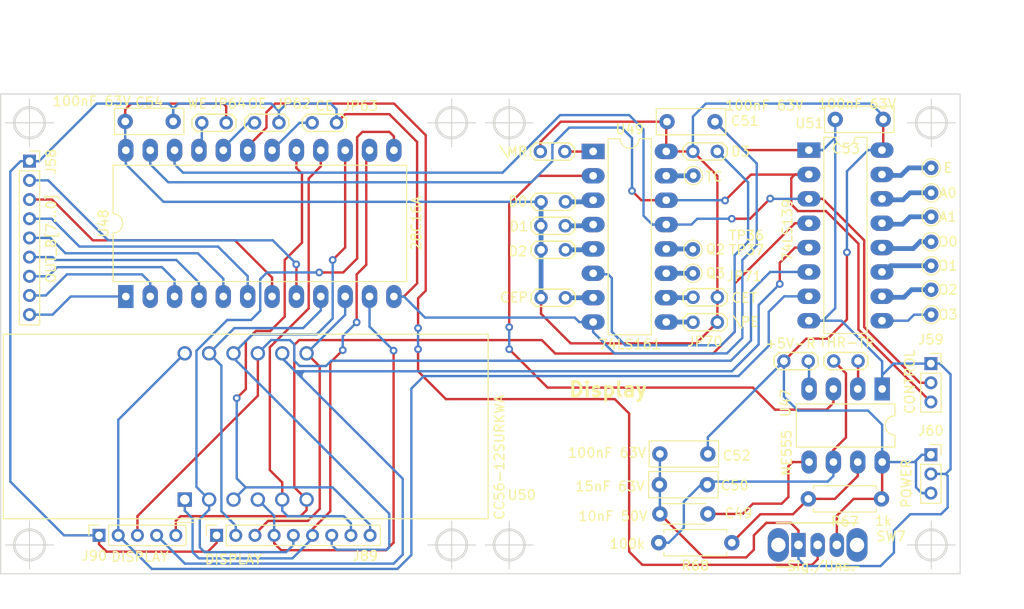
<source format=kicad_pcb>
(kicad_pcb (version 20171130) (host pcbnew 5.1.5+dfsg1-2build2)

  (general
    (thickness 1.6)
    (drawings 25)
    (tracks 555)
    (zones 0)
    (modules 42)
    (nets 53)
  )

  (page A4)
  (title_block
    (title Display)
    (date 2021-02-22)
    (rev 3)
    (comment 1 "Tec. Henrique Silva")
  )

  (layers
    (0 F.Cu signal)
    (31 B.Cu signal)
    (32 B.Adhes user)
    (33 F.Adhes user)
    (34 B.Paste user)
    (35 F.Paste user)
    (36 B.SilkS user)
    (37 F.SilkS user)
    (38 B.Mask user)
    (39 F.Mask user)
    (40 Dwgs.User user)
    (41 Cmts.User user)
    (42 Eco1.User user)
    (43 Eco2.User user)
    (44 Edge.Cuts user)
    (45 Margin user)
    (46 B.CrtYd user)
    (47 F.CrtYd user)
    (48 B.Fab user)
    (49 F.Fab user)
  )

  (setup
    (last_trace_width 0.25)
    (trace_clearance 0.2)
    (zone_clearance 0.508)
    (zone_45_only no)
    (trace_min 0.2)
    (via_size 0.8)
    (via_drill 0.4)
    (via_min_size 0.4)
    (via_min_drill 0.3)
    (uvia_size 0.3)
    (uvia_drill 0.1)
    (uvias_allowed no)
    (uvia_min_size 0.2)
    (uvia_min_drill 0.1)
    (edge_width 0.1)
    (segment_width 0.2)
    (pcb_text_width 0.3)
    (pcb_text_size 1.5 1.5)
    (mod_edge_width 0.15)
    (mod_text_size 1 1)
    (mod_text_width 0.15)
    (pad_size 1.524 1.524)
    (pad_drill 0.762)
    (pad_to_mask_clearance 0)
    (aux_axis_origin 0 0)
    (visible_elements FFFFFF7F)
    (pcbplotparams
      (layerselection 0x010fc_ffffffff)
      (usegerberextensions false)
      (usegerberattributes false)
      (usegerberadvancedattributes false)
      (creategerberjobfile false)
      (excludeedgelayer true)
      (linewidth 0.100000)
      (plotframeref false)
      (viasonmask false)
      (mode 1)
      (useauxorigin false)
      (hpglpennumber 1)
      (hpglpenspeed 20)
      (hpglpendiameter 15.000000)
      (psnegative false)
      (psa4output false)
      (plotreference true)
      (plotvalue true)
      (plotinvisibletext false)
      (padsonsilk false)
      (subtractmaskfromsilk false)
      (outputformat 1)
      (mirror false)
      (drillshape 1)
      (scaleselection 1)
      (outputdirectory ""))
  )

  (net 0 "")
  (net 1 "Net-(C49-Pad1)")
  (net 2 GND)
  (net 3 "Net-(C50-Pad1)")
  (net 4 +5V)
  (net 5 out_b7)
  (net 6 out_b6)
  (net 7 out_b5)
  (net 8 out_b4)
  (net 9 out_b3)
  (net 10 out_b2)
  (net 11 out_b1)
  (net 12 out_b0)
  (net 13 ctnH)
  (net 14 ctnL)
  (net 15 /display_seg_a)
  (net 16 /display_seg_b)
  (net 17 /display_seg_c)
  (net 18 /display_seg_d)
  (net 19 /display_seg_e)
  (net 20 /display_seg_f)
  (net 21 /display_seg_g)
  (net 22 /display_seg_dpx)
  (net 23 /dp1)
  (net 24 /dp2)
  (net 25 /dp3)
  (net 26 /dp4)
  (net 27 "Net-(JP60-Pad1)")
  (net 28 "Net-(JP61-Pad1)")
  (net 29 "Net-(R67-Pad2)")
  (net 30 "Net-(SW7-Pad2)")
  (net 31 "Net-(TP36-Pad1)")
  (net 32 "Net-(TP37-Pad1)")
  (net 33 "Net-(TP38-Pad1)")
  (net 34 "Net-(TP39-Pad1)")
  (net 35 "Net-(TP40-Pad1)")
  (net 36 "Net-(TP41-Pad1)")
  (net 37 "Net-(TP42-Pad1)")
  (net 38 "Net-(TP43-Pad1)")
  (net 39 "Net-(TP44-Pad1)")
  (net 40 "Net-(TP45-Pad1)")
  (net 41 "Net-(U47-Pad3)")
  (net 42 "Net-(JP63-Pad2)")
  (net 43 "Net-(JP62-Pad2)")
  (net 44 "Net-(JP64-Pad2)")
  (net 45 "Net-(JP67-Pad2)")
  (net 46 "Net-(JP69-Pad2)")
  (net 47 "Net-(JP66-Pad2)")
  (net 48 "Net-(JP68-Pad2)")
  (net 49 "Net-(JP65-Pad2)")
  (net 50 "Net-(JP71-Pad2)")
  (net 51 "Net-(JP70-Pad2)")
  (net 52 "Net-(JP72-Pad2)")

  (net_class Default "This is the default net class."
    (clearance 0.2)
    (trace_width 0.25)
    (via_dia 0.8)
    (via_drill 0.4)
    (uvia_dia 0.3)
    (uvia_drill 0.1)
    (add_net +5V)
    (add_net /display_seg_a)
    (add_net /display_seg_b)
    (add_net /display_seg_c)
    (add_net /display_seg_d)
    (add_net /display_seg_dpx)
    (add_net /display_seg_e)
    (add_net /display_seg_f)
    (add_net /display_seg_g)
    (add_net /dp1)
    (add_net /dp2)
    (add_net /dp3)
    (add_net /dp4)
    (add_net GND)
    (add_net "Net-(C49-Pad1)")
    (add_net "Net-(C50-Pad1)")
    (add_net "Net-(JP60-Pad1)")
    (add_net "Net-(JP61-Pad1)")
    (add_net "Net-(JP62-Pad2)")
    (add_net "Net-(JP63-Pad2)")
    (add_net "Net-(JP64-Pad2)")
    (add_net "Net-(JP65-Pad2)")
    (add_net "Net-(JP66-Pad2)")
    (add_net "Net-(JP67-Pad2)")
    (add_net "Net-(JP68-Pad2)")
    (add_net "Net-(JP69-Pad2)")
    (add_net "Net-(JP70-Pad2)")
    (add_net "Net-(JP71-Pad2)")
    (add_net "Net-(JP72-Pad2)")
    (add_net "Net-(R67-Pad2)")
    (add_net "Net-(SW7-Pad2)")
    (add_net "Net-(TP36-Pad1)")
    (add_net "Net-(TP37-Pad1)")
    (add_net "Net-(TP38-Pad1)")
    (add_net "Net-(TP39-Pad1)")
    (add_net "Net-(TP40-Pad1)")
    (add_net "Net-(TP41-Pad1)")
    (add_net "Net-(TP42-Pad1)")
    (add_net "Net-(TP43-Pad1)")
    (add_net "Net-(TP44-Pad1)")
    (add_net "Net-(TP45-Pad1)")
    (add_net "Net-(U47-Pad3)")
    (add_net ctnH)
    (add_net ctnL)
    (add_net out_b0)
    (add_net out_b1)
    (add_net out_b2)
    (add_net out_b3)
    (add_net out_b4)
    (add_net out_b5)
    (add_net out_b6)
    (add_net out_b7)
  )

  (module TestPoint:TestPoint_2Pads_Pitch2.54mm_Drill0.8mm (layer F.Cu) (tedit 5A0F774F) (tstamp 60350EFB)
    (at 151.25 87)
    (descr "Test point with 2 pins, pitch 2.54mm, drill diameter 0.8mm")
    (tags "CONN DEV")
    (path /65297A8C)
    (attr virtual)
    (fp_text reference JP72 (at 1.3 -2) (layer F.Fab)
      (effects (font (size 1 1) (thickness 0.15)))
    )
    (fp_text value \MR (at -2.75 0) (layer F.SilkS)
      (effects (font (size 1 1) (thickness 0.15)))
    )
    (fp_line (start -1.03 -0.4) (end -0.53 -0.9) (layer F.SilkS) (width 0.15))
    (fp_line (start -1.03 0.4) (end -1.03 -0.4) (layer F.SilkS) (width 0.15))
    (fp_line (start -0.53 0.9) (end -1.03 0.4) (layer F.SilkS) (width 0.15))
    (fp_line (start 3.07 0.9) (end -0.53 0.9) (layer F.SilkS) (width 0.15))
    (fp_line (start 3.57 0.4) (end 3.07 0.9) (layer F.SilkS) (width 0.15))
    (fp_line (start 3.57 -0.4) (end 3.57 0.4) (layer F.SilkS) (width 0.15))
    (fp_line (start 3.07 -0.9) (end 3.57 -0.4) (layer F.SilkS) (width 0.15))
    (fp_line (start -0.53 -0.9) (end 3.07 -0.9) (layer F.SilkS) (width 0.15))
    (fp_line (start -1.3 0.5) (end -0.65 1.15) (layer F.CrtYd) (width 0.05))
    (fp_line (start -1.3 -0.5) (end -1.3 0.5) (layer F.CrtYd) (width 0.05))
    (fp_line (start -0.65 -1.15) (end -1.3 -0.5) (layer F.CrtYd) (width 0.05))
    (fp_line (start 3.15 -1.15) (end -0.65 -1.15) (layer F.CrtYd) (width 0.05))
    (fp_line (start 3.8 -0.5) (end 3.15 -1.15) (layer F.CrtYd) (width 0.05))
    (fp_line (start 3.8 0.5) (end 3.8 -0.5) (layer F.CrtYd) (width 0.05))
    (fp_line (start 3.15 1.15) (end 3.8 0.5) (layer F.CrtYd) (width 0.05))
    (fp_line (start -0.65 1.15) (end 3.15 1.15) (layer F.CrtYd) (width 0.05))
    (fp_text user %R (at 1.3 -2) (layer F.Fab)
      (effects (font (size 1 1) (thickness 0.15)))
    )
    (pad 2 thru_hole circle (at 2.54 0) (size 1.4 1.4) (drill 0.8) (layers *.Cu *.Mask)
      (net 52 "Net-(JP72-Pad2)"))
    (pad 1 thru_hole circle (at 0 0) (size 1.4 1.4) (drill 0.8) (layers *.Cu *.Mask)
      (net 4 +5V))
  )

  (module Connector_PinSocket_2.00mm:PinSocket_1x03_P2.00mm_Vertical (layer F.Cu) (tedit 5A19A42B) (tstamp 600F881A)
    (at 191.95 118.6)
    (descr "Through hole straight socket strip, 1x03, 2.00mm pitch, single row (from Kicad 4.0.7), script generated")
    (tags "Through hole socket strip THT 1x03 2.00mm single row")
    (path /62F678E9)
    (fp_text reference J60 (at 0 -2.5) (layer F.SilkS)
      (effects (font (size 1 1) (thickness 0.15)))
    )
    (fp_text value POWER (at -2.55 3 270) (layer F.SilkS)
      (effects (font (size 1 1) (thickness 0.15)))
    )
    (fp_text user %R (at 0 2 90) (layer F.Fab)
      (effects (font (size 1 1) (thickness 0.15)))
    )
    (fp_line (start -1.5 5.5) (end -1.5 -1.5) (layer F.CrtYd) (width 0.05))
    (fp_line (start 1.5 5.5) (end -1.5 5.5) (layer F.CrtYd) (width 0.05))
    (fp_line (start 1.5 -1.5) (end 1.5 5.5) (layer F.CrtYd) (width 0.05))
    (fp_line (start -1.5 -1.5) (end 1.5 -1.5) (layer F.CrtYd) (width 0.05))
    (fp_line (start 0 -1.06) (end 1.06 -1.06) (layer F.SilkS) (width 0.12))
    (fp_line (start 1.06 -1.06) (end 1.06 0) (layer F.SilkS) (width 0.12))
    (fp_line (start 1.06 1) (end 1.06 5.06) (layer F.SilkS) (width 0.12))
    (fp_line (start -1.06 5.06) (end 1.06 5.06) (layer F.SilkS) (width 0.12))
    (fp_line (start -1.06 1) (end -1.06 5.06) (layer F.SilkS) (width 0.12))
    (fp_line (start -1.06 1) (end 1.06 1) (layer F.SilkS) (width 0.12))
    (fp_line (start -1 5) (end -1 -1) (layer F.Fab) (width 0.1))
    (fp_line (start 1 5) (end -1 5) (layer F.Fab) (width 0.1))
    (fp_line (start 1 -0.5) (end 1 5) (layer F.Fab) (width 0.1))
    (fp_line (start 0.5 -1) (end 1 -0.5) (layer F.Fab) (width 0.1))
    (fp_line (start -1 -1) (end 0.5 -1) (layer F.Fab) (width 0.1))
    (pad 3 thru_hole oval (at 0 4) (size 1.35 1.35) (drill 0.8) (layers *.Cu *.Mask)
      (net 4 +5V))
    (pad 2 thru_hole oval (at 0 2) (size 1.35 1.35) (drill 0.8) (layers *.Cu *.Mask)
      (net 2 GND))
    (pad 1 thru_hole rect (at 0 0) (size 1.35 1.35) (drill 0.8) (layers *.Cu *.Mask)
      (net 4 +5V))
    (model ${KISYS3DMOD}/Connector_PinSocket_2.00mm.3dshapes/PinSocket_1x03_P2.00mm_Vertical.wrl
      (at (xyz 0 0 0))
      (scale (xyz 1 1 1))
      (rotate (xyz 0 0 0))
    )
  )

  (module Package_DIP:DIP-16_W7.62mm_LongPads (layer F.Cu) (tedit 5A02E8C5) (tstamp 600F8869)
    (at 179.2335 86.8482)
    (descr "16-lead though-hole mounted DIP package, row spacing 7.62 mm (300 mils), LongPads")
    (tags "THT DIP DIL PDIP 2.54mm 7.62mm 300mil LongPads")
    (path /61457D74)
    (fp_text reference U51 (at 0.0665 -2.7982) (layer F.SilkS)
      (effects (font (size 1 1) (thickness 0.15)))
    )
    (fp_text value 74LS139 (at -2.2335 8.3518 90) (layer F.SilkS)
      (effects (font (size 1 1) (thickness 0.15)))
    )
    (fp_text user %R (at 3.81 8.89) (layer F.Fab)
      (effects (font (size 1 1) (thickness 0.15)))
    )
    (fp_line (start 9.1 -1.55) (end -1.45 -1.55) (layer F.CrtYd) (width 0.05))
    (fp_line (start 9.1 19.3) (end 9.1 -1.55) (layer F.CrtYd) (width 0.05))
    (fp_line (start -1.45 19.3) (end 9.1 19.3) (layer F.CrtYd) (width 0.05))
    (fp_line (start -1.45 -1.55) (end -1.45 19.3) (layer F.CrtYd) (width 0.05))
    (fp_line (start 6.06 -1.33) (end 4.81 -1.33) (layer F.SilkS) (width 0.12))
    (fp_line (start 6.06 19.11) (end 6.06 -1.33) (layer F.SilkS) (width 0.12))
    (fp_line (start 1.56 19.11) (end 6.06 19.11) (layer F.SilkS) (width 0.12))
    (fp_line (start 1.56 -1.33) (end 1.56 19.11) (layer F.SilkS) (width 0.12))
    (fp_line (start 2.81 -1.33) (end 1.56 -1.33) (layer F.SilkS) (width 0.12))
    (fp_line (start 0.635 -0.27) (end 1.635 -1.27) (layer F.Fab) (width 0.1))
    (fp_line (start 0.635 19.05) (end 0.635 -0.27) (layer F.Fab) (width 0.1))
    (fp_line (start 6.985 19.05) (end 0.635 19.05) (layer F.Fab) (width 0.1))
    (fp_line (start 6.985 -1.27) (end 6.985 19.05) (layer F.Fab) (width 0.1))
    (fp_line (start 1.635 -1.27) (end 6.985 -1.27) (layer F.Fab) (width 0.1))
    (fp_arc (start 3.81 -1.33) (end 2.81 -1.33) (angle -180) (layer F.SilkS) (width 0.12))
    (pad 16 thru_hole oval (at 7.62 0) (size 2.4 1.6) (drill 0.8) (layers *.Cu *.Mask)
      (net 4 +5V))
    (pad 8 thru_hole oval (at 0 17.78) (size 2.4 1.6) (drill 0.8) (layers *.Cu *.Mask)
      (net 2 GND))
    (pad 15 thru_hole oval (at 7.62 2.54) (size 2.4 1.6) (drill 0.8) (layers *.Cu *.Mask)
      (net 36 "Net-(TP41-Pad1)"))
    (pad 7 thru_hole oval (at 0 15.24) (size 2.4 1.6) (drill 0.8) (layers *.Cu *.Mask)
      (net 23 /dp1))
    (pad 14 thru_hole oval (at 7.62 5.08) (size 2.4 1.6) (drill 0.8) (layers *.Cu *.Mask)
      (net 35 "Net-(TP40-Pad1)"))
    (pad 6 thru_hole oval (at 0 12.7) (size 2.4 1.6) (drill 0.8) (layers *.Cu *.Mask)
      (net 24 /dp2))
    (pad 13 thru_hole oval (at 7.62 7.62) (size 2.4 1.6) (drill 0.8) (layers *.Cu *.Mask)
      (net 34 "Net-(TP39-Pad1)"))
    (pad 5 thru_hole oval (at 0 10.16) (size 2.4 1.6) (drill 0.8) (layers *.Cu *.Mask)
      (net 25 /dp3))
    (pad 12 thru_hole oval (at 7.62 10.16) (size 2.4 1.6) (drill 0.8) (layers *.Cu *.Mask)
      (net 37 "Net-(TP42-Pad1)"))
    (pad 4 thru_hole oval (at 0 7.62) (size 2.4 1.6) (drill 0.8) (layers *.Cu *.Mask)
      (net 26 /dp4))
    (pad 11 thru_hole oval (at 7.62 12.7) (size 2.4 1.6) (drill 0.8) (layers *.Cu *.Mask)
      (net 38 "Net-(TP43-Pad1)"))
    (pad 3 thru_hole oval (at 0 5.08) (size 2.4 1.6) (drill 0.8) (layers *.Cu *.Mask)
      (net 13 ctnH))
    (pad 10 thru_hole oval (at 7.62 15.24) (size 2.4 1.6) (drill 0.8) (layers *.Cu *.Mask)
      (net 39 "Net-(TP44-Pad1)"))
    (pad 2 thru_hole oval (at 0 2.54) (size 2.4 1.6) (drill 0.8) (layers *.Cu *.Mask)
      (net 14 ctnL))
    (pad 9 thru_hole oval (at 7.62 17.78) (size 2.4 1.6) (drill 0.8) (layers *.Cu *.Mask)
      (net 40 "Net-(TP45-Pad1)"))
    (pad 1 thru_hole rect (at 0 0) (size 2.4 1.6) (drill 0.8) (layers *.Cu *.Mask)
      (net 2 GND))
    (model ${KISYS3DMOD}/Package_DIP.3dshapes/DIP-16_W7.62mm.wrl
      (at (xyz 0 0 0))
      (scale (xyz 1 1 1))
      (rotate (xyz 0 0 0))
    )
  )

  (module TestPoint:TestPoint_2Pads_Pitch2.54mm_Drill0.8mm (layer F.Cu) (tedit 5A0F774F) (tstamp 600F2174)
    (at 151.3205 92.238)
    (descr "Test point with 2 pins, pitch 2.54mm, drill diameter 0.8mm")
    (tags "CONN DEV")
    (path /652A7F35)
    (attr virtual)
    (fp_text reference JP65 (at -5.7205 -0.038) (layer F.Fab)
      (effects (font (size 1 1) (thickness 0.15)))
    )
    (fp_text value D0 (at -2.4205 -0.038) (layer F.SilkS)
      (effects (font (size 1 1) (thickness 0.15)))
    )
    (fp_line (start -1.03 -0.4) (end -0.53 -0.9) (layer F.SilkS) (width 0.15))
    (fp_line (start -1.03 0.4) (end -1.03 -0.4) (layer F.SilkS) (width 0.15))
    (fp_line (start -0.53 0.9) (end -1.03 0.4) (layer F.SilkS) (width 0.15))
    (fp_line (start 3.07 0.9) (end -0.53 0.9) (layer F.SilkS) (width 0.15))
    (fp_line (start 3.57 0.4) (end 3.07 0.9) (layer F.SilkS) (width 0.15))
    (fp_line (start 3.57 -0.4) (end 3.57 0.4) (layer F.SilkS) (width 0.15))
    (fp_line (start 3.07 -0.9) (end 3.57 -0.4) (layer F.SilkS) (width 0.15))
    (fp_line (start -0.53 -0.9) (end 3.07 -0.9) (layer F.SilkS) (width 0.15))
    (fp_line (start -1.3 0.5) (end -0.65 1.15) (layer F.CrtYd) (width 0.05))
    (fp_line (start -1.3 -0.5) (end -1.3 0.5) (layer F.CrtYd) (width 0.05))
    (fp_line (start -0.65 -1.15) (end -1.3 -0.5) (layer F.CrtYd) (width 0.05))
    (fp_line (start 3.15 -1.15) (end -0.65 -1.15) (layer F.CrtYd) (width 0.05))
    (fp_line (start 3.8 -0.5) (end 3.15 -1.15) (layer F.CrtYd) (width 0.05))
    (fp_line (start 3.8 0.5) (end 3.8 -0.5) (layer F.CrtYd) (width 0.05))
    (fp_line (start 3.15 1.15) (end 3.8 0.5) (layer F.CrtYd) (width 0.05))
    (fp_line (start -0.65 1.15) (end 3.15 1.15) (layer F.CrtYd) (width 0.05))
    (fp_text user %R (at -5.7205 -0.038) (layer F.Fab)
      (effects (font (size 1 1) (thickness 0.15)))
    )
    (pad 2 thru_hole circle (at 2.54 0) (size 1.4 1.4) (drill 0.8) (layers *.Cu *.Mask)
      (net 49 "Net-(JP65-Pad2)"))
    (pad 1 thru_hole circle (at 0 0) (size 1.4 1.4) (drill 0.8) (layers *.Cu *.Mask)
      (net 4 +5V))
  )

  (module Package_DIP:DIP-24_W15.24mm_LongPads (layer F.Cu) (tedit 5A02E8C5) (tstamp 600F8625)
    (at 108.042 102.1069 90)
    (descr "24-lead though-hole mounted DIP package, row spacing 15.24 mm (600 mils), LongPads")
    (tags "THT DIP DIL PDIP 2.54mm 15.24mm 600mil LongPads")
    (path /6007BF35)
    (fp_text reference U48 (at 7.62 -2.33 90) (layer F.SilkS)
      (effects (font (size 1 1) (thickness 0.15)))
    )
    (fp_text value 28C16A (at 7.62 30.27 90) (layer F.SilkS)
      (effects (font (size 1 1) (thickness 0.15)))
    )
    (fp_text user %R (at 7.62 13.97 90) (layer F.Fab)
      (effects (font (size 1 1) (thickness 0.15)))
    )
    (fp_line (start 16.7 -1.55) (end -1.5 -1.55) (layer F.CrtYd) (width 0.05))
    (fp_line (start 16.7 29.5) (end 16.7 -1.55) (layer F.CrtYd) (width 0.05))
    (fp_line (start -1.5 29.5) (end 16.7 29.5) (layer F.CrtYd) (width 0.05))
    (fp_line (start -1.5 -1.55) (end -1.5 29.5) (layer F.CrtYd) (width 0.05))
    (fp_line (start 13.68 -1.33) (end 8.62 -1.33) (layer F.SilkS) (width 0.12))
    (fp_line (start 13.68 29.27) (end 13.68 -1.33) (layer F.SilkS) (width 0.12))
    (fp_line (start 1.56 29.27) (end 13.68 29.27) (layer F.SilkS) (width 0.12))
    (fp_line (start 1.56 -1.33) (end 1.56 29.27) (layer F.SilkS) (width 0.12))
    (fp_line (start 6.62 -1.33) (end 1.56 -1.33) (layer F.SilkS) (width 0.12))
    (fp_line (start 0.255 -0.27) (end 1.255 -1.27) (layer F.Fab) (width 0.1))
    (fp_line (start 0.255 29.21) (end 0.255 -0.27) (layer F.Fab) (width 0.1))
    (fp_line (start 14.985 29.21) (end 0.255 29.21) (layer F.Fab) (width 0.1))
    (fp_line (start 14.985 -1.27) (end 14.985 29.21) (layer F.Fab) (width 0.1))
    (fp_line (start 1.255 -1.27) (end 14.985 -1.27) (layer F.Fab) (width 0.1))
    (fp_arc (start 7.62 -1.33) (end 6.62 -1.33) (angle -180) (layer F.SilkS) (width 0.12))
    (pad 24 thru_hole oval (at 15.24 0 90) (size 2.4 1.6) (drill 0.8) (layers *.Cu *.Mask)
      (net 4 +5V))
    (pad 12 thru_hole oval (at 0 27.94 90) (size 2.4 1.6) (drill 0.8) (layers *.Cu *.Mask)
      (net 2 GND))
    (pad 23 thru_hole oval (at 15.24 2.54 90) (size 2.4 1.6) (drill 0.8) (layers *.Cu *.Mask)
      (net 14 ctnL))
    (pad 11 thru_hole oval (at 0 25.4 90) (size 2.4 1.6) (drill 0.8) (layers *.Cu *.Mask)
      (net 17 /display_seg_c))
    (pad 22 thru_hole oval (at 15.24 5.08 90) (size 2.4 1.6) (drill 0.8) (layers *.Cu *.Mask)
      (net 13 ctnH))
    (pad 10 thru_hole oval (at 0 22.86 90) (size 2.4 1.6) (drill 0.8) (layers *.Cu *.Mask)
      (net 16 /display_seg_b))
    (pad 21 thru_hole oval (at 15.24 7.62 90) (size 2.4 1.6) (drill 0.8) (layers *.Cu *.Mask)
      (net 44 "Net-(JP64-Pad2)"))
    (pad 9 thru_hole oval (at 0 20.32 90) (size 2.4 1.6) (drill 0.8) (layers *.Cu *.Mask)
      (net 15 /display_seg_a))
    (pad 20 thru_hole oval (at 15.24 10.16 90) (size 2.4 1.6) (drill 0.8) (layers *.Cu *.Mask)
      (net 43 "Net-(JP62-Pad2)"))
    (pad 8 thru_hole oval (at 0 17.78 90) (size 2.4 1.6) (drill 0.8) (layers *.Cu *.Mask)
      (net 12 out_b0))
    (pad 19 thru_hole oval (at 15.24 12.7 90) (size 2.4 1.6) (drill 0.8) (layers *.Cu *.Mask)
      (net 30 "Net-(SW7-Pad2)"))
    (pad 7 thru_hole oval (at 0 15.24 90) (size 2.4 1.6) (drill 0.8) (layers *.Cu *.Mask)
      (net 11 out_b1))
    (pad 18 thru_hole oval (at 15.24 15.24 90) (size 2.4 1.6) (drill 0.8) (layers *.Cu *.Mask)
      (net 42 "Net-(JP63-Pad2)"))
    (pad 6 thru_hole oval (at 0 12.7 90) (size 2.4 1.6) (drill 0.8) (layers *.Cu *.Mask)
      (net 10 out_b2))
    (pad 17 thru_hole oval (at 15.24 17.78 90) (size 2.4 1.6) (drill 0.8) (layers *.Cu *.Mask)
      (net 22 /display_seg_dpx))
    (pad 5 thru_hole oval (at 0 10.16 90) (size 2.4 1.6) (drill 0.8) (layers *.Cu *.Mask)
      (net 9 out_b3))
    (pad 16 thru_hole oval (at 15.24 20.32 90) (size 2.4 1.6) (drill 0.8) (layers *.Cu *.Mask)
      (net 21 /display_seg_g))
    (pad 4 thru_hole oval (at 0 7.62 90) (size 2.4 1.6) (drill 0.8) (layers *.Cu *.Mask)
      (net 8 out_b4))
    (pad 15 thru_hole oval (at 15.24 22.86 90) (size 2.4 1.6) (drill 0.8) (layers *.Cu *.Mask)
      (net 20 /display_seg_f))
    (pad 3 thru_hole oval (at 0 5.08 90) (size 2.4 1.6) (drill 0.8) (layers *.Cu *.Mask)
      (net 7 out_b5))
    (pad 14 thru_hole oval (at 15.24 25.4 90) (size 2.4 1.6) (drill 0.8) (layers *.Cu *.Mask)
      (net 19 /display_seg_e))
    (pad 2 thru_hole oval (at 0 2.54 90) (size 2.4 1.6) (drill 0.8) (layers *.Cu *.Mask)
      (net 6 out_b6))
    (pad 13 thru_hole oval (at 15.24 27.94 90) (size 2.4 1.6) (drill 0.8) (layers *.Cu *.Mask)
      (net 18 /display_seg_d))
    (pad 1 thru_hole rect (at 0 0 90) (size 2.4 1.6) (drill 0.8) (layers *.Cu *.Mask)
      (net 5 out_b7))
    (model ${KISYS3DMOD}/Package_DIP.3dshapes/DIP-24_W15.24mm.wrl
      (at (xyz 0 0 0))
      (scale (xyz 1 1 1))
      (rotate (xyz 0 0 0))
    )
  )

  (module Display_7Segment:CA56-12SURKWA (layer F.Cu) (tedit 5A02FE84) (tstamp 600F8C89)
    (at 114.1819 123.2705 90)
    (descr "4 digit 7 segment green LED, http://www.kingbright.com/attachments/file/psearch/000/00/00/CA56-12SURKWA(Ver.8A).pdf")
    (tags "4 digit 7 segment green LED")
    (path /61455315)
    (fp_text reference U50 (at 0.4705 35.1181 180) (layer F.SilkS)
      (effects (font (size 1 1) (thickness 0.15)))
    )
    (fp_text value CC56-12SURKWA (at 4.4 32.8 90) (layer F.SilkS)
      (effects (font (size 1 1) (thickness 0.15)))
    )
    (fp_text user %R (at 8.128 6.604 90) (layer F.Fab)
      (effects (font (size 1 1) (thickness 0.15)))
    )
    (fp_line (start -1.88 1) (end -1.88 31.5) (layer F.Fab) (width 0.1))
    (fp_line (start -1.88 31.5) (end 17.12 31.5) (layer F.Fab) (width 0.1))
    (fp_line (start 17.12 -18.8) (end 17.12 31.5) (layer F.Fab) (width 0.1))
    (fp_line (start -1.88 -18.8) (end 17.12 -18.8) (layer F.Fab) (width 0.1))
    (fp_line (start -2.38 -1) (end -2.38 1) (layer F.SilkS) (width 0.12))
    (fp_line (start -2.13 31.75) (end -2.13 -19.05) (layer F.CrtYd) (width 0.05))
    (fp_line (start 17.37 31.75) (end -2.13 31.75) (layer F.CrtYd) (width 0.05))
    (fp_line (start 17.37 -19.05) (end 17.37 31.75) (layer F.CrtYd) (width 0.05))
    (fp_line (start -2.13 -19.05) (end 17.37 -19.05) (layer F.CrtYd) (width 0.05))
    (fp_line (start -1.88 -1) (end -1.88 -18.8) (layer F.Fab) (width 0.1))
    (fp_line (start -0.88 0) (end -1.88 -1) (layer F.Fab) (width 0.1))
    (fp_line (start -1.88 1) (end -0.88 0) (layer F.Fab) (width 0.1))
    (fp_line (start 17.24 31.62) (end 17.24 -18.92) (layer F.SilkS) (width 0.12))
    (fp_line (start -2 31.62) (end 17.24 31.62) (layer F.SilkS) (width 0.12))
    (fp_line (start -2 -18.92) (end -2 31.62) (layer F.SilkS) (width 0.12))
    (fp_line (start -2 -18.92) (end 17.24 -18.92) (layer F.SilkS) (width 0.12))
    (pad 12 thru_hole circle (at 15.24 0 90) (size 1.5 1.5) (drill 1) (layers *.Cu *.Mask)
      (net 23 /dp1))
    (pad 11 thru_hole circle (at 15.24 2.54 90) (size 1.5 1.5) (drill 1) (layers *.Cu *.Mask)
      (net 15 /display_seg_a))
    (pad 10 thru_hole circle (at 15.24 5.08 90) (size 1.5 1.5) (drill 1) (layers *.Cu *.Mask)
      (net 20 /display_seg_f))
    (pad 9 thru_hole circle (at 15.24 7.62 90) (size 1.5 1.5) (drill 1) (layers *.Cu *.Mask)
      (net 24 /dp2))
    (pad 8 thru_hole circle (at 15.24 10.16 90) (size 1.5 1.5) (drill 1) (layers *.Cu *.Mask)
      (net 25 /dp3))
    (pad 7 thru_hole circle (at 15.24 12.7 90) (size 1.5 1.5) (drill 1) (layers *.Cu *.Mask)
      (net 16 /display_seg_b))
    (pad 6 thru_hole circle (at 0 12.7 90) (size 1.5 1.5) (drill 1) (layers *.Cu *.Mask)
      (net 26 /dp4))
    (pad 5 thru_hole circle (at 0 10.16 90) (size 1.5 1.5) (drill 1) (layers *.Cu *.Mask)
      (net 21 /display_seg_g))
    (pad 4 thru_hole circle (at 0 7.62 90) (size 1.5 1.5) (drill 1) (layers *.Cu *.Mask)
      (net 17 /display_seg_c))
    (pad 3 thru_hole circle (at 0 5.08 90) (size 1.5 1.5) (drill 1) (layers *.Cu *.Mask)
      (net 22 /display_seg_dpx))
    (pad 2 thru_hole circle (at 0 2.54 90) (size 1.5 1.5) (drill 1) (layers *.Cu *.Mask)
      (net 18 /display_seg_d))
    (pad 1 thru_hole rect (at 0 0 90) (size 1.5 1.5) (drill 1) (layers *.Cu *.Mask)
      (net 19 /display_seg_e))
    (model ${KISYS3DMOD}/Display_7Segment.3dshapes/CA56-12SURKWA.wrl
      (at (xyz 0 0 0))
      (scale (xyz 1 1 1))
      (rotate (xyz 0 0 0))
    )
  )

  (module Package_DIP:DIP-16_W7.62mm_LongPads (layer F.Cu) (tedit 5A02E8C5) (tstamp 600F89BC)
    (at 156.7475 86.9872)
    (descr "16-lead though-hole mounted DIP package, row spacing 7.62 mm (300 mils), LongPads")
    (tags "THT DIP DIL PDIP 2.54mm 7.62mm 300mil LongPads")
    (path /6009DA11)
    (fp_text reference U49 (at 3.81 -2.33) (layer F.SilkS)
      (effects (font (size 1 1) (thickness 0.15)))
    )
    (fp_text value 74LS161 (at 3.81 20.11) (layer F.SilkS)
      (effects (font (size 1 1) (thickness 0.15)))
    )
    (fp_text user %R (at 3.81 8.89) (layer F.Fab)
      (effects (font (size 1 1) (thickness 0.15)))
    )
    (fp_line (start 9.1 -1.55) (end -1.45 -1.55) (layer F.CrtYd) (width 0.05))
    (fp_line (start 9.1 19.3) (end 9.1 -1.55) (layer F.CrtYd) (width 0.05))
    (fp_line (start -1.45 19.3) (end 9.1 19.3) (layer F.CrtYd) (width 0.05))
    (fp_line (start -1.45 -1.55) (end -1.45 19.3) (layer F.CrtYd) (width 0.05))
    (fp_line (start 6.06 -1.33) (end 4.81 -1.33) (layer F.SilkS) (width 0.12))
    (fp_line (start 6.06 19.11) (end 6.06 -1.33) (layer F.SilkS) (width 0.12))
    (fp_line (start 1.56 19.11) (end 6.06 19.11) (layer F.SilkS) (width 0.12))
    (fp_line (start 1.56 -1.33) (end 1.56 19.11) (layer F.SilkS) (width 0.12))
    (fp_line (start 2.81 -1.33) (end 1.56 -1.33) (layer F.SilkS) (width 0.12))
    (fp_line (start 0.635 -0.27) (end 1.635 -1.27) (layer F.Fab) (width 0.1))
    (fp_line (start 0.635 19.05) (end 0.635 -0.27) (layer F.Fab) (width 0.1))
    (fp_line (start 6.985 19.05) (end 0.635 19.05) (layer F.Fab) (width 0.1))
    (fp_line (start 6.985 -1.27) (end 6.985 19.05) (layer F.Fab) (width 0.1))
    (fp_line (start 1.635 -1.27) (end 6.985 -1.27) (layer F.Fab) (width 0.1))
    (fp_arc (start 3.81 -1.33) (end 2.81 -1.33) (angle -180) (layer F.SilkS) (width 0.12))
    (pad 16 thru_hole oval (at 7.62 0) (size 2.4 1.6) (drill 0.8) (layers *.Cu *.Mask)
      (net 4 +5V))
    (pad 8 thru_hole oval (at 0 17.78) (size 2.4 1.6) (drill 0.8) (layers *.Cu *.Mask)
      (net 2 GND))
    (pad 15 thru_hole oval (at 7.62 2.54) (size 2.4 1.6) (drill 0.8) (layers *.Cu *.Mask)
      (net 33 "Net-(TP38-Pad1)"))
    (pad 7 thru_hole oval (at 0 15.24) (size 2.4 1.6) (drill 0.8) (layers *.Cu *.Mask)
      (net 45 "Net-(JP67-Pad2)"))
    (pad 14 thru_hole oval (at 7.62 5.08) (size 2.4 1.6) (drill 0.8) (layers *.Cu *.Mask)
      (net 14 ctnL))
    (pad 6 thru_hole oval (at 0 12.7) (size 2.4 1.6) (drill 0.8) (layers *.Cu *.Mask)
      (net 46 "Net-(JP69-Pad2)"))
    (pad 13 thru_hole oval (at 7.62 7.62) (size 2.4 1.6) (drill 0.8) (layers *.Cu *.Mask)
      (net 13 ctnH))
    (pad 5 thru_hole oval (at 0 10.16) (size 2.4 1.6) (drill 0.8) (layers *.Cu *.Mask)
      (net 47 "Net-(JP66-Pad2)"))
    (pad 12 thru_hole oval (at 7.62 10.16) (size 2.4 1.6) (drill 0.8) (layers *.Cu *.Mask)
      (net 31 "Net-(TP36-Pad1)"))
    (pad 4 thru_hole oval (at 0 7.62) (size 2.4 1.6) (drill 0.8) (layers *.Cu *.Mask)
      (net 48 "Net-(JP68-Pad2)"))
    (pad 11 thru_hole oval (at 7.62 12.7) (size 2.4 1.6) (drill 0.8) (layers *.Cu *.Mask)
      (net 32 "Net-(TP37-Pad1)"))
    (pad 3 thru_hole oval (at 0 5.08) (size 2.4 1.6) (drill 0.8) (layers *.Cu *.Mask)
      (net 49 "Net-(JP65-Pad2)"))
    (pad 10 thru_hole oval (at 7.62 15.24) (size 2.4 1.6) (drill 0.8) (layers *.Cu *.Mask)
      (net 50 "Net-(JP71-Pad2)"))
    (pad 2 thru_hole oval (at 0 2.54) (size 2.4 1.6) (drill 0.8) (layers *.Cu *.Mask)
      (net 41 "Net-(U47-Pad3)"))
    (pad 9 thru_hole oval (at 7.62 17.78) (size 2.4 1.6) (drill 0.8) (layers *.Cu *.Mask)
      (net 51 "Net-(JP70-Pad2)"))
    (pad 1 thru_hole rect (at 0 0) (size 2.4 1.6) (drill 0.8) (layers *.Cu *.Mask)
      (net 52 "Net-(JP72-Pad2)"))
    (model ${KISYS3DMOD}/Package_DIP.3dshapes/DIP-16_W7.62mm.wrl
      (at (xyz 0 0 0))
      (scale (xyz 1 1 1))
      (rotate (xyz 0 0 0))
    )
  )

  (module TestPoint:TestPoint_2Pads_Pitch2.54mm_Drill0.8mm (layer F.Cu) (tedit 5A0F774F) (tstamp 600F8EE6)
    (at 169.6975 102.1872 180)
    (descr "Test point with 2 pins, pitch 2.54mm, drill diameter 0.8mm")
    (tags "CONN DEV")
    (path /652A5A8F)
    (attr virtual)
    (fp_text reference JP71 (at -2.8025 2.1872) (layer F.SilkS)
      (effects (font (size 1 1) (thickness 0.15)))
    )
    (fp_text value CET (at -2.8025 -0.0628) (layer F.SilkS)
      (effects (font (size 1 1) (thickness 0.15)))
    )
    (fp_line (start -1.03 -0.4) (end -0.53 -0.9) (layer F.SilkS) (width 0.15))
    (fp_line (start -1.03 0.4) (end -1.03 -0.4) (layer F.SilkS) (width 0.15))
    (fp_line (start -0.53 0.9) (end -1.03 0.4) (layer F.SilkS) (width 0.15))
    (fp_line (start 3.07 0.9) (end -0.53 0.9) (layer F.SilkS) (width 0.15))
    (fp_line (start 3.57 0.4) (end 3.07 0.9) (layer F.SilkS) (width 0.15))
    (fp_line (start 3.57 -0.4) (end 3.57 0.4) (layer F.SilkS) (width 0.15))
    (fp_line (start 3.07 -0.9) (end 3.57 -0.4) (layer F.SilkS) (width 0.15))
    (fp_line (start -0.53 -0.9) (end 3.07 -0.9) (layer F.SilkS) (width 0.15))
    (fp_line (start -1.3 0.5) (end -0.65 1.15) (layer F.CrtYd) (width 0.05))
    (fp_line (start -1.3 -0.5) (end -1.3 0.5) (layer F.CrtYd) (width 0.05))
    (fp_line (start -0.65 -1.15) (end -1.3 -0.5) (layer F.CrtYd) (width 0.05))
    (fp_line (start 3.15 -1.15) (end -0.65 -1.15) (layer F.CrtYd) (width 0.05))
    (fp_line (start 3.8 -0.5) (end 3.15 -1.15) (layer F.CrtYd) (width 0.05))
    (fp_line (start 3.8 0.5) (end 3.8 -0.5) (layer F.CrtYd) (width 0.05))
    (fp_line (start 3.15 1.15) (end 3.8 0.5) (layer F.CrtYd) (width 0.05))
    (fp_line (start -0.65 1.15) (end 3.15 1.15) (layer F.CrtYd) (width 0.05))
    (fp_text user %R (at -2.8025 2.1872) (layer F.Fab)
      (effects (font (size 1 1) (thickness 0.15)))
    )
    (pad 2 thru_hole circle (at 2.54 0 180) (size 1.4 1.4) (drill 0.8) (layers *.Cu *.Mask)
      (net 50 "Net-(JP71-Pad2)"))
    (pad 1 thru_hole circle (at 0 0 180) (size 1.4 1.4) (drill 0.8) (layers *.Cu *.Mask)
      (net 4 +5V))
  )

  (module TestPoint:TestPoint_2Pads_Pitch2.54mm_Drill0.8mm (layer F.Cu) (tedit 5A0F774F) (tstamp 600F8EA4)
    (at 169.6975 104.7872 180)
    (descr "Test point with 2 pins, pitch 2.54mm, drill diameter 0.8mm")
    (tags "CONN DEV")
    (path /652A68FA)
    (attr virtual)
    (fp_text reference JP70 (at 1.3 -2) (layer F.SilkS)
      (effects (font (size 1 1) (thickness 0.15)))
    )
    (fp_text value \PE (at -3.0525 0.0372) (layer F.SilkS)
      (effects (font (size 1 1) (thickness 0.15)))
    )
    (fp_line (start -1.03 -0.4) (end -0.53 -0.9) (layer F.SilkS) (width 0.15))
    (fp_line (start -1.03 0.4) (end -1.03 -0.4) (layer F.SilkS) (width 0.15))
    (fp_line (start -0.53 0.9) (end -1.03 0.4) (layer F.SilkS) (width 0.15))
    (fp_line (start 3.07 0.9) (end -0.53 0.9) (layer F.SilkS) (width 0.15))
    (fp_line (start 3.57 0.4) (end 3.07 0.9) (layer F.SilkS) (width 0.15))
    (fp_line (start 3.57 -0.4) (end 3.57 0.4) (layer F.SilkS) (width 0.15))
    (fp_line (start 3.07 -0.9) (end 3.57 -0.4) (layer F.SilkS) (width 0.15))
    (fp_line (start -0.53 -0.9) (end 3.07 -0.9) (layer F.SilkS) (width 0.15))
    (fp_line (start -1.3 0.5) (end -0.65 1.15) (layer F.CrtYd) (width 0.05))
    (fp_line (start -1.3 -0.5) (end -1.3 0.5) (layer F.CrtYd) (width 0.05))
    (fp_line (start -0.65 -1.15) (end -1.3 -0.5) (layer F.CrtYd) (width 0.05))
    (fp_line (start 3.15 -1.15) (end -0.65 -1.15) (layer F.CrtYd) (width 0.05))
    (fp_line (start 3.8 -0.5) (end 3.15 -1.15) (layer F.CrtYd) (width 0.05))
    (fp_line (start 3.8 0.5) (end 3.8 -0.5) (layer F.CrtYd) (width 0.05))
    (fp_line (start 3.15 1.15) (end 3.8 0.5) (layer F.CrtYd) (width 0.05))
    (fp_line (start -0.65 1.15) (end 3.15 1.15) (layer F.CrtYd) (width 0.05))
    (fp_text user %R (at 1.3 -2) (layer F.Fab)
      (effects (font (size 1 1) (thickness 0.15)))
    )
    (pad 2 thru_hole circle (at 2.54 0 180) (size 1.4 1.4) (drill 0.8) (layers *.Cu *.Mask)
      (net 51 "Net-(JP70-Pad2)"))
    (pad 1 thru_hole circle (at 0 0 180) (size 1.4 1.4) (drill 0.8) (layers *.Cu *.Mask)
      (net 4 +5V))
  )

  (module TestPoint:TestPoint_2Pads_Pitch2.54mm_Drill0.8mm (layer F.Cu) (tedit 5A0F774F) (tstamp 600F2CD5)
    (at 167.1475 86.9872)
    (descr "Test point with 2 pins, pitch 2.54mm, drill diameter 0.8mm")
    (tags "CONN DEV")
    (path /652A7256)
    (attr virtual)
    (fp_text reference JP69 (at 7.8525 0.0128) (layer F.Fab)
      (effects (font (size 1 1) (thickness 0.15)))
    )
    (fp_text value D3 (at 4.9525 0.0128) (layer F.SilkS)
      (effects (font (size 1 1) (thickness 0.15)))
    )
    (fp_line (start -1.03 -0.4) (end -0.53 -0.9) (layer F.SilkS) (width 0.15))
    (fp_line (start -1.03 0.4) (end -1.03 -0.4) (layer F.SilkS) (width 0.15))
    (fp_line (start -0.53 0.9) (end -1.03 0.4) (layer F.SilkS) (width 0.15))
    (fp_line (start 3.07 0.9) (end -0.53 0.9) (layer F.SilkS) (width 0.15))
    (fp_line (start 3.57 0.4) (end 3.07 0.9) (layer F.SilkS) (width 0.15))
    (fp_line (start 3.57 -0.4) (end 3.57 0.4) (layer F.SilkS) (width 0.15))
    (fp_line (start 3.07 -0.9) (end 3.57 -0.4) (layer F.SilkS) (width 0.15))
    (fp_line (start -0.53 -0.9) (end 3.07 -0.9) (layer F.SilkS) (width 0.15))
    (fp_line (start -1.3 0.5) (end -0.65 1.15) (layer F.CrtYd) (width 0.05))
    (fp_line (start -1.3 -0.5) (end -1.3 0.5) (layer F.CrtYd) (width 0.05))
    (fp_line (start -0.65 -1.15) (end -1.3 -0.5) (layer F.CrtYd) (width 0.05))
    (fp_line (start 3.15 -1.15) (end -0.65 -1.15) (layer F.CrtYd) (width 0.05))
    (fp_line (start 3.8 -0.5) (end 3.15 -1.15) (layer F.CrtYd) (width 0.05))
    (fp_line (start 3.8 0.5) (end 3.8 -0.5) (layer F.CrtYd) (width 0.05))
    (fp_line (start 3.15 1.15) (end 3.8 0.5) (layer F.CrtYd) (width 0.05))
    (fp_line (start -0.65 1.15) (end 3.15 1.15) (layer F.CrtYd) (width 0.05))
    (fp_text user %R (at 7.8525 0.0128) (layer F.Fab)
      (effects (font (size 1 1) (thickness 0.15)))
    )
    (pad 2 thru_hole circle (at 2.54 0) (size 1.4 1.4) (drill 0.8) (layers *.Cu *.Mask)
      (net 46 "Net-(JP69-Pad2)"))
    (pad 1 thru_hole circle (at 0 0) (size 1.4 1.4) (drill 0.8) (layers *.Cu *.Mask)
      (net 4 +5V))
  )

  (module TestPoint:TestPoint_2Pads_Pitch2.54mm_Drill0.8mm (layer F.Cu) (tedit 5A0F774F) (tstamp 600F8F76)
    (at 151.3 94.738)
    (descr "Test point with 2 pins, pitch 2.54mm, drill diameter 0.8mm")
    (tags "CONN DEV")
    (path /652A7B38)
    (attr virtual)
    (fp_text reference JP68 (at -5.7 0.062) (layer F.Fab)
      (effects (font (size 1 1) (thickness 0.15)))
    )
    (fp_text value D1 (at -2.3 0.062) (layer F.SilkS)
      (effects (font (size 1 1) (thickness 0.15)))
    )
    (fp_line (start -1.03 -0.4) (end -0.53 -0.9) (layer F.SilkS) (width 0.15))
    (fp_line (start -1.03 0.4) (end -1.03 -0.4) (layer F.SilkS) (width 0.15))
    (fp_line (start -0.53 0.9) (end -1.03 0.4) (layer F.SilkS) (width 0.15))
    (fp_line (start 3.07 0.9) (end -0.53 0.9) (layer F.SilkS) (width 0.15))
    (fp_line (start 3.57 0.4) (end 3.07 0.9) (layer F.SilkS) (width 0.15))
    (fp_line (start 3.57 -0.4) (end 3.57 0.4) (layer F.SilkS) (width 0.15))
    (fp_line (start 3.07 -0.9) (end 3.57 -0.4) (layer F.SilkS) (width 0.15))
    (fp_line (start -0.53 -0.9) (end 3.07 -0.9) (layer F.SilkS) (width 0.15))
    (fp_line (start -1.3 0.5) (end -0.65 1.15) (layer F.CrtYd) (width 0.05))
    (fp_line (start -1.3 -0.5) (end -1.3 0.5) (layer F.CrtYd) (width 0.05))
    (fp_line (start -0.65 -1.15) (end -1.3 -0.5) (layer F.CrtYd) (width 0.05))
    (fp_line (start 3.15 -1.15) (end -0.65 -1.15) (layer F.CrtYd) (width 0.05))
    (fp_line (start 3.8 -0.5) (end 3.15 -1.15) (layer F.CrtYd) (width 0.05))
    (fp_line (start 3.8 0.5) (end 3.8 -0.5) (layer F.CrtYd) (width 0.05))
    (fp_line (start 3.15 1.15) (end 3.8 0.5) (layer F.CrtYd) (width 0.05))
    (fp_line (start -0.65 1.15) (end 3.15 1.15) (layer F.CrtYd) (width 0.05))
    (fp_text user %R (at -5.7 0.062) (layer F.Fab)
      (effects (font (size 1 1) (thickness 0.15)))
    )
    (pad 2 thru_hole circle (at 2.54 0) (size 1.4 1.4) (drill 0.8) (layers *.Cu *.Mask)
      (net 48 "Net-(JP68-Pad2)"))
    (pad 1 thru_hole circle (at 0 0) (size 1.4 1.4) (drill 0.8) (layers *.Cu *.Mask)
      (net 4 +5V))
  )

  (module TestPoint:TestPoint_2Pads_Pitch2.54mm_Drill0.8mm (layer F.Cu) (tedit 5A0F774F) (tstamp 600F8790)
    (at 151.3205 102.238)
    (descr "Test point with 2 pins, pitch 2.54mm, drill diameter 0.8mm")
    (tags "CONN DEV")
    (path /652A621C)
    (attr virtual)
    (fp_text reference JP67 (at -6.1205 -0.038) (layer F.Fab)
      (effects (font (size 1 1) (thickness 0.15)))
    )
    (fp_text value CEP (at -2.8205 -0.038) (layer F.SilkS)
      (effects (font (size 1 1) (thickness 0.15)))
    )
    (fp_line (start -1.03 -0.4) (end -0.53 -0.9) (layer F.SilkS) (width 0.15))
    (fp_line (start -1.03 0.4) (end -1.03 -0.4) (layer F.SilkS) (width 0.15))
    (fp_line (start -0.53 0.9) (end -1.03 0.4) (layer F.SilkS) (width 0.15))
    (fp_line (start 3.07 0.9) (end -0.53 0.9) (layer F.SilkS) (width 0.15))
    (fp_line (start 3.57 0.4) (end 3.07 0.9) (layer F.SilkS) (width 0.15))
    (fp_line (start 3.57 -0.4) (end 3.57 0.4) (layer F.SilkS) (width 0.15))
    (fp_line (start 3.07 -0.9) (end 3.57 -0.4) (layer F.SilkS) (width 0.15))
    (fp_line (start -0.53 -0.9) (end 3.07 -0.9) (layer F.SilkS) (width 0.15))
    (fp_line (start -1.3 0.5) (end -0.65 1.15) (layer F.CrtYd) (width 0.05))
    (fp_line (start -1.3 -0.5) (end -1.3 0.5) (layer F.CrtYd) (width 0.05))
    (fp_line (start -0.65 -1.15) (end -1.3 -0.5) (layer F.CrtYd) (width 0.05))
    (fp_line (start 3.15 -1.15) (end -0.65 -1.15) (layer F.CrtYd) (width 0.05))
    (fp_line (start 3.8 -0.5) (end 3.15 -1.15) (layer F.CrtYd) (width 0.05))
    (fp_line (start 3.8 0.5) (end 3.8 -0.5) (layer F.CrtYd) (width 0.05))
    (fp_line (start 3.15 1.15) (end 3.8 0.5) (layer F.CrtYd) (width 0.05))
    (fp_line (start -0.65 1.15) (end 3.15 1.15) (layer F.CrtYd) (width 0.05))
    (fp_text user %R (at -6.1205 -0.038) (layer F.Fab)
      (effects (font (size 1 1) (thickness 0.15)))
    )
    (pad 2 thru_hole circle (at 2.54 0) (size 1.4 1.4) (drill 0.8) (layers *.Cu *.Mask)
      (net 45 "Net-(JP67-Pad2)"))
    (pad 1 thru_hole circle (at 0 0) (size 1.4 1.4) (drill 0.8) (layers *.Cu *.Mask)
      (net 4 +5V))
  )

  (module TestPoint:TestPoint_2Pads_Pitch2.54mm_Drill0.8mm (layer F.Cu) (tedit 5A0F774F) (tstamp 600F85B0)
    (at 151.3205 97.238)
    (descr "Test point with 2 pins, pitch 2.54mm, drill diameter 0.8mm")
    (tags "CONN DEV")
    (path /652A7644)
    (attr virtual)
    (fp_text reference JP66 (at -5.7205 -0.038) (layer F.Fab)
      (effects (font (size 1 1) (thickness 0.15)))
    )
    (fp_text value D2 (at -2.4205 0.162) (layer F.SilkS)
      (effects (font (size 1 1) (thickness 0.15)))
    )
    (fp_line (start -1.03 -0.4) (end -0.53 -0.9) (layer F.SilkS) (width 0.15))
    (fp_line (start -1.03 0.4) (end -1.03 -0.4) (layer F.SilkS) (width 0.15))
    (fp_line (start -0.53 0.9) (end -1.03 0.4) (layer F.SilkS) (width 0.15))
    (fp_line (start 3.07 0.9) (end -0.53 0.9) (layer F.SilkS) (width 0.15))
    (fp_line (start 3.57 0.4) (end 3.07 0.9) (layer F.SilkS) (width 0.15))
    (fp_line (start 3.57 -0.4) (end 3.57 0.4) (layer F.SilkS) (width 0.15))
    (fp_line (start 3.07 -0.9) (end 3.57 -0.4) (layer F.SilkS) (width 0.15))
    (fp_line (start -0.53 -0.9) (end 3.07 -0.9) (layer F.SilkS) (width 0.15))
    (fp_line (start -1.3 0.5) (end -0.65 1.15) (layer F.CrtYd) (width 0.05))
    (fp_line (start -1.3 -0.5) (end -1.3 0.5) (layer F.CrtYd) (width 0.05))
    (fp_line (start -0.65 -1.15) (end -1.3 -0.5) (layer F.CrtYd) (width 0.05))
    (fp_line (start 3.15 -1.15) (end -0.65 -1.15) (layer F.CrtYd) (width 0.05))
    (fp_line (start 3.8 -0.5) (end 3.15 -1.15) (layer F.CrtYd) (width 0.05))
    (fp_line (start 3.8 0.5) (end 3.8 -0.5) (layer F.CrtYd) (width 0.05))
    (fp_line (start 3.15 1.15) (end 3.8 0.5) (layer F.CrtYd) (width 0.05))
    (fp_line (start -0.65 1.15) (end 3.15 1.15) (layer F.CrtYd) (width 0.05))
    (fp_text user %R (at -5.7205 -0.038) (layer F.Fab)
      (effects (font (size 1 1) (thickness 0.15)))
    )
    (pad 2 thru_hole circle (at 2.54 0) (size 1.4 1.4) (drill 0.8) (layers *.Cu *.Mask)
      (net 47 "Net-(JP66-Pad2)"))
    (pad 1 thru_hole circle (at 0 0) (size 1.4 1.4) (drill 0.8) (layers *.Cu *.Mask)
      (net 4 +5V))
  )

  (module TestPoint:TestPoint_2Pads_Pitch2.54mm_Drill0.8mm (layer F.Cu) (tedit 5A0F774F) (tstamp 600F84C0)
    (at 118.5 84 180)
    (descr "Test point with 2 pins, pitch 2.54mm, drill diameter 0.8mm")
    (tags "CONN DEV")
    (path /6524EEEC)
    (attr virtual)
    (fp_text reference JP64 (at -0.25 2) (layer F.SilkS)
      (effects (font (size 1 1) (thickness 0.15)))
    )
    (fp_text value WE (at 3 2) (layer F.SilkS)
      (effects (font (size 1 1) (thickness 0.15)))
    )
    (fp_line (start -1.03 -0.4) (end -0.53 -0.9) (layer F.SilkS) (width 0.15))
    (fp_line (start -1.03 0.4) (end -1.03 -0.4) (layer F.SilkS) (width 0.15))
    (fp_line (start -0.53 0.9) (end -1.03 0.4) (layer F.SilkS) (width 0.15))
    (fp_line (start 3.07 0.9) (end -0.53 0.9) (layer F.SilkS) (width 0.15))
    (fp_line (start 3.57 0.4) (end 3.07 0.9) (layer F.SilkS) (width 0.15))
    (fp_line (start 3.57 -0.4) (end 3.57 0.4) (layer F.SilkS) (width 0.15))
    (fp_line (start 3.07 -0.9) (end 3.57 -0.4) (layer F.SilkS) (width 0.15))
    (fp_line (start -0.53 -0.9) (end 3.07 -0.9) (layer F.SilkS) (width 0.15))
    (fp_line (start -1.3 0.5) (end -0.65 1.15) (layer F.CrtYd) (width 0.05))
    (fp_line (start -1.3 -0.5) (end -1.3 0.5) (layer F.CrtYd) (width 0.05))
    (fp_line (start -0.65 -1.15) (end -1.3 -0.5) (layer F.CrtYd) (width 0.05))
    (fp_line (start 3.15 -1.15) (end -0.65 -1.15) (layer F.CrtYd) (width 0.05))
    (fp_line (start 3.8 -0.5) (end 3.15 -1.15) (layer F.CrtYd) (width 0.05))
    (fp_line (start 3.8 0.5) (end 3.8 -0.5) (layer F.CrtYd) (width 0.05))
    (fp_line (start 3.15 1.15) (end 3.8 0.5) (layer F.CrtYd) (width 0.05))
    (fp_line (start -0.65 1.15) (end 3.15 1.15) (layer F.CrtYd) (width 0.05))
    (fp_text user %R (at -0.25 2) (layer F.Fab)
      (effects (font (size 1 1) (thickness 0.15)))
    )
    (pad 2 thru_hole circle (at 2.54 0 180) (size 1.4 1.4) (drill 0.8) (layers *.Cu *.Mask)
      (net 44 "Net-(JP64-Pad2)"))
    (pad 1 thru_hole circle (at 0 0 180) (size 1.4 1.4) (drill 0.8) (layers *.Cu *.Mask)
      (net 4 +5V))
  )

  (module TestPoint:TestPoint_2Pads_Pitch2.54mm_Drill0.8mm (layer F.Cu) (tedit 5A0F774F) (tstamp 600F87D5)
    (at 130 84 180)
    (descr "Test point with 2 pins, pitch 2.54mm, drill diameter 0.8mm")
    (tags "CONN DEV")
    (path /65199D4E)
    (attr virtual)
    (fp_text reference JP63 (at -2.5 1.75) (layer F.SilkS)
      (effects (font (size 1 1) (thickness 0.15)))
    )
    (fp_text value CE (at 1.25 1.75) (layer F.SilkS)
      (effects (font (size 1 1) (thickness 0.15)))
    )
    (fp_line (start -1.03 -0.4) (end -0.53 -0.9) (layer F.SilkS) (width 0.15))
    (fp_line (start -1.03 0.4) (end -1.03 -0.4) (layer F.SilkS) (width 0.15))
    (fp_line (start -0.53 0.9) (end -1.03 0.4) (layer F.SilkS) (width 0.15))
    (fp_line (start 3.07 0.9) (end -0.53 0.9) (layer F.SilkS) (width 0.15))
    (fp_line (start 3.57 0.4) (end 3.07 0.9) (layer F.SilkS) (width 0.15))
    (fp_line (start 3.57 -0.4) (end 3.57 0.4) (layer F.SilkS) (width 0.15))
    (fp_line (start 3.07 -0.9) (end 3.57 -0.4) (layer F.SilkS) (width 0.15))
    (fp_line (start -0.53 -0.9) (end 3.07 -0.9) (layer F.SilkS) (width 0.15))
    (fp_line (start -1.3 0.5) (end -0.65 1.15) (layer F.CrtYd) (width 0.05))
    (fp_line (start -1.3 -0.5) (end -1.3 0.5) (layer F.CrtYd) (width 0.05))
    (fp_line (start -0.65 -1.15) (end -1.3 -0.5) (layer F.CrtYd) (width 0.05))
    (fp_line (start 3.15 -1.15) (end -0.65 -1.15) (layer F.CrtYd) (width 0.05))
    (fp_line (start 3.8 -0.5) (end 3.15 -1.15) (layer F.CrtYd) (width 0.05))
    (fp_line (start 3.8 0.5) (end 3.8 -0.5) (layer F.CrtYd) (width 0.05))
    (fp_line (start 3.15 1.15) (end 3.8 0.5) (layer F.CrtYd) (width 0.05))
    (fp_line (start -0.65 1.15) (end 3.15 1.15) (layer F.CrtYd) (width 0.05))
    (fp_text user %R (at -2.5 1.75) (layer F.Fab)
      (effects (font (size 1 1) (thickness 0.15)))
    )
    (pad 2 thru_hole circle (at 2.54 0 180) (size 1.4 1.4) (drill 0.8) (layers *.Cu *.Mask)
      (net 42 "Net-(JP63-Pad2)"))
    (pad 1 thru_hole circle (at 0 0 180) (size 1.4 1.4) (drill 0.8) (layers *.Cu *.Mask)
      (net 2 GND))
  )

  (module TestPoint:TestPoint_2Pads_Pitch2.54mm_Drill0.8mm (layer F.Cu) (tedit 5A0F774F) (tstamp 600F8A18)
    (at 124 84 180)
    (descr "Test point with 2 pins, pitch 2.54mm, drill diameter 0.8mm")
    (tags "CONN DEV")
    (path /65199D54)
    (attr virtual)
    (fp_text reference JP62 (at -1.5 2) (layer F.SilkS)
      (effects (font (size 1 1) (thickness 0.15)))
    )
    (fp_text value OE (at 2.25 2) (layer F.SilkS)
      (effects (font (size 1 1) (thickness 0.15)))
    )
    (fp_line (start -1.03 -0.4) (end -0.53 -0.9) (layer F.SilkS) (width 0.15))
    (fp_line (start -1.03 0.4) (end -1.03 -0.4) (layer F.SilkS) (width 0.15))
    (fp_line (start -0.53 0.9) (end -1.03 0.4) (layer F.SilkS) (width 0.15))
    (fp_line (start 3.07 0.9) (end -0.53 0.9) (layer F.SilkS) (width 0.15))
    (fp_line (start 3.57 0.4) (end 3.07 0.9) (layer F.SilkS) (width 0.15))
    (fp_line (start 3.57 -0.4) (end 3.57 0.4) (layer F.SilkS) (width 0.15))
    (fp_line (start 3.07 -0.9) (end 3.57 -0.4) (layer F.SilkS) (width 0.15))
    (fp_line (start -0.53 -0.9) (end 3.07 -0.9) (layer F.SilkS) (width 0.15))
    (fp_line (start -1.3 0.5) (end -0.65 1.15) (layer F.CrtYd) (width 0.05))
    (fp_line (start -1.3 -0.5) (end -1.3 0.5) (layer F.CrtYd) (width 0.05))
    (fp_line (start -0.65 -1.15) (end -1.3 -0.5) (layer F.CrtYd) (width 0.05))
    (fp_line (start 3.15 -1.15) (end -0.65 -1.15) (layer F.CrtYd) (width 0.05))
    (fp_line (start 3.8 -0.5) (end 3.15 -1.15) (layer F.CrtYd) (width 0.05))
    (fp_line (start 3.8 0.5) (end 3.8 -0.5) (layer F.CrtYd) (width 0.05))
    (fp_line (start 3.15 1.15) (end 3.8 0.5) (layer F.CrtYd) (width 0.05))
    (fp_line (start -0.65 1.15) (end 3.15 1.15) (layer F.CrtYd) (width 0.05))
    (fp_text user %R (at -1.5 2) (layer F.Fab)
      (effects (font (size 1 1) (thickness 0.15)))
    )
    (pad 2 thru_hole circle (at 2.54 0 180) (size 1.4 1.4) (drill 0.8) (layers *.Cu *.Mask)
      (net 43 "Net-(JP62-Pad2)"))
    (pad 1 thru_hole circle (at 0 0 180) (size 1.4 1.4) (drill 0.8) (layers *.Cu *.Mask)
      (net 2 GND))
  )

  (module TestPoint:TestPoint_2Pads_Pitch2.54mm_Drill0.8mm (layer F.Cu) (tedit 5A0F774F) (tstamp 600F850B)
    (at 184.3621 108.8306 180)
    (descr "Test point with 2 pins, pitch 2.54mm, drill diameter 0.8mm")
    (tags "CONN DEV")
    (path /6538584B)
    (attr virtual)
    (fp_text reference JP61 (at -3.2379 0.0306) (layer F.Fab)
      (effects (font (size 1 1) (thickness 0.15)))
    )
    (fp_text value THR-TR (at 1.1621 1.9306) (layer F.SilkS)
      (effects (font (size 1 1) (thickness 0.15)))
    )
    (fp_line (start -1.03 -0.4) (end -0.53 -0.9) (layer F.SilkS) (width 0.15))
    (fp_line (start -1.03 0.4) (end -1.03 -0.4) (layer F.SilkS) (width 0.15))
    (fp_line (start -0.53 0.9) (end -1.03 0.4) (layer F.SilkS) (width 0.15))
    (fp_line (start 3.07 0.9) (end -0.53 0.9) (layer F.SilkS) (width 0.15))
    (fp_line (start 3.57 0.4) (end 3.07 0.9) (layer F.SilkS) (width 0.15))
    (fp_line (start 3.57 -0.4) (end 3.57 0.4) (layer F.SilkS) (width 0.15))
    (fp_line (start 3.07 -0.9) (end 3.57 -0.4) (layer F.SilkS) (width 0.15))
    (fp_line (start -0.53 -0.9) (end 3.07 -0.9) (layer F.SilkS) (width 0.15))
    (fp_line (start -1.3 0.5) (end -0.65 1.15) (layer F.CrtYd) (width 0.05))
    (fp_line (start -1.3 -0.5) (end -1.3 0.5) (layer F.CrtYd) (width 0.05))
    (fp_line (start -0.65 -1.15) (end -1.3 -0.5) (layer F.CrtYd) (width 0.05))
    (fp_line (start 3.15 -1.15) (end -0.65 -1.15) (layer F.CrtYd) (width 0.05))
    (fp_line (start 3.8 -0.5) (end 3.15 -1.15) (layer F.CrtYd) (width 0.05))
    (fp_line (start 3.8 0.5) (end 3.8 -0.5) (layer F.CrtYd) (width 0.05))
    (fp_line (start 3.15 1.15) (end 3.8 0.5) (layer F.CrtYd) (width 0.05))
    (fp_line (start -0.65 1.15) (end 3.15 1.15) (layer F.CrtYd) (width 0.05))
    (fp_text user %R (at -3.2379 0.0306) (layer F.Fab)
      (effects (font (size 1 1) (thickness 0.15)))
    )
    (pad 2 thru_hole circle (at 2.54 0 180) (size 1.4 1.4) (drill 0.8) (layers *.Cu *.Mask)
      (net 3 "Net-(C50-Pad1)"))
    (pad 1 thru_hole circle (at 0 0 180) (size 1.4 1.4) (drill 0.8) (layers *.Cu *.Mask)
      (net 28 "Net-(JP61-Pad1)"))
  )

  (module TestPoint:TestPoint_2Pads_Pitch2.54mm_Drill0.8mm (layer F.Cu) (tedit 5A0F774F) (tstamp 600F854D)
    (at 179.1711 108.8416 180)
    (descr "Test point with 2 pins, pitch 2.54mm, drill diameter 0.8mm")
    (tags "CONN DEV")
    (path /653A8B08)
    (attr virtual)
    (fp_text reference JP60 (at 6.1711 0.0416) (layer F.Fab)
      (effects (font (size 1 1) (thickness 0.15)))
    )
    (fp_text value +5V-R (at 1.8711 1.8416) (layer F.SilkS)
      (effects (font (size 1 1) (thickness 0.15)))
    )
    (fp_line (start -1.03 -0.4) (end -0.53 -0.9) (layer F.SilkS) (width 0.15))
    (fp_line (start -1.03 0.4) (end -1.03 -0.4) (layer F.SilkS) (width 0.15))
    (fp_line (start -0.53 0.9) (end -1.03 0.4) (layer F.SilkS) (width 0.15))
    (fp_line (start 3.07 0.9) (end -0.53 0.9) (layer F.SilkS) (width 0.15))
    (fp_line (start 3.57 0.4) (end 3.07 0.9) (layer F.SilkS) (width 0.15))
    (fp_line (start 3.57 -0.4) (end 3.57 0.4) (layer F.SilkS) (width 0.15))
    (fp_line (start 3.07 -0.9) (end 3.57 -0.4) (layer F.SilkS) (width 0.15))
    (fp_line (start -0.53 -0.9) (end 3.07 -0.9) (layer F.SilkS) (width 0.15))
    (fp_line (start -1.3 0.5) (end -0.65 1.15) (layer F.CrtYd) (width 0.05))
    (fp_line (start -1.3 -0.5) (end -1.3 0.5) (layer F.CrtYd) (width 0.05))
    (fp_line (start -0.65 -1.15) (end -1.3 -0.5) (layer F.CrtYd) (width 0.05))
    (fp_line (start 3.15 -1.15) (end -0.65 -1.15) (layer F.CrtYd) (width 0.05))
    (fp_line (start 3.8 -0.5) (end 3.15 -1.15) (layer F.CrtYd) (width 0.05))
    (fp_line (start 3.8 0.5) (end 3.8 -0.5) (layer F.CrtYd) (width 0.05))
    (fp_line (start 3.15 1.15) (end 3.8 0.5) (layer F.CrtYd) (width 0.05))
    (fp_line (start -0.65 1.15) (end 3.15 1.15) (layer F.CrtYd) (width 0.05))
    (fp_text user %R (at 6.1711 0.0416 180) (layer F.Fab)
      (effects (font (size 1 1) (thickness 0.15)))
    )
    (pad 2 thru_hole circle (at 2.54 0 180) (size 1.4 1.4) (drill 0.8) (layers *.Cu *.Mask)
      (net 4 +5V))
    (pad 1 thru_hole circle (at 0 0 180) (size 1.4 1.4) (drill 0.8) (layers *.Cu *.Mask)
      (net 27 "Net-(JP60-Pad1)"))
  )

  (module TestPoint:TestPoint_THTPad_D1.5mm_Drill0.7mm (layer F.Cu) (tedit 5A0F774F) (tstamp 600F8DD2)
    (at 191.9835 103.9982 90)
    (descr "THT pad as test Point, diameter 1.5mm, hole diameter 0.7mm")
    (tags "test point THT pad")
    (path /64992283)
    (attr virtual)
    (fp_text reference TP45 (at 0 -2.9835 90) (layer F.Fab)
      (effects (font (size 1 1) (thickness 0.15)))
    )
    (fp_text value O3 (at 0 1.75 180) (layer F.SilkS)
      (effects (font (size 1 1) (thickness 0.15)))
    )
    (fp_circle (center 0 0) (end 0 0.95) (layer F.SilkS) (width 0.12))
    (fp_circle (center 0 0) (end 1.25 0) (layer F.CrtYd) (width 0.05))
    (fp_text user %R (at -0.0018 -2.9835 90) (layer F.Fab)
      (effects (font (size 1 1) (thickness 0.15)))
    )
    (pad 1 thru_hole circle (at 0 0 90) (size 1.5 1.5) (drill 0.7) (layers *.Cu *.Mask)
      (net 40 "Net-(TP45-Pad1)"))
  )

  (module TestPoint:TestPoint_THTPad_D1.5mm_Drill0.7mm (layer F.Cu) (tedit 5A0F774F) (tstamp 600F8E38)
    (at 191.9835 101.3982 90)
    (descr "THT pad as test Point, diameter 1.5mm, hole diameter 0.7mm")
    (tags "test point THT pad")
    (path /6498BF35)
    (attr virtual)
    (fp_text reference TP44 (at 0 -1.648 90) (layer F.Fab)
      (effects (font (size 1 1) (thickness 0.15)))
    )
    (fp_text value O2 (at 0 1.75 180) (layer F.SilkS)
      (effects (font (size 1 1) (thickness 0.15)))
    )
    (fp_circle (center 0 0) (end 0 0.95) (layer F.SilkS) (width 0.12))
    (fp_circle (center 0 0) (end 1.25 0) (layer F.CrtYd) (width 0.05))
    (fp_text user %R (at 0 -1.65 90) (layer F.Fab)
      (effects (font (size 1 1) (thickness 0.15)))
    )
    (pad 1 thru_hole circle (at 0 0 90) (size 1.5 1.5) (drill 0.7) (layers *.Cu *.Mask)
      (net 39 "Net-(TP44-Pad1)"))
  )

  (module TestPoint:TestPoint_THTPad_D1.5mm_Drill0.7mm (layer F.Cu) (tedit 5A0F774F) (tstamp 600F8BA1)
    (at 191.9835 98.8982 90)
    (descr "THT pad as test Point, diameter 1.5mm, hole diameter 0.7mm")
    (tags "test point THT pad")
    (path /64985A2A)
    (attr virtual)
    (fp_text reference TP43 (at 0 -2.9835 90) (layer F.Fab)
      (effects (font (size 1 1) (thickness 0.15)))
    )
    (fp_text value O1 (at 0 1.75 180) (layer F.SilkS)
      (effects (font (size 1 1) (thickness 0.15)))
    )
    (fp_circle (center 0 0) (end 0 0.95) (layer F.SilkS) (width 0.12))
    (fp_circle (center 0 0) (end 1.25 0) (layer F.CrtYd) (width 0.05))
    (fp_text user %R (at 0 -2.9835 90) (layer F.Fab)
      (effects (font (size 1 1) (thickness 0.15)))
    )
    (pad 1 thru_hole circle (at 0 0 90) (size 1.5 1.5) (drill 0.7) (layers *.Cu *.Mask)
      (net 38 "Net-(TP43-Pad1)"))
  )

  (module TestPoint:TestPoint_THTPad_D1.5mm_Drill0.7mm (layer F.Cu) (tedit 5A0F774F) (tstamp 600F8B7D)
    (at 191.9835 96.3982 90)
    (descr "THT pad as test Point, diameter 1.5mm, hole diameter 0.7mm")
    (tags "test point THT pad")
    (path /6497F562)
    (attr virtual)
    (fp_text reference TP42 (at 0 -1.648 90) (layer F.Fab)
      (effects (font (size 1 1) (thickness 0.15)))
    )
    (fp_text value O0 (at 0 1.75 180) (layer F.SilkS)
      (effects (font (size 1 1) (thickness 0.15)))
    )
    (fp_circle (center 0 0) (end 0 0.95) (layer F.SilkS) (width 0.12))
    (fp_circle (center 0 0) (end 1.25 0) (layer F.CrtYd) (width 0.05))
    (fp_text user %R (at 0 -1.65 90) (layer F.Fab)
      (effects (font (size 1 1) (thickness 0.15)))
    )
    (pad 1 thru_hole circle (at 0 0 90) (size 1.5 1.5) (drill 0.7) (layers *.Cu *.Mask)
      (net 37 "Net-(TP42-Pad1)"))
  )

  (module TestPoint:TestPoint_THTPad_D1.5mm_Drill0.7mm (layer F.Cu) (tedit 5A0F774F) (tstamp 600F8E23)
    (at 191.9835 88.6982 90)
    (descr "THT pad as test Point, diameter 1.5mm, hole diameter 0.7mm")
    (tags "test point THT pad")
    (path /64999BBD)
    (attr virtual)
    (fp_text reference TP41 (at 0 -2.9835 90) (layer F.Fab)
      (effects (font (size 1 1) (thickness 0.15)))
    )
    (fp_text value E (at 0 1.75 180) (layer F.SilkS)
      (effects (font (size 1 1) (thickness 0.15)))
    )
    (fp_circle (center 0 0) (end 0 0.95) (layer F.SilkS) (width 0.12))
    (fp_circle (center 0 0) (end 1.25 0) (layer F.CrtYd) (width 0.05))
    (fp_text user %R (at 0 -2.9835 90) (layer F.Fab)
      (effects (font (size 1 1) (thickness 0.15)))
    )
    (pad 1 thru_hole circle (at 0 0 90) (size 1.5 1.5) (drill 0.7) (layers *.Cu *.Mask)
      (net 36 "Net-(TP41-Pad1)"))
  )

  (module TestPoint:TestPoint_THTPad_D1.5mm_Drill0.7mm (layer F.Cu) (tedit 5A0F774F) (tstamp 600F85E9)
    (at 191.9835 91.2982 90)
    (descr "THT pad as test Point, diameter 1.5mm, hole diameter 0.7mm")
    (tags "test point THT pad")
    (path /64999BB1)
    (attr virtual)
    (fp_text reference TP40 (at 0 -1.648 90) (layer F.Fab)
      (effects (font (size 1 1) (thickness 0.15)))
    )
    (fp_text value A0 (at 0 1.75 180) (layer F.SilkS)
      (effects (font (size 1 1) (thickness 0.15)))
    )
    (fp_circle (center 0 0) (end 0 0.95) (layer F.SilkS) (width 0.12))
    (fp_circle (center 0 0) (end 1.25 0) (layer F.CrtYd) (width 0.05))
    (fp_text user %R (at 0 -1.65 90) (layer F.Fab)
      (effects (font (size 1 1) (thickness 0.15)))
    )
    (pad 1 thru_hole circle (at 0 0 90) (size 1.5 1.5) (drill 0.7) (layers *.Cu *.Mask)
      (net 35 "Net-(TP40-Pad1)"))
  )

  (module TestPoint:TestPoint_THTPad_D1.5mm_Drill0.7mm (layer F.Cu) (tedit 5A0F774F) (tstamp 600F2B66)
    (at 167.2 89.5 90)
    (descr "THT pad as test Point, diameter 1.5mm, hole diameter 0.7mm")
    (tags "test point THT pad")
    (path /6494897F)
    (attr virtual)
    (fp_text reference TP38 (at -0.1 5.05) (layer F.Fab)
      (effects (font (size 1 1) (thickness 0.15)))
    )
    (fp_text value TC (at -0.1128 2.1525 180) (layer F.SilkS)
      (effects (font (size 1 1) (thickness 0.15)))
    )
    (fp_circle (center 0 0) (end 0 0.95) (layer F.SilkS) (width 0.12))
    (fp_circle (center 0 0) (end 1.25 0) (layer F.CrtYd) (width 0.05))
    (fp_text user %R (at -0.1 5.05 180) (layer F.Fab)
      (effects (font (size 1 1) (thickness 0.15)))
    )
    (pad 1 thru_hole circle (at 0 0 90) (size 1.5 1.5) (drill 0.7) (layers *.Cu *.Mask)
      (net 33 "Net-(TP38-Pad1)"))
  )

  (module TestPoint:TestPoint_THTPad_D1.5mm_Drill0.7mm (layer F.Cu) (tedit 5A0F774F) (tstamp 600F8B68)
    (at 167.1475 99.6872 90)
    (descr "THT pad as test Point, diameter 1.5mm, hole diameter 0.7mm")
    (tags "test point THT pad")
    (path /6494879B)
    (attr virtual)
    (fp_text reference TP37 (at 2.4372 5.6025 180) (layer F.SilkS)
      (effects (font (size 1 1) (thickness 0.15)))
    )
    (fp_text value Q3 (at 0 2.3525 180) (layer F.SilkS)
      (effects (font (size 1 1) (thickness 0.15)))
    )
    (fp_circle (center 0 0) (end 0 0.95) (layer F.SilkS) (width 0.12))
    (fp_circle (center 0 0) (end 1.25 0) (layer F.CrtYd) (width 0.05))
    (fp_text user %R (at 2.4372 5.6025 180) (layer F.Fab)
      (effects (font (size 1 1) (thickness 0.15)))
    )
    (pad 1 thru_hole circle (at 0 0 90) (size 1.5 1.5) (drill 0.7) (layers *.Cu *.Mask)
      (net 32 "Net-(TP37-Pad1)"))
  )

  (module TestPoint:TestPoint_THTPad_D1.5mm_Drill0.7mm (layer F.Cu) (tedit 5A0F774F) (tstamp 600F88B9)
    (at 167.1475 97.1872 90)
    (descr "THT pad as test Point, diameter 1.5mm, hole diameter 0.7mm")
    (tags "test point THT pad")
    (path /649425A8)
    (attr virtual)
    (fp_text reference TP36 (at 1.4372 5.6025 180) (layer F.SilkS)
      (effects (font (size 1 1) (thickness 0.15)))
    )
    (fp_text value Q2 (at 0 2.3525 180) (layer F.SilkS)
      (effects (font (size 1 1) (thickness 0.15)))
    )
    (fp_circle (center 0 0) (end 0 0.95) (layer F.SilkS) (width 0.12))
    (fp_circle (center 0 0) (end 1.25 0) (layer F.CrtYd) (width 0.05))
    (fp_text user %R (at 1.4372 5.6025 180) (layer F.Fab)
      (effects (font (size 1 1) (thickness 0.15)))
    )
    (pad 1 thru_hole circle (at 0 0 90) (size 1.5 1.5) (drill 0.7) (layers *.Cu *.Mask)
      (net 31 "Net-(TP36-Pad1)"))
  )

  (module TestPoint:TestPoint_THTPad_D1.5mm_Drill0.7mm (layer F.Cu) (tedit 5A0F774F) (tstamp 600F849C)
    (at 191.9835 93.7982 90)
    (descr "THT pad as test Point, diameter 1.5mm, hole diameter 0.7mm")
    (tags "test point THT pad")
    (path /64999BAB)
    (attr virtual)
    (fp_text reference TP39 (at 0 -2.9835 90) (layer F.Fab)
      (effects (font (size 1 1) (thickness 0.15)))
    )
    (fp_text value A1 (at 0 1.75 180) (layer F.SilkS)
      (effects (font (size 1 1) (thickness 0.15)))
    )
    (fp_circle (center 0 0) (end 0 0.95) (layer F.SilkS) (width 0.12))
    (fp_circle (center 0 0) (end 1.25 0) (layer F.CrtYd) (width 0.05))
    (fp_text user %R (at 0 -2.9835 90) (layer F.Fab)
      (effects (font (size 1 1) (thickness 0.15)))
    )
    (pad 1 thru_hole circle (at 0 0 90) (size 1.5 1.5) (drill 0.7) (layers *.Cu *.Mask)
      (net 34 "Net-(TP39-Pad1)"))
  )

  (module Package_DIP:DIP-8_W7.62mm_LongPads (layer F.Cu) (tedit 5A02E8C5) (tstamp 600F8C30)
    (at 186.8711 111.7416 270)
    (descr "8-lead though-hole mounted DIP package, row spacing 7.62 mm (300 mils), LongPads")
    (tags "THT DIP DIL PDIP 2.54mm 7.62mm 300mil LongPads")
    (path /600B9846)
    (fp_text reference U47 (at 1.4584 10.0711 90) (layer F.SilkS)
      (effects (font (size 1 1) (thickness 0.15)))
    )
    (fp_text value NE555 (at 6.6584 9.95 90) (layer F.SilkS)
      (effects (font (size 1 1) (thickness 0.15)))
    )
    (fp_text user %R (at 3.81 3.81 270) (layer F.Fab)
      (effects (font (size 1 1) (thickness 0.15)))
    )
    (fp_line (start 9.1 -1.55) (end -1.45 -1.55) (layer F.CrtYd) (width 0.05))
    (fp_line (start 9.1 9.15) (end 9.1 -1.55) (layer F.CrtYd) (width 0.05))
    (fp_line (start -1.45 9.15) (end 9.1 9.15) (layer F.CrtYd) (width 0.05))
    (fp_line (start -1.45 -1.55) (end -1.45 9.15) (layer F.CrtYd) (width 0.05))
    (fp_line (start 6.06 -1.33) (end 4.81 -1.33) (layer F.SilkS) (width 0.12))
    (fp_line (start 6.06 8.95) (end 6.06 -1.33) (layer F.SilkS) (width 0.12))
    (fp_line (start 1.56 8.95) (end 6.06 8.95) (layer F.SilkS) (width 0.12))
    (fp_line (start 1.56 -1.33) (end 1.56 8.95) (layer F.SilkS) (width 0.12))
    (fp_line (start 2.81 -1.33) (end 1.56 -1.33) (layer F.SilkS) (width 0.12))
    (fp_line (start 0.635 -0.27) (end 1.635 -1.27) (layer F.Fab) (width 0.1))
    (fp_line (start 0.635 8.89) (end 0.635 -0.27) (layer F.Fab) (width 0.1))
    (fp_line (start 6.985 8.89) (end 0.635 8.89) (layer F.Fab) (width 0.1))
    (fp_line (start 6.985 -1.27) (end 6.985 8.89) (layer F.Fab) (width 0.1))
    (fp_line (start 1.635 -1.27) (end 6.985 -1.27) (layer F.Fab) (width 0.1))
    (fp_arc (start 3.81 -1.33) (end 2.81 -1.33) (angle -180) (layer F.SilkS) (width 0.12))
    (pad 8 thru_hole oval (at 7.62 0 270) (size 2.4 1.6) (drill 0.8) (layers *.Cu *.Mask)
      (net 4 +5V))
    (pad 4 thru_hole oval (at 0 7.62 270) (size 2.4 1.6) (drill 0.8) (layers *.Cu *.Mask)
      (net 27 "Net-(JP60-Pad1)"))
    (pad 7 thru_hole oval (at 7.62 2.54 270) (size 2.4 1.6) (drill 0.8) (layers *.Cu *.Mask)
      (net 29 "Net-(R67-Pad2)"))
    (pad 3 thru_hole oval (at 0 5.08 270) (size 2.4 1.6) (drill 0.8) (layers *.Cu *.Mask)
      (net 41 "Net-(U47-Pad3)"))
    (pad 6 thru_hole oval (at 7.62 5.08 270) (size 2.4 1.6) (drill 0.8) (layers *.Cu *.Mask)
      (net 3 "Net-(C50-Pad1)"))
    (pad 2 thru_hole oval (at 0 2.54 270) (size 2.4 1.6) (drill 0.8) (layers *.Cu *.Mask)
      (net 28 "Net-(JP61-Pad1)"))
    (pad 5 thru_hole oval (at 7.62 7.62 270) (size 2.4 1.6) (drill 0.8) (layers *.Cu *.Mask)
      (net 1 "Net-(C49-Pad1)"))
    (pad 1 thru_hole rect (at 0 0 270) (size 2.4 1.6) (drill 0.8) (layers *.Cu *.Mask)
      (net 2 GND))
    (model ${KISYS3DMOD}/Package_DIP.3dshapes/DIP-8_W7.62mm.wrl
      (at (xyz 0 0 0))
      (scale (xyz 1 1 1))
      (rotate (xyz 0 0 0))
    )
  )

  (module Button_Switch_THT:SW_CuK_OS102011MA1QN1_SPDT_Angled (layer F.Cu) (tedit 5A02FE31) (tstamp 603331EE)
    (at 178.15 128)
    (descr "CuK miniature slide switch, OS series, SPDT, right angle, http://www.ckswitches.com/media/1428/os.pdf")
    (tags "switch SPDT")
    (path /6008E068)
    (fp_text reference SW7 (at 9.65 -0.9) (layer F.SilkS)
      (effects (font (size 1 1) (thickness 0.15)))
    )
    (fp_text value Sig./Uns. (at 2.35 2.2) (layer F.SilkS)
      (effects (font (size 1 1) (thickness 0.15)))
    )
    (fp_line (start -3.7 -2.7) (end 7.7 -2.7) (layer F.CrtYd) (width 0.05))
    (fp_line (start -3.7 6.7) (end -3.7 -2.7) (layer F.CrtYd) (width 0.05))
    (fp_line (start 7.7 6.7) (end -3.7 6.7) (layer F.CrtYd) (width 0.05))
    (fp_line (start 7.7 -2.7) (end 7.7 6.7) (layer F.CrtYd) (width 0.05))
    (fp_line (start 4 2.3) (end 6.3 2.3) (layer F.SilkS) (width 0.15))
    (fp_line (start -2.3 2.3) (end -0.1 2.3) (layer F.SilkS) (width 0.15))
    (fp_line (start -2.3 -2.3) (end 6.3 -2.3) (layer F.SilkS) (width 0.15))
    (fp_line (start 0 6.2) (end 0 2.2) (layer F.Fab) (width 0.1))
    (fp_line (start 2 6.2) (end 0 6.2) (layer F.Fab) (width 0.1))
    (fp_line (start 2 2.2) (end 2 6.2) (layer F.Fab) (width 0.1))
    (fp_line (start 6.3 2.2) (end 6.3 -2.2) (layer F.Fab) (width 0.1))
    (fp_line (start -2.3 2.2) (end 6.3 2.2) (layer F.Fab) (width 0.1))
    (fp_line (start -2.3 -2.2) (end -2.3 2.2) (layer F.Fab) (width 0.1))
    (fp_line (start -2.3 -2.2) (end 6.3 -2.2) (layer F.Fab) (width 0.1))
    (fp_text user %R (at 2.3 1.7) (layer F.Fab)
      (effects (font (size 0.5 0.5) (thickness 0.1)))
    )
    (pad "" thru_hole oval (at 6.1 0) (size 2.2 3.5) (drill 1.5) (layers *.Cu *.Mask))
    (pad "" thru_hole oval (at -2.1 0) (size 2.2 3.5) (drill 1.5) (layers *.Cu *.Mask))
    (pad 3 thru_hole oval (at 4 0) (size 1.5 2.5) (drill 0.9) (layers *.Cu *.Mask)
      (net 4 +5V))
    (pad 2 thru_hole oval (at 2 0) (size 1.5 2.5) (drill 0.9) (layers *.Cu *.Mask)
      (net 30 "Net-(SW7-Pad2)"))
    (pad 1 thru_hole rect (at 0 0) (size 1.5 2.5) (drill 0.9) (layers *.Cu *.Mask)
      (net 2 GND))
    (model ${KISYS3DMOD}/Button_Switch_THT.3dshapes/SW_CuK_OS102011MA1QN1_SPDT_Angled.wrl
      (at (xyz 0 0 0))
      (scale (xyz 1 1 1))
      (rotate (xyz 0 0 0))
    )
  )

  (module Resistor_THT:R_Axial_DIN0207_L6.3mm_D2.5mm_P7.62mm_Horizontal (layer F.Cu) (tedit 5AE5139B) (tstamp 600F896D)
    (at 171.2045 127.7673 180)
    (descr "Resistor, Axial_DIN0207 series, Axial, Horizontal, pin pitch=7.62mm, 0.25W = 1/4W, length*diameter=6.3*2.5mm^2, http://cdn-reichelt.de/documents/datenblatt/B400/1_4W%23YAG.pdf")
    (tags "Resistor Axial_DIN0207 series Axial Horizontal pin pitch 7.62mm 0.25W = 1/4W length 6.3mm diameter 2.5mm")
    (path /600D997A)
    (fp_text reference R68 (at 3.81 -2.37) (layer F.SilkS)
      (effects (font (size 1 1) (thickness 0.15)))
    )
    (fp_text value 100k (at 10.9045 -0.1327) (layer F.SilkS)
      (effects (font (size 1 1) (thickness 0.15)))
    )
    (fp_text user %R (at 3.81 0) (layer F.Fab)
      (effects (font (size 1 1) (thickness 0.15)))
    )
    (fp_line (start 8.67 -1.5) (end -1.05 -1.5) (layer F.CrtYd) (width 0.05))
    (fp_line (start 8.67 1.5) (end 8.67 -1.5) (layer F.CrtYd) (width 0.05))
    (fp_line (start -1.05 1.5) (end 8.67 1.5) (layer F.CrtYd) (width 0.05))
    (fp_line (start -1.05 -1.5) (end -1.05 1.5) (layer F.CrtYd) (width 0.05))
    (fp_line (start 7.08 1.37) (end 7.08 1.04) (layer F.SilkS) (width 0.12))
    (fp_line (start 0.54 1.37) (end 7.08 1.37) (layer F.SilkS) (width 0.12))
    (fp_line (start 0.54 1.04) (end 0.54 1.37) (layer F.SilkS) (width 0.12))
    (fp_line (start 7.08 -1.37) (end 7.08 -1.04) (layer F.SilkS) (width 0.12))
    (fp_line (start 0.54 -1.37) (end 7.08 -1.37) (layer F.SilkS) (width 0.12))
    (fp_line (start 0.54 -1.04) (end 0.54 -1.37) (layer F.SilkS) (width 0.12))
    (fp_line (start 7.62 0) (end 6.96 0) (layer F.Fab) (width 0.1))
    (fp_line (start 0 0) (end 0.66 0) (layer F.Fab) (width 0.1))
    (fp_line (start 6.96 -1.25) (end 0.66 -1.25) (layer F.Fab) (width 0.1))
    (fp_line (start 6.96 1.25) (end 6.96 -1.25) (layer F.Fab) (width 0.1))
    (fp_line (start 0.66 1.25) (end 6.96 1.25) (layer F.Fab) (width 0.1))
    (fp_line (start 0.66 -1.25) (end 0.66 1.25) (layer F.Fab) (width 0.1))
    (pad 2 thru_hole oval (at 7.62 0 180) (size 1.6 1.6) (drill 0.8) (layers *.Cu *.Mask)
      (net 3 "Net-(C50-Pad1)"))
    (pad 1 thru_hole circle (at 0 0 180) (size 1.6 1.6) (drill 0.8) (layers *.Cu *.Mask)
      (net 29 "Net-(R67-Pad2)"))
    (model ${KISYS3DMOD}/Resistor_THT.3dshapes/R_Axial_DIN0207_L6.3mm_D2.5mm_P7.62mm_Horizontal.wrl
      (at (xyz 0 0 0))
      (scale (xyz 1 1 1))
      (rotate (xyz 0 0 0))
    )
  )

  (module Resistor_THT:R_Axial_DIN0207_L6.3mm_D2.5mm_P7.62mm_Horizontal (layer F.Cu) (tedit 5AE5139B) (tstamp 600F844B)
    (at 186.8 123.2 180)
    (descr "Resistor, Axial_DIN0207 series, Axial, Horizontal, pin pitch=7.62mm, 0.25W = 1/4W, length*diameter=6.3*2.5mm^2, http://cdn-reichelt.de/documents/datenblatt/B400/1_4W%23YAG.pdf")
    (tags "Resistor Axial_DIN0207 series Axial Horizontal pin pitch 7.62mm 0.25W = 1/4W length 6.3mm diameter 2.5mm")
    (path /600EE267)
    (fp_text reference R67 (at 3.81 -2.37) (layer F.SilkS)
      (effects (font (size 1 1) (thickness 0.15)))
    )
    (fp_text value 1k (at -0.2 -2.3) (layer F.SilkS)
      (effects (font (size 1 1) (thickness 0.15)))
    )
    (fp_text user %R (at 3.81 0) (layer F.Fab)
      (effects (font (size 1 1) (thickness 0.15)))
    )
    (fp_line (start 8.67 -1.5) (end -1.05 -1.5) (layer F.CrtYd) (width 0.05))
    (fp_line (start 8.67 1.5) (end 8.67 -1.5) (layer F.CrtYd) (width 0.05))
    (fp_line (start -1.05 1.5) (end 8.67 1.5) (layer F.CrtYd) (width 0.05))
    (fp_line (start -1.05 -1.5) (end -1.05 1.5) (layer F.CrtYd) (width 0.05))
    (fp_line (start 7.08 1.37) (end 7.08 1.04) (layer F.SilkS) (width 0.12))
    (fp_line (start 0.54 1.37) (end 7.08 1.37) (layer F.SilkS) (width 0.12))
    (fp_line (start 0.54 1.04) (end 0.54 1.37) (layer F.SilkS) (width 0.12))
    (fp_line (start 7.08 -1.37) (end 7.08 -1.04) (layer F.SilkS) (width 0.12))
    (fp_line (start 0.54 -1.37) (end 7.08 -1.37) (layer F.SilkS) (width 0.12))
    (fp_line (start 0.54 -1.04) (end 0.54 -1.37) (layer F.SilkS) (width 0.12))
    (fp_line (start 7.62 0) (end 6.96 0) (layer F.Fab) (width 0.1))
    (fp_line (start 0 0) (end 0.66 0) (layer F.Fab) (width 0.1))
    (fp_line (start 6.96 -1.25) (end 0.66 -1.25) (layer F.Fab) (width 0.1))
    (fp_line (start 6.96 1.25) (end 6.96 -1.25) (layer F.Fab) (width 0.1))
    (fp_line (start 0.66 1.25) (end 6.96 1.25) (layer F.Fab) (width 0.1))
    (fp_line (start 0.66 -1.25) (end 0.66 1.25) (layer F.Fab) (width 0.1))
    (pad 2 thru_hole oval (at 7.62 0 180) (size 1.6 1.6) (drill 0.8) (layers *.Cu *.Mask)
      (net 29 "Net-(R67-Pad2)"))
    (pad 1 thru_hole circle (at 0 0 180) (size 1.6 1.6) (drill 0.8) (layers *.Cu *.Mask)
      (net 4 +5V))
    (model ${KISYS3DMOD}/Resistor_THT.3dshapes/R_Axial_DIN0207_L6.3mm_D2.5mm_P7.62mm_Horizontal.wrl
      (at (xyz 0 0 0))
      (scale (xyz 1 1 1))
      (rotate (xyz 0 0 0))
    )
  )

  (module Connector_PinSocket_2.00mm:PinSocket_1x05_P2.00mm_Vertical (layer F.Cu) (tedit 5A19A42B) (tstamp 600F88E5)
    (at 105.25 127 90)
    (descr "Through hole straight socket strip, 1x05, 2.00mm pitch, single row (from Kicad 4.0.7), script generated")
    (tags "Through hole socket strip THT 1x05 2.00mm single row")
    (path /6406277A)
    (fp_text reference J90 (at -2.1354 -0.5 180) (layer F.SilkS)
      (effects (font (size 1 1) (thickness 0.15)))
    )
    (fp_text value DISPLAY (at -2.25 4.25 180) (layer F.SilkS)
      (effects (font (size 1 1) (thickness 0.15)))
    )
    (fp_text user %R (at 0 4) (layer F.Fab)
      (effects (font (size 1 1) (thickness 0.15)))
    )
    (fp_line (start -1.5 9.5) (end -1.5 -1.5) (layer F.CrtYd) (width 0.05))
    (fp_line (start 1.5 9.5) (end -1.5 9.5) (layer F.CrtYd) (width 0.05))
    (fp_line (start 1.5 -1.5) (end 1.5 9.5) (layer F.CrtYd) (width 0.05))
    (fp_line (start -1.5 -1.5) (end 1.5 -1.5) (layer F.CrtYd) (width 0.05))
    (fp_line (start 0 -1.06) (end 1.06 -1.06) (layer F.SilkS) (width 0.12))
    (fp_line (start 1.06 -1.06) (end 1.06 0) (layer F.SilkS) (width 0.12))
    (fp_line (start 1.06 1) (end 1.06 9.06) (layer F.SilkS) (width 0.12))
    (fp_line (start -1.06 9.06) (end 1.06 9.06) (layer F.SilkS) (width 0.12))
    (fp_line (start -1.06 1) (end -1.06 9.06) (layer F.SilkS) (width 0.12))
    (fp_line (start -1.06 1) (end 1.06 1) (layer F.SilkS) (width 0.12))
    (fp_line (start -1 9) (end -1 -1) (layer F.Fab) (width 0.1))
    (fp_line (start 1 9) (end -1 9) (layer F.Fab) (width 0.1))
    (fp_line (start 1 -0.5) (end 1 9) (layer F.Fab) (width 0.1))
    (fp_line (start 0.5 -1) (end 1 -0.5) (layer F.Fab) (width 0.1))
    (fp_line (start -1 -1) (end 0.5 -1) (layer F.Fab) (width 0.1))
    (pad 5 thru_hole oval (at 0 8 90) (size 1.35 1.35) (drill 0.8) (layers *.Cu *.Mask)
      (net 26 /dp4))
    (pad 4 thru_hole oval (at 0 6 90) (size 1.35 1.35) (drill 0.8) (layers *.Cu *.Mask)
      (net 25 /dp3))
    (pad 3 thru_hole oval (at 0 4 90) (size 1.35 1.35) (drill 0.8) (layers *.Cu *.Mask)
      (net 24 /dp2))
    (pad 2 thru_hole oval (at 0 2 90) (size 1.35 1.35) (drill 0.8) (layers *.Cu *.Mask)
      (net 23 /dp1))
    (pad 1 thru_hole rect (at 0 0 90) (size 1.35 1.35) (drill 0.8) (layers *.Cu *.Mask)
      (net 2 GND))
    (model ${KISYS3DMOD}/Connector_PinSocket_2.00mm.3dshapes/PinSocket_1x05_P2.00mm_Vertical.wrl
      (at (xyz 0 0 0))
      (scale (xyz 1 1 1))
      (rotate (xyz 0 0 0))
    )
  )

  (module Connector_PinSocket_2.00mm:PinSocket_1x09_P2.00mm_Vertical (layer F.Cu) (tedit 5A19A42B) (tstamp 600F8BCB)
    (at 117.5 127 90)
    (descr "Through hole straight socket strip, 1x09, 2.00mm pitch, single row (from Kicad 4.0.7), script generated")
    (tags "Through hole socket strip THT 1x09 2.00mm single row")
    (path /6401A624)
    (fp_text reference J89 (at -2.1354 15.5 180) (layer F.SilkS)
      (effects (font (size 1 1) (thickness 0.15)))
    )
    (fp_text value DISPLAY (at -2.5 1.75) (layer F.SilkS)
      (effects (font (size 1 1) (thickness 0.15)))
    )
    (fp_text user %R (at 0 8) (layer F.Fab)
      (effects (font (size 1 1) (thickness 0.15)))
    )
    (fp_line (start -1.5 17.5) (end -1.5 -1.5) (layer F.CrtYd) (width 0.05))
    (fp_line (start 1.5 17.5) (end -1.5 17.5) (layer F.CrtYd) (width 0.05))
    (fp_line (start 1.5 -1.5) (end 1.5 17.5) (layer F.CrtYd) (width 0.05))
    (fp_line (start -1.5 -1.5) (end 1.5 -1.5) (layer F.CrtYd) (width 0.05))
    (fp_line (start 0 -1.06) (end 1.06 -1.06) (layer F.SilkS) (width 0.12))
    (fp_line (start 1.06 -1.06) (end 1.06 0) (layer F.SilkS) (width 0.12))
    (fp_line (start 1.06 1) (end 1.06 17.06) (layer F.SilkS) (width 0.12))
    (fp_line (start -1.06 17.06) (end 1.06 17.06) (layer F.SilkS) (width 0.12))
    (fp_line (start -1.06 1) (end -1.06 17.06) (layer F.SilkS) (width 0.12))
    (fp_line (start -1.06 1) (end 1.06 1) (layer F.SilkS) (width 0.12))
    (fp_line (start -1 17) (end -1 -1) (layer F.Fab) (width 0.1))
    (fp_line (start 1 17) (end -1 17) (layer F.Fab) (width 0.1))
    (fp_line (start 1 -0.5) (end 1 17) (layer F.Fab) (width 0.1))
    (fp_line (start 0.5 -1) (end 1 -0.5) (layer F.Fab) (width 0.1))
    (fp_line (start -1 -1) (end 0.5 -1) (layer F.Fab) (width 0.1))
    (pad 9 thru_hole oval (at 0 16 90) (size 1.35 1.35) (drill 0.8) (layers *.Cu *.Mask)
      (net 22 /display_seg_dpx))
    (pad 8 thru_hole oval (at 0 14 90) (size 1.35 1.35) (drill 0.8) (layers *.Cu *.Mask)
      (net 21 /display_seg_g))
    (pad 7 thru_hole oval (at 0 12 90) (size 1.35 1.35) (drill 0.8) (layers *.Cu *.Mask)
      (net 20 /display_seg_f))
    (pad 6 thru_hole oval (at 0 10 90) (size 1.35 1.35) (drill 0.8) (layers *.Cu *.Mask)
      (net 19 /display_seg_e))
    (pad 5 thru_hole oval (at 0 8 90) (size 1.35 1.35) (drill 0.8) (layers *.Cu *.Mask)
      (net 18 /display_seg_d))
    (pad 4 thru_hole oval (at 0 6 90) (size 1.35 1.35) (drill 0.8) (layers *.Cu *.Mask)
      (net 17 /display_seg_c))
    (pad 3 thru_hole oval (at 0 4 90) (size 1.35 1.35) (drill 0.8) (layers *.Cu *.Mask)
      (net 16 /display_seg_b))
    (pad 2 thru_hole oval (at 0 2 90) (size 1.35 1.35) (drill 0.8) (layers *.Cu *.Mask)
      (net 15 /display_seg_a))
    (pad 1 thru_hole rect (at 0 0 90) (size 1.35 1.35) (drill 0.8) (layers *.Cu *.Mask)
      (net 2 GND))
    (model ${KISYS3DMOD}/Connector_PinSocket_2.00mm.3dshapes/PinSocket_1x09_P2.00mm_Vertical.wrl
      (at (xyz 0 0 0))
      (scale (xyz 1 1 1))
      (rotate (xyz 0 0 0))
    )
  )

  (module Connector_PinSocket_2.00mm:PinSocket_1x03_P2.00mm_Vertical (layer F.Cu) (tedit 5A19A42B) (tstamp 600F892B)
    (at 191.95 109.1)
    (descr "Through hole straight socket strip, 1x03, 2.00mm pitch, single row (from Kicad 4.0.7), script generated")
    (tags "Through hole socket strip THT 1x03 2.00mm single row")
    (path /62ED5EB9)
    (fp_text reference J59 (at 0 -2.5) (layer F.SilkS)
      (effects (font (size 1 1) (thickness 0.15)))
    )
    (fp_text value CONTROL (at -2.2 1.9 270) (layer F.SilkS)
      (effects (font (size 1 1) (thickness 0.15)))
    )
    (fp_text user %R (at 0 2 90) (layer F.Fab)
      (effects (font (size 1 1) (thickness 0.15)))
    )
    (fp_line (start -1.5 5.5) (end -1.5 -1.5) (layer F.CrtYd) (width 0.05))
    (fp_line (start 1.5 5.5) (end -1.5 5.5) (layer F.CrtYd) (width 0.05))
    (fp_line (start 1.5 -1.5) (end 1.5 5.5) (layer F.CrtYd) (width 0.05))
    (fp_line (start -1.5 -1.5) (end 1.5 -1.5) (layer F.CrtYd) (width 0.05))
    (fp_line (start 0 -1.06) (end 1.06 -1.06) (layer F.SilkS) (width 0.12))
    (fp_line (start 1.06 -1.06) (end 1.06 0) (layer F.SilkS) (width 0.12))
    (fp_line (start 1.06 1) (end 1.06 5.06) (layer F.SilkS) (width 0.12))
    (fp_line (start -1.06 5.06) (end 1.06 5.06) (layer F.SilkS) (width 0.12))
    (fp_line (start -1.06 1) (end -1.06 5.06) (layer F.SilkS) (width 0.12))
    (fp_line (start -1.06 1) (end 1.06 1) (layer F.SilkS) (width 0.12))
    (fp_line (start -1 5) (end -1 -1) (layer F.Fab) (width 0.1))
    (fp_line (start 1 5) (end -1 5) (layer F.Fab) (width 0.1))
    (fp_line (start 1 -0.5) (end 1 5) (layer F.Fab) (width 0.1))
    (fp_line (start 0.5 -1) (end 1 -0.5) (layer F.Fab) (width 0.1))
    (fp_line (start -1 -1) (end 0.5 -1) (layer F.Fab) (width 0.1))
    (pad 3 thru_hole oval (at 0 4) (size 1.35 1.35) (drill 0.8) (layers *.Cu *.Mask)
      (net 14 ctnL))
    (pad 2 thru_hole oval (at 0 2) (size 1.35 1.35) (drill 0.8) (layers *.Cu *.Mask)
      (net 13 ctnH))
    (pad 1 thru_hole rect (at 0 0) (size 1.35 1.35) (drill 0.8) (layers *.Cu *.Mask)
      (net 2 GND))
    (model ${KISYS3DMOD}/Connector_PinSocket_2.00mm.3dshapes/PinSocket_1x03_P2.00mm_Vertical.wrl
      (at (xyz 0 0 0))
      (scale (xyz 1 1 1))
      (rotate (xyz 0 0 0))
    )
  )

  (module Connector_PinSocket_2.00mm:PinSocket_1x09_P2.00mm_Vertical (layer F.Cu) (tedit 5A19A42B) (tstamp 600F8D5A)
    (at 98 88)
    (descr "Through hole straight socket strip, 1x09, 2.00mm pitch, single row (from Kicad 4.0.7), script generated")
    (tags "Through hole socket strip THT 1x09 2.00mm single row")
    (path /62F43A66)
    (fp_text reference J58 (at 2.25 0.05 270) (layer F.SilkS)
      (effects (font (size 1 1) (thickness 0.15)))
    )
    (fp_text value OUT_B[7...0] (at 2.25 8.05 270) (layer F.SilkS)
      (effects (font (size 1 1) (thickness 0.15)))
    )
    (fp_text user %R (at 0 8 90) (layer F.Fab)
      (effects (font (size 1 1) (thickness 0.15)))
    )
    (fp_line (start -1.5 17.5) (end -1.5 -1.5) (layer F.CrtYd) (width 0.05))
    (fp_line (start 1.5 17.5) (end -1.5 17.5) (layer F.CrtYd) (width 0.05))
    (fp_line (start 1.5 -1.5) (end 1.5 17.5) (layer F.CrtYd) (width 0.05))
    (fp_line (start -1.5 -1.5) (end 1.5 -1.5) (layer F.CrtYd) (width 0.05))
    (fp_line (start 0 -1.06) (end 1.06 -1.06) (layer F.SilkS) (width 0.12))
    (fp_line (start 1.06 -1.06) (end 1.06 0) (layer F.SilkS) (width 0.12))
    (fp_line (start 1.06 1) (end 1.06 17.06) (layer F.SilkS) (width 0.12))
    (fp_line (start -1.06 17.06) (end 1.06 17.06) (layer F.SilkS) (width 0.12))
    (fp_line (start -1.06 1) (end -1.06 17.06) (layer F.SilkS) (width 0.12))
    (fp_line (start -1.06 1) (end 1.06 1) (layer F.SilkS) (width 0.12))
    (fp_line (start -1 17) (end -1 -1) (layer F.Fab) (width 0.1))
    (fp_line (start 1 17) (end -1 17) (layer F.Fab) (width 0.1))
    (fp_line (start 1 -0.5) (end 1 17) (layer F.Fab) (width 0.1))
    (fp_line (start 0.5 -1) (end 1 -0.5) (layer F.Fab) (width 0.1))
    (fp_line (start -1 -1) (end 0.5 -1) (layer F.Fab) (width 0.1))
    (pad 9 thru_hole oval (at 0 16) (size 1.35 1.35) (drill 0.8) (layers *.Cu *.Mask)
      (net 5 out_b7))
    (pad 8 thru_hole oval (at 0 14) (size 1.35 1.35) (drill 0.8) (layers *.Cu *.Mask)
      (net 6 out_b6))
    (pad 7 thru_hole oval (at 0 12) (size 1.35 1.35) (drill 0.8) (layers *.Cu *.Mask)
      (net 7 out_b5))
    (pad 6 thru_hole oval (at 0 10) (size 1.35 1.35) (drill 0.8) (layers *.Cu *.Mask)
      (net 8 out_b4))
    (pad 5 thru_hole oval (at 0 8) (size 1.35 1.35) (drill 0.8) (layers *.Cu *.Mask)
      (net 9 out_b3))
    (pad 4 thru_hole oval (at 0 6) (size 1.35 1.35) (drill 0.8) (layers *.Cu *.Mask)
      (net 10 out_b2))
    (pad 3 thru_hole oval (at 0 4) (size 1.35 1.35) (drill 0.8) (layers *.Cu *.Mask)
      (net 11 out_b1))
    (pad 2 thru_hole oval (at 0 2) (size 1.35 1.35) (drill 0.8) (layers *.Cu *.Mask)
      (net 12 out_b0))
    (pad 1 thru_hole rect (at 0 0) (size 1.35 1.35) (drill 0.8) (layers *.Cu *.Mask)
      (net 2 GND))
    (model ${KISYS3DMOD}/Connector_PinSocket_2.00mm.3dshapes/PinSocket_1x09_P2.00mm_Vertical.wrl
      (at (xyz 0 0 0))
      (scale (xyz 1 1 1))
      (rotate (xyz 0 0 0))
    )
  )

  (module Capacitor_THT:C_Rect_L7.0mm_W2.5mm_P5.00mm (layer F.Cu) (tedit 5AE50EF0) (tstamp 600F8CDE)
    (at 107.9777 83.8563)
    (descr "C, Rect series, Radial, pin pitch=5.00mm, , length*width=7*2.5mm^2, Capacitor")
    (tags "C Rect series Radial pin pitch 5.00mm  length 7mm width 2.5mm Capacitor")
    (path /60118538)
    (fp_text reference C54 (at 2.5 -2) (layer F.SilkS)
      (effects (font (size 1 1) (thickness 0.15)))
    )
    (fp_text value "100nF 63V" (at -3.4777 -2.1063) (layer F.SilkS)
      (effects (font (size 1 1) (thickness 0.15)))
    )
    (fp_text user %R (at 2.5 0) (layer F.Fab)
      (effects (font (size 1 1) (thickness 0.15)))
    )
    (fp_line (start 6.25 -1.5) (end -1.25 -1.5) (layer F.CrtYd) (width 0.05))
    (fp_line (start 6.25 1.5) (end 6.25 -1.5) (layer F.CrtYd) (width 0.05))
    (fp_line (start -1.25 1.5) (end 6.25 1.5) (layer F.CrtYd) (width 0.05))
    (fp_line (start -1.25 -1.5) (end -1.25 1.5) (layer F.CrtYd) (width 0.05))
    (fp_line (start 6.12 -1.37) (end 6.12 1.37) (layer F.SilkS) (width 0.12))
    (fp_line (start -1.12 -1.37) (end -1.12 1.37) (layer F.SilkS) (width 0.12))
    (fp_line (start -1.12 1.37) (end 6.12 1.37) (layer F.SilkS) (width 0.12))
    (fp_line (start -1.12 -1.37) (end 6.12 -1.37) (layer F.SilkS) (width 0.12))
    (fp_line (start 6 -1.25) (end -1 -1.25) (layer F.Fab) (width 0.1))
    (fp_line (start 6 1.25) (end 6 -1.25) (layer F.Fab) (width 0.1))
    (fp_line (start -1 1.25) (end 6 1.25) (layer F.Fab) (width 0.1))
    (fp_line (start -1 -1.25) (end -1 1.25) (layer F.Fab) (width 0.1))
    (pad 2 thru_hole circle (at 5 0) (size 1.6 1.6) (drill 0.8) (layers *.Cu *.Mask)
      (net 2 GND))
    (pad 1 thru_hole circle (at 0 0) (size 1.6 1.6) (drill 0.8) (layers *.Cu *.Mask)
      (net 4 +5V))
    (model ${KISYS3DMOD}/Capacitor_THT.3dshapes/C_Rect_L7.0mm_W2.5mm_P5.00mm.wrl
      (at (xyz 0 0 0))
      (scale (xyz 1 1 1))
      (rotate (xyz 0 0 0))
    )
  )

  (module Capacitor_THT:C_Rect_L7.0mm_W2.5mm_P5.00mm (layer F.Cu) (tedit 5AE50EF0) (tstamp 600F8408)
    (at 186.9835 83.6482 180)
    (descr "C, Rect series, Radial, pin pitch=5.00mm, , length*width=7*2.5mm^2, Capacitor")
    (tags "C Rect series Radial pin pitch 5.00mm  length 7mm width 2.5mm Capacitor")
    (path /6011854C)
    (fp_text reference C53 (at 3.8835 -3.0518) (layer F.SilkS)
      (effects (font (size 1 1) (thickness 0.15)))
    )
    (fp_text value "100nF 63V" (at 2.7335 1.5982) (layer F.SilkS)
      (effects (font (size 1 1) (thickness 0.15)))
    )
    (fp_text user %R (at 2.5 0) (layer F.Fab)
      (effects (font (size 1 1) (thickness 0.15)))
    )
    (fp_line (start 6.25 -1.5) (end -1.25 -1.5) (layer F.CrtYd) (width 0.05))
    (fp_line (start 6.25 1.5) (end 6.25 -1.5) (layer F.CrtYd) (width 0.05))
    (fp_line (start -1.25 1.5) (end 6.25 1.5) (layer F.CrtYd) (width 0.05))
    (fp_line (start -1.25 -1.5) (end -1.25 1.5) (layer F.CrtYd) (width 0.05))
    (fp_line (start 6.12 -1.37) (end 6.12 1.37) (layer F.SilkS) (width 0.12))
    (fp_line (start -1.12 -1.37) (end -1.12 1.37) (layer F.SilkS) (width 0.12))
    (fp_line (start -1.12 1.37) (end 6.12 1.37) (layer F.SilkS) (width 0.12))
    (fp_line (start -1.12 -1.37) (end 6.12 -1.37) (layer F.SilkS) (width 0.12))
    (fp_line (start 6 -1.25) (end -1 -1.25) (layer F.Fab) (width 0.1))
    (fp_line (start 6 1.25) (end 6 -1.25) (layer F.Fab) (width 0.1))
    (fp_line (start -1 1.25) (end 6 1.25) (layer F.Fab) (width 0.1))
    (fp_line (start -1 -1.25) (end -1 1.25) (layer F.Fab) (width 0.1))
    (pad 2 thru_hole circle (at 5 0 180) (size 1.6 1.6) (drill 0.8) (layers *.Cu *.Mask)
      (net 2 GND))
    (pad 1 thru_hole circle (at 0 0 180) (size 1.6 1.6) (drill 0.8) (layers *.Cu *.Mask)
      (net 4 +5V))
    (model ${KISYS3DMOD}/Capacitor_THT.3dshapes/C_Rect_L7.0mm_W2.5mm_P5.00mm.wrl
      (at (xyz 0 0 0))
      (scale (xyz 1 1 1))
      (rotate (xyz 0 0 0))
    )
  )

  (module Capacitor_THT:C_Rect_L7.0mm_W2.5mm_P5.00mm (layer F.Cu) (tedit 5AE50EF0) (tstamp 600F8DF2)
    (at 168.7045 118.5173 180)
    (descr "C, Rect series, Radial, pin pitch=5.00mm, , length*width=7*2.5mm^2, Capacitor")
    (tags "C Rect series Radial pin pitch 5.00mm  length 7mm width 2.5mm Capacitor")
    (path /60118560)
    (fp_text reference C52 (at -2.9955 -0.1827) (layer F.SilkS)
      (effects (font (size 1 1) (thickness 0.15)))
    )
    (fp_text value "100nF 63V" (at 10.5045 0.1173) (layer F.SilkS)
      (effects (font (size 1 1) (thickness 0.15)))
    )
    (fp_text user %R (at 2.5 0) (layer F.Fab)
      (effects (font (size 1 1) (thickness 0.15)))
    )
    (fp_line (start 6.25 -1.5) (end -1.25 -1.5) (layer F.CrtYd) (width 0.05))
    (fp_line (start 6.25 1.5) (end 6.25 -1.5) (layer F.CrtYd) (width 0.05))
    (fp_line (start -1.25 1.5) (end 6.25 1.5) (layer F.CrtYd) (width 0.05))
    (fp_line (start -1.25 -1.5) (end -1.25 1.5) (layer F.CrtYd) (width 0.05))
    (fp_line (start 6.12 -1.37) (end 6.12 1.37) (layer F.SilkS) (width 0.12))
    (fp_line (start -1.12 -1.37) (end -1.12 1.37) (layer F.SilkS) (width 0.12))
    (fp_line (start -1.12 1.37) (end 6.12 1.37) (layer F.SilkS) (width 0.12))
    (fp_line (start -1.12 -1.37) (end 6.12 -1.37) (layer F.SilkS) (width 0.12))
    (fp_line (start 6 -1.25) (end -1 -1.25) (layer F.Fab) (width 0.1))
    (fp_line (start 6 1.25) (end 6 -1.25) (layer F.Fab) (width 0.1))
    (fp_line (start -1 1.25) (end 6 1.25) (layer F.Fab) (width 0.1))
    (fp_line (start -1 -1.25) (end -1 1.25) (layer F.Fab) (width 0.1))
    (pad 2 thru_hole circle (at 5 0 180) (size 1.6 1.6) (drill 0.8) (layers *.Cu *.Mask)
      (net 2 GND))
    (pad 1 thru_hole circle (at 0 0 180) (size 1.6 1.6) (drill 0.8) (layers *.Cu *.Mask)
      (net 4 +5V))
    (model ${KISYS3DMOD}/Capacitor_THT.3dshapes/C_Rect_L7.0mm_W2.5mm_P5.00mm.wrl
      (at (xyz 0 0 0))
      (scale (xyz 1 1 1))
      (rotate (xyz 0 0 0))
    )
  )

  (module Capacitor_THT:C_Rect_L7.0mm_W2.5mm_P5.00mm (layer F.Cu) (tedit 5AE50EF0) (tstamp 600F2A29)
    (at 164.4475 83.8872)
    (descr "C, Rect series, Radial, pin pitch=5.00mm, , length*width=7*2.5mm^2, Capacitor")
    (tags "C Rect series Radial pin pitch 5.00mm  length 7mm width 2.5mm Capacitor")
    (path /602BA75B)
    (fp_text reference C51 (at 8.1025 -0.0872) (layer F.SilkS)
      (effects (font (size 1 1) (thickness 0.15)))
    )
    (fp_text value "100nF 63V" (at 10.1525 -1.6872) (layer F.SilkS)
      (effects (font (size 1 1) (thickness 0.15)))
    )
    (fp_text user %R (at 2.5 0) (layer F.Fab)
      (effects (font (size 1 1) (thickness 0.15)))
    )
    (fp_line (start 6.25 -1.5) (end -1.25 -1.5) (layer F.CrtYd) (width 0.05))
    (fp_line (start 6.25 1.5) (end 6.25 -1.5) (layer F.CrtYd) (width 0.05))
    (fp_line (start -1.25 1.5) (end 6.25 1.5) (layer F.CrtYd) (width 0.05))
    (fp_line (start -1.25 -1.5) (end -1.25 1.5) (layer F.CrtYd) (width 0.05))
    (fp_line (start 6.12 -1.37) (end 6.12 1.37) (layer F.SilkS) (width 0.12))
    (fp_line (start -1.12 -1.37) (end -1.12 1.37) (layer F.SilkS) (width 0.12))
    (fp_line (start -1.12 1.37) (end 6.12 1.37) (layer F.SilkS) (width 0.12))
    (fp_line (start -1.12 -1.37) (end 6.12 -1.37) (layer F.SilkS) (width 0.12))
    (fp_line (start 6 -1.25) (end -1 -1.25) (layer F.Fab) (width 0.1))
    (fp_line (start 6 1.25) (end 6 -1.25) (layer F.Fab) (width 0.1))
    (fp_line (start -1 1.25) (end 6 1.25) (layer F.Fab) (width 0.1))
    (fp_line (start -1 -1.25) (end -1 1.25) (layer F.Fab) (width 0.1))
    (pad 2 thru_hole circle (at 5 0) (size 1.6 1.6) (drill 0.8) (layers *.Cu *.Mask)
      (net 2 GND))
    (pad 1 thru_hole circle (at 0 0) (size 1.6 1.6) (drill 0.8) (layers *.Cu *.Mask)
      (net 4 +5V))
    (model ${KISYS3DMOD}/Capacitor_THT.3dshapes/C_Rect_L7.0mm_W2.5mm_P5.00mm.wrl
      (at (xyz 0 0 0))
      (scale (xyz 1 1 1))
      (rotate (xyz 0 0 0))
    )
  )

  (module Capacitor_THT:C_Rect_L7.0mm_W2.5mm_P5.00mm (layer F.Cu) (tedit 5AE50EF0) (tstamp 600F2700)
    (at 168.6545 121.7173 180)
    (descr "C, Rect series, Radial, pin pitch=5.00mm, , length*width=7*2.5mm^2, Capacitor")
    (tags "C Rect series Radial pin pitch 5.00mm  length 7mm width 2.5mm Capacitor")
    (path /6016B5EF)
    (fp_text reference C50 (at -2.8455 -0.0827) (layer F.SilkS)
      (effects (font (size 1 1) (thickness 0.15)))
    )
    (fp_text value "15nF 63V" (at 10.1545 -0.1827) (layer F.SilkS)
      (effects (font (size 1 1) (thickness 0.15)))
    )
    (fp_text user %R (at 2.394999 -0.125001) (layer F.Fab)
      (effects (font (size 1 1) (thickness 0.15)))
    )
    (fp_line (start 6.25 -1.5) (end -1.25 -1.5) (layer F.CrtYd) (width 0.05))
    (fp_line (start 6.25 1.5) (end 6.25 -1.5) (layer F.CrtYd) (width 0.05))
    (fp_line (start -1.25 1.5) (end 6.25 1.5) (layer F.CrtYd) (width 0.05))
    (fp_line (start -1.25 -1.5) (end -1.25 1.5) (layer F.CrtYd) (width 0.05))
    (fp_line (start 6.12 -1.37) (end 6.12 1.37) (layer F.SilkS) (width 0.12))
    (fp_line (start -1.12 -1.37) (end -1.12 1.37) (layer F.SilkS) (width 0.12))
    (fp_line (start -1.12 1.37) (end 6.12 1.37) (layer F.SilkS) (width 0.12))
    (fp_line (start -1.12 -1.37) (end 6.12 -1.37) (layer F.SilkS) (width 0.12))
    (fp_line (start 6 -1.25) (end -1 -1.25) (layer F.Fab) (width 0.1))
    (fp_line (start 6 1.25) (end 6 -1.25) (layer F.Fab) (width 0.1))
    (fp_line (start -1 1.25) (end 6 1.25) (layer F.Fab) (width 0.1))
    (fp_line (start -1 -1.25) (end -1 1.25) (layer F.Fab) (width 0.1))
    (pad 2 thru_hole circle (at 5 0 180) (size 1.6 1.6) (drill 0.8) (layers *.Cu *.Mask)
      (net 2 GND))
    (pad 1 thru_hole circle (at 0 0 180) (size 1.6 1.6) (drill 0.8) (layers *.Cu *.Mask)
      (net 3 "Net-(C50-Pad1)"))
    (model ${KISYS3DMOD}/Capacitor_THT.3dshapes/C_Rect_L7.0mm_W2.5mm_P5.00mm.wrl
      (at (xyz 0 0 0))
      (scale (xyz 1 1 1))
      (rotate (xyz 0 0 0))
    )
  )

  (module Capacitor_THT:C_Disc_D4.3mm_W1.9mm_P5.00mm (layer F.Cu) (tedit 5AE50EF0) (tstamp 600F8D16)
    (at 168.7045 124.7673 180)
    (descr "C, Disc series, Radial, pin pitch=5.00mm, , diameter*width=4.3*1.9mm^2, Capacitor, http://www.vishay.com/docs/45233/krseries.pdf")
    (tags "C Disc series Radial pin pitch 5.00mm  diameter 4.3mm width 1.9mm Capacitor")
    (path /600C808F)
    (fp_text reference C49 (at -3.1955 0.0673) (layer F.SilkS)
      (effects (font (size 1 1) (thickness 0.15)))
    )
    (fp_text value "10nF 50V" (at 9.9045 -0.2327) (layer F.SilkS)
      (effects (font (size 1 1) (thickness 0.15)))
    )
    (fp_text user %R (at 2.5 0) (layer F.Fab)
      (effects (font (size 0.86 0.86) (thickness 0.129)))
    )
    (fp_line (start 6.05 -1.2) (end -1.05 -1.2) (layer F.CrtYd) (width 0.05))
    (fp_line (start 6.05 1.2) (end 6.05 -1.2) (layer F.CrtYd) (width 0.05))
    (fp_line (start -1.05 1.2) (end 6.05 1.2) (layer F.CrtYd) (width 0.05))
    (fp_line (start -1.05 -1.2) (end -1.05 1.2) (layer F.CrtYd) (width 0.05))
    (fp_line (start 4.77 1.055) (end 4.77 1.07) (layer F.SilkS) (width 0.12))
    (fp_line (start 4.77 -1.07) (end 4.77 -1.055) (layer F.SilkS) (width 0.12))
    (fp_line (start 0.23 1.055) (end 0.23 1.07) (layer F.SilkS) (width 0.12))
    (fp_line (start 0.23 -1.07) (end 0.23 -1.055) (layer F.SilkS) (width 0.12))
    (fp_line (start 0.23 1.07) (end 4.77 1.07) (layer F.SilkS) (width 0.12))
    (fp_line (start 0.23 -1.07) (end 4.77 -1.07) (layer F.SilkS) (width 0.12))
    (fp_line (start 4.65 -0.95) (end 0.35 -0.95) (layer F.Fab) (width 0.1))
    (fp_line (start 4.65 0.95) (end 4.65 -0.95) (layer F.Fab) (width 0.1))
    (fp_line (start 0.35 0.95) (end 4.65 0.95) (layer F.Fab) (width 0.1))
    (fp_line (start 0.35 -0.95) (end 0.35 0.95) (layer F.Fab) (width 0.1))
    (pad 2 thru_hole circle (at 5 0 180) (size 1.6 1.6) (drill 0.8) (layers *.Cu *.Mask)
      (net 2 GND))
    (pad 1 thru_hole circle (at 0 0 180) (size 1.6 1.6) (drill 0.8) (layers *.Cu *.Mask)
      (net 1 "Net-(C49-Pad1)"))
    (model ${KISYS3DMOD}/Capacitor_THT.3dshapes/C_Disc_D4.3mm_W1.9mm_P5.00mm.wrl
      (at (xyz 0 0 0))
      (scale (xyz 1 1 1))
      (rotate (xyz 0 0 0))
    )
  )

  (gr_text Display (at 158.3 111.8) (layer F.SilkS)
    (effects (font (size 1.5 1.5) (thickness 0.3)))
  )
  (gr_line (start 195 81) (end 195 131) (layer Edge.Cuts) (width 0.1))
  (gr_line (start 95 81) (end 195 81) (layer Edge.Cuts) (width 0.1))
  (gr_line (start 95 131) (end 95 81) (layer Edge.Cuts) (width 0.1))
  (gr_line (start 195 131) (end 95 131) (layer Edge.Cuts) (width 0.1))
  (gr_circle (center 192 128) (end 193.5 128) (layer Edge.Cuts) (width 0.1) (tstamp 600F8265))
  (gr_circle (center 148 128) (end 149.5 128) (layer Edge.Cuts) (width 0.1) (tstamp 600F8355))
  (gr_circle (center 142 128) (end 143.5 128) (layer Edge.Cuts) (width 0.1) (tstamp 600F7FC8))
  (gr_circle (center 98 128) (end 99.5 128) (layer Edge.Cuts) (width 0.1) (tstamp 600F8172))
  (gr_circle (center 98 84) (end 99.5 84) (layer Edge.Cuts) (width 0.1) (tstamp 600F818D))
  (gr_circle (center 142 84) (end 143.5 84) (layer Edge.Cuts) (width 0.1) (tstamp 600F837C))
  (gr_circle (center 148 84) (end 149.5 84) (layer Edge.Cuts) (width 0.1) (tstamp 600F823B))
  (gr_circle (center 192 84) (end 193.5 84) (layer Edge.Cuts) (width 0.1) (tstamp 600F8007))
  (target plus (at 148 84) (size 5) (width 0.1) (layer Edge.Cuts) (tstamp 600F8283))
  (target plus (at 98 128) (size 5) (width 0.1) (layer Edge.Cuts) (tstamp 600F8E17))
  (target plus (at 98 84) (size 5) (width 0.1) (layer Edge.Cuts) (tstamp 600F8013))
  (target plus (at 142 128) (size 5) (width 0.1) (layer Edge.Cuts) (tstamp 600F827D))
  (target plus (at 142 84) (size 5) (width 0.1) (layer Edge.Cuts) (tstamp 600F8022))
  (target plus (at 148 128) (size 5) (width 0.1) (layer Edge.Cuts) (tstamp 600F82CE))
  (target plus (at 192 84) (size 5) (width 0.1) (layer Edge.Cuts) (tstamp 600F9A80))
  (target plus (at 192 128) (size 5) (width 0.1) (layer Edge.Cuts) (tstamp 600F8802))
  (dimension 50 (width 0.15) (layer Dwgs.User) (tstamp 600F8236)
    (gr_text "50,000 mm" (at 200.3 106 90) (layer Dwgs.User) (tstamp 600F8236)
      (effects (font (size 1 1) (thickness 0.15)))
    )
    (feature1 (pts (xy 197 131) (xy 199.586421 131)))
    (feature2 (pts (xy 197 81) (xy 199.586421 81)))
    (crossbar (pts (xy 199 81) (xy 199 131)))
    (arrow1a (pts (xy 199 131) (xy 198.413579 129.873496)))
    (arrow1b (pts (xy 199 131) (xy 199.586421 129.873496)))
    (arrow2a (pts (xy 199 81) (xy 198.413579 82.126504)))
    (arrow2b (pts (xy 199 81) (xy 199.586421 82.126504)))
  )
  (dimension 100 (width 0.15) (layer Dwgs.User)
    (gr_text "100,000 mm" (at 145 71.9) (layer Dwgs.User)
      (effects (font (size 1 1) (thickness 0.15)))
    )
    (feature1 (pts (xy 195 78.45) (xy 195 72.613579)))
    (feature2 (pts (xy 95 78.45) (xy 95 72.613579)))
    (crossbar (pts (xy 95 73.2) (xy 195 73.2)))
    (arrow1a (pts (xy 195 73.2) (xy 193.873496 73.786421)))
    (arrow1b (pts (xy 195 73.2) (xy 193.873496 72.613579)))
    (arrow2a (pts (xy 95 73.2) (xy 96.126504 73.786421)))
    (arrow2b (pts (xy 95 73.2) (xy 96.126504 72.613579)))
  )
  (dimension 50 (width 0.15) (layer Dwgs.User)
    (gr_text "50,000 mm" (at 170 75.15) (layer Dwgs.User)
      (effects (font (size 1 1) (thickness 0.15)))
    )
    (feature1 (pts (xy 195 78.45) (xy 195 75.863579)))
    (feature2 (pts (xy 145 78.45) (xy 145 75.863579)))
    (crossbar (pts (xy 145 76.45) (xy 195 76.45)))
    (arrow1a (pts (xy 195 76.45) (xy 193.873496 77.036421)))
    (arrow1b (pts (xy 195 76.45) (xy 193.873496 75.863579)))
    (arrow2a (pts (xy 145 76.45) (xy 146.126504 77.036421)))
    (arrow2b (pts (xy 145 76.45) (xy 146.126504 75.863579)))
  )
  (dimension 50 (width 0.15) (layer Dwgs.User)
    (gr_text "50,000 mm" (at 120 75.15) (layer Dwgs.User)
      (effects (font (size 1 1) (thickness 0.15)))
    )
    (feature1 (pts (xy 145 78.45) (xy 145 75.863579)))
    (feature2 (pts (xy 95 78.45) (xy 95 75.863579)))
    (crossbar (pts (xy 95 76.45) (xy 145 76.45)))
    (arrow1a (pts (xy 145 76.45) (xy 143.873496 77.036421)))
    (arrow1b (pts (xy 145 76.45) (xy 143.873496 75.863579)))
    (arrow2a (pts (xy 95 76.45) (xy 96.126504 77.036421)))
    (arrow2b (pts (xy 95 76.45) (xy 96.126504 75.863579)))
  )

  (segment (start 177.5384 119.3616) (end 179.2511 119.3616) (width 0.25) (layer F.Cu) (net 1) (tstamp 600F80FA))
  (segment (start 177.1 119.8) (end 177.5384 119.3616) (width 0.25) (layer F.Cu) (net 1) (tstamp 600F800D))
  (segment (start 176.4 123.7) (end 177.1 123) (width 0.25) (layer F.Cu) (net 1) (tstamp 600F80BB))
  (segment (start 173.4 123.7) (end 176.4 123.7) (width 0.25) (layer F.Cu) (net 1) (tstamp 600F86E8))
  (segment (start 172.3327 124.7673) (end 173.4 123.7) (width 0.25) (layer F.Cu) (net 1) (tstamp 600F8394))
  (segment (start 177.1 123) (end 177.1 119.8) (width 0.25) (layer F.Cu) (net 1) (tstamp 600F806D))
  (segment (start 168.7045 124.7673) (end 172.3327 124.7673) (width 0.25) (layer F.Cu) (net 1) (tstamp 600F81C9))
  (segment (start 163.5545 121.6173) (end 163.6545 121.7173) (width 0.25) (layer B.Cu) (net 2) (tstamp 600F8C07))
  (segment (start 105.25 127.925) (end 106.025 128.7) (width 0.25) (layer F.Cu) (net 2) (tstamp 600F8AB1))
  (segment (start 105.25 127) (end 105.25 127.925) (width 0.25) (layer F.Cu) (net 2) (tstamp 600F85F8))
  (segment (start 117.5 127.7896) (end 117.5 126.8646) (width 0.25) (layer F.Cu) (net 2) (tstamp 600F824A))
  (segment (start 116.5896 128.7) (end 117.5 127.7896) (width 0.25) (layer F.Cu) (net 2) (tstamp 600F8478))
  (segment (start 106.025 128.7) (end 116.5896 128.7) (width 0.25) (layer F.Cu) (net 2) (tstamp 600F86B2))
  (segment (start 96 89.075) (end 97.075 88) (width 0.25) (layer B.Cu) (net 2) (tstamp 600F86CD))
  (segment (start 97.075 88) (end 98 88) (width 0.25) (layer B.Cu) (net 2) (tstamp 600F83B2))
  (segment (start 101.6 127) (end 96 121.4) (width 0.25) (layer B.Cu) (net 2) (tstamp 600F80A6))
  (segment (start 96 121.4) (end 96 89.075) (width 0.25) (layer B.Cu) (net 2) (tstamp 600F83E8))
  (segment (start 105.25 127) (end 101.6 127) (width 0.25) (layer B.Cu) (net 2) (tstamp 600F83EB))
  (segment (start 124 84) (end 124 82.8) (width 0.25) (layer B.Cu) (net 2) (tstamp 600F86DF))
  (segment (start 99 88) (end 98 88) (width 0.25) (layer B.Cu) (net 2) (tstamp 600F8130))
  (segment (start 105 82) (end 99 88) (width 0.25) (layer B.Cu) (net 2) (tstamp 600F80C1))
  (segment (start 112.5 82) (end 105 82) (width 0.25) (layer B.Cu) (net 2) (tstamp 600F8109))
  (segment (start 112.9777 82.4777) (end 112.5 82) (width 0.25) (layer B.Cu) (net 2) (tstamp 600F871B))
  (segment (start 112.9777 83.8563) (end 112.9777 82.4777) (width 0.25) (layer B.Cu) (net 2) (tstamp 600F81BD))
  (segment (start 112.9777 82.5223) (end 112.9777 83.8563) (width 0.25) (layer B.Cu) (net 2) (tstamp 600F833A))
  (segment (start 113.5 82) (end 112.9777 82.5223) (width 0.25) (layer B.Cu) (net 2) (tstamp 600F81C0))
  (segment (start 123.2 82) (end 113.5 82) (width 0.25) (layer B.Cu) (net 2) (tstamp 600F7FD1))
  (segment (start 124 82.8) (end 123.2 82) (width 0.25) (layer B.Cu) (net 2) (tstamp 600F8292))
  (segment (start 124.8 82) (end 124 82.8) (width 0.25) (layer B.Cu) (net 2) (tstamp 600F8142))
  (segment (start 129.4 82) (end 124.8 82) (width 0.25) (layer B.Cu) (net 2) (tstamp 600F839D))
  (segment (start 130 82.6) (end 129.4 82) (width 0.25) (layer B.Cu) (net 2) (tstamp 600F81F3))
  (segment (start 130 84) (end 130 82.6) (width 0.25) (layer B.Cu) (net 2) (tstamp 600F807C))
  (segment (start 192.875 109.1) (end 194 110.225) (width 0.25) (layer B.Cu) (net 2) (tstamp 600F8F58))
  (segment (start 191.95 109.1) (end 192.875 109.1) (width 0.25) (layer B.Cu) (net 2) (tstamp 600F8772))
  (segment (start 194 110.225) (end 194 120.1) (width 0.25) (layer B.Cu) (net 2) (tstamp 600F8757))
  (segment (start 193.5 120.6) (end 191.95 120.6) (width 0.25) (layer B.Cu) (net 2) (tstamp 600F81B1))
  (segment (start 194 120.1) (end 193.5 120.6) (width 0.25) (layer B.Cu) (net 2) (tstamp 600F81B7))
  (segment (start 181.9835 85.5482) (end 181.9835 84.77957) (width 0.25) (layer B.Cu) (net 2) (tstamp 600F80F4))
  (segment (start 180.6835 86.8482) (end 181.9835 85.5482) (width 0.25) (layer B.Cu) (net 2) (tstamp 600F80A9))
  (segment (start 179.2335 86.8482) (end 180.6835 86.8482) (width 0.25) (layer B.Cu) (net 2) (tstamp 600F8217))
  (segment (start 163.7045 121.7673) (end 163.6545 121.7173) (width 0.25) (layer B.Cu) (net 2) (tstamp 600F8325))
  (segment (start 163.7045 124.7673) (end 163.7045 121.7673) (width 0.25) (layer B.Cu) (net 2) (tstamp 600F805B))
  (segment (start 163.7045 121.6673) (end 163.6545 121.7173) (width 0.25) (layer B.Cu) (net 2) (tstamp 600F86A6))
  (segment (start 163.7045 118.5173) (end 163.7045 121.6673) (width 0.25) (layer B.Cu) (net 2) (tstamp 600F8376))
  (segment (start 155.2975 104.7672) (end 156.7475 104.7672) (width 0.25) (layer B.Cu) (net 2) (tstamp 600F8157))
  (segment (start 191.025 109.1) (end 191.95 109.1) (width 0.25) (layer B.Cu) (net 2) (tstamp 600F874B))
  (segment (start 188.0627 109.1) (end 191.025 109.1) (width 0.25) (layer B.Cu) (net 2) (tstamp 600F8340))
  (segment (start 186.8711 110.2916) (end 188.0627 109.1) (width 0.25) (layer B.Cu) (net 2) (tstamp 600F81F6))
  (segment (start 186.8711 111.7416) (end 186.8711 110.2916) (width 0.25) (layer B.Cu) (net 2) (tstamp 600F8139))
  (segment (start 179.2335 104.6282) (end 182.6282 104.6282) (width 0.25) (layer B.Cu) (net 2) (tstamp 600F84F0))
  (segment (start 186.8711 108.8711) (end 186.8711 111.7416) (width 0.25) (layer B.Cu) (net 2) (tstamp 600F875A))
  (segment (start 182.6282 104.6282) (end 186.8711 108.8711) (width 0.25) (layer B.Cu) (net 2) (tstamp 600F7FF8))
  (segment (start 178.15 126.5) (end 178.15 128) (width 0.25) (layer F.Cu) (net 2) (tstamp 600F8133))
  (segment (start 173.5 128.5) (end 173.5 127) (width 0.25) (layer F.Cu) (net 2) (tstamp 600F8724))
  (segment (start 172.7 129.3) (end 173.5 128.5) (width 0.25) (layer F.Cu) (net 2) (tstamp 600F7FB9))
  (segment (start 168.2372 129.3) (end 172.7 129.3) (width 0.25) (layer F.Cu) (net 2) (tstamp 600F8148))
  (segment (start 177.35 125.7) (end 178.15 126.5) (width 0.25) (layer F.Cu) (net 2) (tstamp 600F826B))
  (segment (start 174.8 125.7) (end 177.35 125.7) (width 0.25) (layer F.Cu) (net 2) (tstamp 600F82F2))
  (segment (start 173.5 127) (end 174.8 125.7) (width 0.25) (layer F.Cu) (net 2) (tstamp 600F8733))
  (segment (start 163.7045 124.7673) (end 168.2372 129.3) (width 0.25) (layer F.Cu) (net 2) (tstamp 600F817B))
  (segment (start 156.7475 105.8172) (end 156.7475 104.7672) (width 0.25) (layer B.Cu) (net 2) (tstamp 600F8481))
  (segment (start 158.96751 108.03721) (end 156.7475 105.8172) (width 0.25) (layer B.Cu) (net 2) (tstamp 600F821D))
  (segment (start 170.6839 108.03721) (end 158.96751 108.03721) (width 0.25) (layer B.Cu) (net 2) (tstamp 600F834F))
  (segment (start 172.3 106.42111) (end 170.6839 108.03721) (width 0.25) (layer B.Cu) (net 2) (tstamp 600F8391))
  (segment (start 172.3 98.3) (end 172.3 106.42111) (width 0.25) (layer B.Cu) (net 2) (tstamp 600F7FDA))
  (segment (start 173.8 96.8) (end 172.3 98.3) (width 0.25) (layer B.Cu) (net 2) (tstamp 600F869A))
  (segment (start 173.8 88.2397) (end 173.8 96.8) (width 0.25) (layer B.Cu) (net 2) (tstamp 600F8040))
  (segment (start 169.4475 83.8872) (end 173.8 88.2397) (width 0.25) (layer B.Cu) (net 2) (tstamp 600F8025))
  (segment (start 181.9835 84.77957) (end 181.9835 83.6482) (width 0.25) (layer B.Cu) (net 2) (tstamp 600F873F))
  (segment (start 181.9835 103.3282) (end 181.9835 84.77957) (width 0.25) (layer B.Cu) (net 2) (tstamp 600F8184))
  (segment (start 180.6835 104.6282) (end 181.9835 103.3282) (width 0.25) (layer B.Cu) (net 2) (tstamp 600F832E))
  (segment (start 179.2335 104.6282) (end 180.6835 104.6282) (width 0.25) (layer B.Cu) (net 2) (tstamp 600F7F8C))
  (segment (start 172.4085 86.8482) (end 169.4475 83.8872) (width 0.25) (layer F.Cu) (net 2) (tstamp 600F83DC))
  (segment (start 179.2335 86.8482) (end 172.4085 86.8482) (width 0.25) (layer F.Cu) (net 2) (tstamp 600F83D9))
  (segment (start 137.032 102.1069) (end 135.982 102.1069) (width 0.25) (layer B.Cu) (net 2) (tstamp 600F7FCB))
  (segment (start 137.032 102.1069) (end 135.982 102.1069) (width 0.25) (layer F.Cu) (net 2) (tstamp 600F7F8F))
  (segment (start 138.4 100.7389) (end 137.032 102.1069) (width 0.25) (layer F.Cu) (net 2) (tstamp 600F838B))
  (segment (start 138.4 86) (end 138.4 100.7389) (width 0.25) (layer F.Cu) (net 2) (tstamp 600F838E))
  (segment (start 135.5 83.1) (end 138.4 86) (width 0.25) (layer F.Cu) (net 2) (tstamp 600F8B26))
  (segment (start 130.9 83.1) (end 135.5 83.1) (width 0.25) (layer F.Cu) (net 2) (tstamp 600F86BB))
  (segment (start 130 84) (end 130.9 83.1) (width 0.25) (layer F.Cu) (net 2) (tstamp 600F86A3))
  (segment (start 154.8303 104.3) (end 155.2975 104.7672) (width 0.25) (layer B.Cu) (net 2) (tstamp 600F82AA))
  (segment (start 137.032 102.1069) (end 139.2251 104.3) (width 0.25) (layer B.Cu) (net 2) (tstamp 600F8313))
  (segment (start 139.2251 104.3) (end 154.8303 104.3) (width 0.25) (layer B.Cu) (net 2) (tstamp 600F836A))
  (segment (start 193 124.8) (end 193.7 124.1) (width 0.25) (layer B.Cu) (net 2) (tstamp 600F821A))
  (segment (start 188.1 128.8) (end 188.1 126.5) (width 0.25) (layer B.Cu) (net 2) (tstamp 600F8745))
  (segment (start 189.8 124.8) (end 193 124.8) (width 0.25) (layer B.Cu) (net 2) (tstamp 600F8760))
  (segment (start 186.7 130.2) (end 188.1 128.8) (width 0.25) (layer B.Cu) (net 2) (tstamp 600F81E7))
  (segment (start 193.7 120.8) (end 193.5 120.6) (width 0.25) (layer B.Cu) (net 2) (tstamp 600F8727))
  (segment (start 193.7 124.1) (end 193.7 120.8) (width 0.25) (layer B.Cu) (net 2) (tstamp 600F86FD))
  (segment (start 188.1 126.5) (end 189.8 124.8) (width 0.25) (layer B.Cu) (net 2) (tstamp 600F8280))
  (segment (start 178.15 129.5) (end 178.85 130.2) (width 0.25) (layer B.Cu) (net 2) (tstamp 600F83DF))
  (segment (start 178.85 130.2) (end 186.7 130.2) (width 0.25) (layer B.Cu) (net 2) (tstamp 600F803D))
  (segment (start 178.15 128) (end 178.15 129.5) (width 0.25) (layer B.Cu) (net 2) (tstamp 600F82DA))
  (segment (start 183.1 116.8) (end 181.7911 118.1089) (width 0.25) (layer F.Cu) (net 3) (tstamp 600F81F0))
  (segment (start 183.1 110.1085) (end 183.1 116.8) (width 0.25) (layer F.Cu) (net 3) (tstamp 600F83B8))
  (segment (start 181.7911 118.1089) (end 181.7911 119.3616) (width 0.25) (layer F.Cu) (net 3) (tstamp 600F8034))
  (segment (start 181.8221 108.8306) (end 183.1 110.1085) (width 0.25) (layer F.Cu) (net 3) (tstamp 600F828C))
  (segment (start 168.9718 121.4) (end 168.6545 121.7173) (width 0.25) (layer B.Cu) (net 3) (tstamp 600F811B))
  (segment (start 181.2027 121.4) (end 168.9718 121.4) (width 0.25) (layer B.Cu) (net 3) (tstamp 600F839A))
  (segment (start 181.7911 120.8116) (end 181.2027 121.4) (width 0.25) (layer B.Cu) (net 3) (tstamp 600F8298))
  (segment (start 181.7911 119.3616) (end 181.7911 120.8116) (width 0.25) (layer B.Cu) (net 3) (tstamp 600F86D0))
  (segment (start 164.6327 127.7673) (end 163.5845 127.7673) (width 0.25) (layer B.Cu) (net 3) (tstamp 600F82E0))
  (segment (start 166.2 126.2) (end 164.6327 127.7673) (width 0.25) (layer B.Cu) (net 3) (tstamp 600F8037))
  (segment (start 166.2 123.5) (end 166.2 126.2) (width 0.25) (layer B.Cu) (net 3) (tstamp 600F8097))
  (segment (start 167.9827 121.7173) (end 166.2 123.5) (width 0.25) (layer B.Cu) (net 3) (tstamp 600F7FD4))
  (segment (start 168.6545 121.7173) (end 167.9827 121.7173) (width 0.25) (layer B.Cu) (net 3) (tstamp 600F83AF))
  (segment (start 151.3205 102.238) (end 151.3205 92.238) (width 0.5) (layer B.Cu) (net 4) (tstamp 600F8D93))
  (segment (start 151.3205 92.238) (end 151.3205 94.738) (width 0.25) (layer F.Cu) (net 4) (tstamp 600F8C67))
  (segment (start 151.3205 94.738) (end 151.3205 97.238) (width 0.25) (layer F.Cu) (net 4) (tstamp 600F8B98))
  (segment (start 151.3205 98.227949) (end 151.3205 102.238) (width 0.25) (layer F.Cu) (net 4) (tstamp 600F8B95))
  (segment (start 151.3205 97.238) (end 151.3205 98.227949) (width 0.25) (layer F.Cu) (net 4) (tstamp 600F8B92))
  (segment (start 169.6975 103.797251) (end 169.6975 102.1872) (width 0.25) (layer F.Cu) (net 4) (tstamp 600F8B8F))
  (segment (start 169.6975 104.7872) (end 169.6975 103.797251) (width 0.25) (layer F.Cu) (net 4) (tstamp 600F8B8C))
  (segment (start 169.6975 89.5372) (end 167.1475 86.9872) (width 0.25) (layer F.Cu) (net 4) (tstamp 600F8C13))
  (segment (start 169.6975 102.1872) (end 169.6975 89.5372) (width 0.25) (layer F.Cu) (net 4) (tstamp 600F8C10))
  (segment (start 167.1475 86.9872) (end 164.3675 86.9872) (width 0.25) (layer F.Cu) (net 4) (tstamp 600F8C0D))
  (segment (start 164.3675 86.9872) (end 164.3675 83.9672) (width 0.25) (layer F.Cu) (net 4) (tstamp 600F8C0A))
  (segment (start 167.4975 106.9872) (end 169.6975 104.7872) (width 0.25) (layer F.Cu) (net 4) (tstamp 600F80AF))
  (segment (start 154.3975 106.9872) (end 167.4975 106.9872) (width 0.25) (layer F.Cu) (net 4) (tstamp 600F7F95))
  (segment (start 151.3205 103.9102) (end 154.3975 106.9872) (width 0.25) (layer F.Cu) (net 4) (tstamp 600F82BC))
  (segment (start 151.3205 102.238) (end 151.3205 103.9102) (width 0.25) (layer F.Cu) (net 4) (tstamp 600F7F98))
  (segment (start 107.9777 86.8026) (end 108.042 86.8669) (width 0.25) (layer B.Cu) (net 4) (tstamp 600F86F4))
  (segment (start 107.9777 83.8563) (end 107.9777 86.8026) (width 0.25) (layer B.Cu) (net 4) (tstamp 600F813C))
  (segment (start 107.9777 83.8563) (end 107.9777 82.6223) (width 0.25) (layer F.Cu) (net 4) (tstamp 600F82B0))
  (segment (start 107.9777 82.6223) (end 108.6 82) (width 0.25) (layer F.Cu) (net 4) (tstamp 600F81EA))
  (segment (start 108.6 82) (end 118.2 82) (width 0.25) (layer F.Cu) (net 4) (tstamp 600F82C2))
  (segment (start 118.5 82.3) (end 118.5 84) (width 0.25) (layer F.Cu) (net 4) (tstamp 600F83E5))
  (segment (start 118.2 82) (end 118.5 82.3) (width 0.25) (layer F.Cu) (net 4) (tstamp 600F82F5))
  (segment (start 186.8711 119.9289) (end 186.8711 119.3616) (width 0.25) (layer B.Cu) (net 4) (tstamp 600F8AAE))
  (segment (start 191.025 118.6) (end 191.95 118.6) (width 0.25) (layer B.Cu) (net 4) (tstamp 600F817E))
  (segment (start 190.4 119.225) (end 191.025 118.6) (width 0.25) (layer B.Cu) (net 4) (tstamp 600F8AB4))
  (segment (start 190.4 122) (end 190.4 119.225) (width 0.25) (layer B.Cu) (net 4) (tstamp 600F848D))
  (segment (start 191 122.6) (end 190.4 122) (width 0.25) (layer B.Cu) (net 4) (tstamp 600F8490))
  (segment (start 191.95 122.6) (end 191 122.6) (width 0.25) (layer B.Cu) (net 4) (tstamp 600F80DF))
  (segment (start 191 118.6) (end 191.95 118.6) (width 0.25) (layer B.Cu) (net 4) (tstamp 600F81CF))
  (segment (start 190.2384 119.3616) (end 191 118.6) (width 0.25) (layer B.Cu) (net 4) (tstamp 600F8691))
  (segment (start 186.8711 119.3616) (end 190.2384 119.3616) (width 0.25) (layer B.Cu) (net 4) (tstamp 600F81DE))
  (segment (start 186.9835 86.7182) (end 186.8535 86.8482) (width 0.25) (layer F.Cu) (net 4) (tstamp 600F83BE))
  (segment (start 186.9835 83.6482) (end 186.9835 86.7182) (width 0.25) (layer F.Cu) (net 4) (tstamp 600F82D1))
  (segment (start 186.3328 122.8133) (end 186.7243 122.8133) (width 0.25) (layer F.Cu) (net 4) (tstamp 600F8193))
  (segment (start 182.15 124.95) (end 182.15 128) (width 0.25) (layer F.Cu) (net 4) (tstamp 600F836D))
  (segment (start 183.9 123.2) (end 182.15 124.95) (width 0.25) (layer F.Cu) (net 4) (tstamp 600F828F))
  (segment (start 186.8 123.2) (end 183.9 123.2) (width 0.25) (layer F.Cu) (net 4) (tstamp 600F874E))
  (segment (start 186.8711 123.1289) (end 186.8 123.2) (width 0.25) (layer F.Cu) (net 4) (tstamp 600F83A3))
  (segment (start 186.8711 119.3616) (end 186.8711 123.1289) (width 0.25) (layer F.Cu) (net 4) (tstamp 600F8241))
  (segment (start 186.8711 115.4711) (end 186.8711 119.3616) (width 0.25) (layer B.Cu) (net 4) (tstamp 600F8685))
  (segment (start 185.4 114) (end 186.8711 115.4711) (width 0.25) (layer B.Cu) (net 4) (tstamp 600F83C7))
  (segment (start 178.1 114) (end 185.4 114) (width 0.25) (layer B.Cu) (net 4) (tstamp 600F848A))
  (segment (start 176.6311 112.5311) (end 178.1 114) (width 0.25) (layer B.Cu) (net 4) (tstamp 600F8358))
  (segment (start 176.6311 108.8416) (end 176.6311 112.5311) (width 0.25) (layer B.Cu) (net 4) (tstamp 600F8F55))
  (segment (start 168.7045 116.7682) (end 176.6311 108.8416) (width 0.25) (layer B.Cu) (net 4) (tstamp 600F82FE))
  (segment (start 168.7045 118.5173) (end 168.7045 116.7682) (width 0.25) (layer B.Cu) (net 4) (tstamp 600F83BB))
  (segment (start 176.6311 108.8416) (end 178.9727 106.5) (width 0.25) (layer F.Cu) (net 4) (tstamp 600F81FC))
  (segment (start 178.9727 106.5) (end 179.352704 106.5) (width 0.25) (layer F.Cu) (net 4) (tstamp 600F8229))
  (segment (start 179.352704 106.5) (end 181.2 106.5) (width 0.25) (layer F.Cu) (net 4) (tstamp 600F8A99))
  (via (at 183.2 97.5) (size 0.8) (drill 0.4) (layers F.Cu B.Cu) (net 4) (tstamp 600F7F9E))
  (segment (start 183.2 104.5) (end 183.2 97.5) (width 0.25) (layer F.Cu) (net 4) (tstamp 600F809D))
  (segment (start 181.2 106.5) (end 183.2 104.5) (width 0.25) (layer F.Cu) (net 4) (tstamp 600F86B8))
  (segment (start 185.4035 86.8482) (end 186.8535 86.8482) (width 0.25) (layer B.Cu) (net 4) (tstamp 600F8256))
  (segment (start 183.2 89.0517) (end 185.4035 86.8482) (width 0.25) (layer B.Cu) (net 4) (tstamp 600F8A8A))
  (segment (start 183.2 97.5) (end 183.2 89.0517) (width 0.25) (layer B.Cu) (net 4) (tstamp 600F80E8))
  (segment (start 186.9835 83.2835) (end 186.9835 83.6482) (width 0.25) (layer B.Cu) (net 4) (tstamp 600F815D))
  (segment (start 185.7 82) (end 186.9835 83.2835) (width 0.25) (layer B.Cu) (net 4) (tstamp 600F814E))
  (segment (start 168.5 82) (end 185.7 82) (width 0.25) (layer B.Cu) (net 4) (tstamp 600F873C))
  (segment (start 167.1475 83.3525) (end 168.5 82) (width 0.25) (layer B.Cu) (net 4) (tstamp 600F8373))
  (segment (start 167.1475 86.9872) (end 167.1475 83.3525) (width 0.25) (layer B.Cu) (net 4) (tstamp 600F80A0))
  (segment (start 150.330551 92.238) (end 151.3205 92.238) (width 0.25) (layer B.Cu) (net 4) (tstamp 600F8718))
  (segment (start 111.9631 92.238) (end 150.330551 92.238) (width 0.25) (layer B.Cu) (net 4) (tstamp 600F8751))
  (segment (start 108.042 88.3169) (end 111.9631 92.238) (width 0.25) (layer B.Cu) (net 4) (tstamp 600F84ED))
  (segment (start 108.042 86.8669) (end 108.042 88.3169) (width 0.25) (layer B.Cu) (net 4) (tstamp 600F8319))
  (segment (start 153.372851 83.8872) (end 164.4475 83.8872) (width 0.25) (layer F.Cu) (net 4))
  (segment (start 151.25 86.010051) (end 153.372851 83.8872) (width 0.25) (layer F.Cu) (net 4))
  (segment (start 151.25 87) (end 151.25 86.010051) (width 0.25) (layer F.Cu) (net 4))
  (segment (start 102.2931 102.1069) (end 108.042 102.1069) (width 0.25) (layer B.Cu) (net 5) (tstamp 600F80EE))
  (segment (start 100.4 104) (end 102.2931 102.1069) (width 0.25) (layer B.Cu) (net 5) (tstamp 600F804F))
  (segment (start 98 104) (end 100.4 104) (width 0.25) (layer B.Cu) (net 5) (tstamp 600F80DC))
  (segment (start 110.582 100.6569) (end 110.582 102.1069) (width 0.25) (layer B.Cu) (net 6) (tstamp 600F8382))
  (segment (start 101.9 99.8) (end 109.7251 99.8) (width 0.25) (layer B.Cu) (net 6) (tstamp 600F7F92))
  (segment (start 99.7 102) (end 101.9 99.8) (width 0.25) (layer B.Cu) (net 6) (tstamp 600F88C8))
  (segment (start 109.7251 99.8) (end 110.582 100.6569) (width 0.25) (layer B.Cu) (net 6) (tstamp 600F86D6))
  (segment (start 98 102) (end 99.7 102) (width 0.25) (layer B.Cu) (net 6) (tstamp 600F8730))
  (segment (start 113.122 100.372) (end 113.122 102.1069) (width 0.25) (layer B.Cu) (net 7) (tstamp 600F872D))
  (segment (start 111.8 99.05) (end 113.122 100.372) (width 0.25) (layer B.Cu) (net 7) (tstamp 600F83AC))
  (segment (start 100.9 99.05) (end 111.8 99.05) (width 0.25) (layer B.Cu) (net 7) (tstamp 600F83D3))
  (segment (start 99.95 100) (end 100.9 99.05) (width 0.25) (layer B.Cu) (net 7) (tstamp 600F8205))
  (segment (start 98 100) (end 99.95 100) (width 0.25) (layer B.Cu) (net 7) (tstamp 600F7FE6))
  (segment (start 115.662 100.6569) (end 115.662 102.1069) (width 0.25) (layer B.Cu) (net 8) (tstamp 600F8688))
  (segment (start 113.3051 98.3) (end 115.662 100.6569) (width 0.25) (layer B.Cu) (net 8) (tstamp 600F8052))
  (segment (start 100.7 98.3) (end 113.3051 98.3) (width 0.25) (layer B.Cu) (net 8) (tstamp 600F804C))
  (segment (start 100.4 98) (end 100.7 98.3) (width 0.25) (layer B.Cu) (net 8) (tstamp 600F83EE))
  (segment (start 98 98) (end 100.4 98) (width 0.25) (layer B.Cu) (net 8) (tstamp 600F80B8))
  (segment (start 118.202 100.252) (end 118.202 102.1069) (width 0.25) (layer B.Cu) (net 9) (tstamp 600F8304))
  (segment (start 115.55 97.6) (end 118.202 100.252) (width 0.25) (layer B.Cu) (net 9) (tstamp 600F826E))
  (segment (start 101.75 97.6) (end 115.55 97.6) (width 0.25) (layer B.Cu) (net 9) (tstamp 600F8175))
  (segment (start 100.15 96) (end 101.75 97.6) (width 0.25) (layer B.Cu) (net 9) (tstamp 600F82BF))
  (segment (start 98 96) (end 100.15 96) (width 0.25) (layer B.Cu) (net 9) (tstamp 600F82A4))
  (segment (start 120.742 99.992) (end 120.742 102.1069) (width 0.25) (layer B.Cu) (net 10) (tstamp 600F8301))
  (segment (start 117.65 96.9) (end 120.742 99.992) (width 0.25) (layer B.Cu) (net 10) (tstamp 600F86EE))
  (segment (start 103.2 96.9) (end 117.65 96.9) (width 0.25) (layer B.Cu) (net 10) (tstamp 600F81AB))
  (segment (start 100.3 94) (end 103.2 96.9) (width 0.25) (layer B.Cu) (net 10) (tstamp 600F83A9))
  (segment (start 98 94) (end 100.3 94) (width 0.25) (layer B.Cu) (net 10) (tstamp 600F870F))
  (segment (start 100.35 92) (end 98 92) (width 0.25) (layer F.Cu) (net 11) (tstamp 600F86D9))
  (segment (start 104.6 96.25) (end 100.35 92) (width 0.25) (layer F.Cu) (net 11) (tstamp 600F80B2))
  (segment (start 119.4 96.25) (end 104.6 96.25) (width 0.25) (layer F.Cu) (net 11) (tstamp 600F8AB7))
  (segment (start 123.282 100.132) (end 119.4 96.25) (width 0.25) (layer F.Cu) (net 11) (tstamp 600F83CA))
  (segment (start 123.282 102.1069) (end 123.282 100.132) (width 0.25) (layer F.Cu) (net 11) (tstamp 600F835E))
  (via (at 125.8 98.75) (size 0.8) (drill 0.4) (layers F.Cu B.Cu) (net 12) (tstamp 600F8082))
  (segment (start 125.822 98.772) (end 125.8 98.75) (width 0.25) (layer F.Cu) (net 12) (tstamp 600F81FF))
  (segment (start 125.822 102.1069) (end 125.822 98.772) (width 0.25) (layer F.Cu) (net 12) (tstamp 600F8694))
  (segment (start 99.95 90) (end 98 90) (width 0.25) (layer B.Cu) (net 12) (tstamp 600F86EB))
  (segment (start 106.2 96.25) (end 99.95 90) (width 0.25) (layer B.Cu) (net 12) (tstamp 600F8775))
  (segment (start 123.35 96.25) (end 106.2 96.25) (width 0.25) (layer B.Cu) (net 12) (tstamp 600F86AC))
  (segment (start 125.8 98.7) (end 123.35 96.25) (width 0.25) (layer B.Cu) (net 12) (tstamp 600F832B))
  (segment (start 125.8 98.75) (end 125.8 98.7) (width 0.25) (layer B.Cu) (net 12) (tstamp 600F81A8))
  (segment (start 190.8 111.1) (end 191.95 111.1) (width 0.25) (layer F.Cu) (net 13) (tstamp 600F82B3))
  (segment (start 180.6835 91.9282) (end 185 96.2447) (width 0.25) (layer F.Cu) (net 13) (tstamp 600F811E))
  (segment (start 185 105.3) (end 190.8 111.1) (width 0.25) (layer F.Cu) (net 13) (tstamp 600F87BD))
  (segment (start 185 96.2447) (end 185 105.3) (width 0.25) (layer F.Cu) (net 13) (tstamp 600F8328))
  (segment (start 179.2335 91.9282) (end 180.6835 91.9282) (width 0.25) (layer F.Cu) (net 13) (tstamp 600F803A))
  (via (at 175.2 91.9) (size 0.8) (drill 0.4) (layers F.Cu B.Cu) (net 13) (tstamp 600F842D))
  (segment (start 175.2282 91.9282) (end 175.2 91.9) (width 0.25) (layer B.Cu) (net 13) (tstamp 600F8154))
  (segment (start 179.2335 91.9282) (end 175.2282 91.9282) (width 0.25) (layer B.Cu) (net 13) (tstamp 600F8016))
  (segment (start 175.2 91.9) (end 173.1 94) (width 0.25) (layer F.Cu) (net 13) (tstamp 600F814B))
  (via (at 171.2 94) (size 0.8) (drill 0.4) (layers F.Cu B.Cu) (net 13) (tstamp 600F8196))
  (segment (start 173.1 94) (end 171.2 94) (width 0.25) (layer F.Cu) (net 13) (tstamp 600F8310))
  (segment (start 171.2 94) (end 167.6 94) (width 0.25) (layer B.Cu) (net 13) (tstamp 600F800A))
  (segment (start 166.9928 94.6072) (end 164.3675 94.6072) (width 0.25) (layer B.Cu) (net 13) (tstamp 600F8E1A))
  (segment (start 167.6 94) (end 166.9928 94.6072) (width 0.25) (layer B.Cu) (net 13) (tstamp 600F8742))
  (segment (start 162.9175 94.6072) (end 164.3675 94.6072) (width 0.25) (layer B.Cu) (net 13) (tstamp 600F810C))
  (segment (start 162 93.6897) (end 162.9175 94.6072) (width 0.25) (layer B.Cu) (net 13) (tstamp 600F8181))
  (segment (start 162 84.7) (end 162 93.6897) (width 0.25) (layer B.Cu) (net 13) (tstamp 600F822C))
  (segment (start 160.5 83.2) (end 162 84.7) (width 0.25) (layer B.Cu) (net 13) (tstamp 600F8B5F))
  (segment (start 153.3 83.2) (end 160.5 83.2) (width 0.25) (layer B.Cu) (net 13) (tstamp 600F83C4))
  (segment (start 147.3 89.2) (end 153.3 83.2) (width 0.25) (layer B.Cu) (net 13) (tstamp 600F8CCA))
  (segment (start 114.0051 89.2) (end 147.3 89.2) (width 0.25) (layer B.Cu) (net 13) (tstamp 600F86F7))
  (segment (start 113.122 88.3169) (end 114.0051 89.2) (width 0.25) (layer B.Cu) (net 13) (tstamp 600F86A9))
  (segment (start 113.122 86.8669) (end 113.122 88.3169) (width 0.25) (layer B.Cu) (net 13) (tstamp 600F8E47))
  (segment (start 177.7835 89.3882) (end 179.2335 89.3882) (width 0.25) (layer F.Cu) (net 14) (tstamp 600F820E))
  (segment (start 177.4 89.7717) (end 177.7835 89.3882) (width 0.25) (layer F.Cu) (net 14) (tstamp 600F81B4))
  (segment (start 177.4 92.5) (end 177.4 89.7717) (width 0.25) (layer F.Cu) (net 14) (tstamp 600F8343))
  (segment (start 178.1 93.2) (end 177.4 92.5) (width 0.25) (layer F.Cu) (net 14) (tstamp 600F8322))
  (segment (start 181 93.2) (end 178.1 93.2) (width 0.25) (layer F.Cu) (net 14) (tstamp 600F8262))
  (segment (start 184.4 96.6) (end 181 93.2) (width 0.25) (layer F.Cu) (net 14) (tstamp 600F8199))
  (segment (start 184.4 105.55) (end 184.4 96.6) (width 0.25) (layer F.Cu) (net 14) (tstamp 600F80AC))
  (segment (start 191.95 113.1) (end 184.4 105.55) (width 0.25) (layer F.Cu) (net 14) (tstamp 600F831F))
  (via (at 170.5 92.1) (size 0.8) (drill 0.4) (layers F.Cu B.Cu) (net 14) (tstamp 600F82A1))
  (segment (start 170.4672 92.0672) (end 170.5 92.1) (width 0.25) (layer B.Cu) (net 14) (tstamp 600F8763))
  (segment (start 164.3675 92.0672) (end 170.4672 92.0672) (width 0.25) (layer B.Cu) (net 14) (tstamp 600F875D))
  (segment (start 179.2217 89.4) (end 179.2335 89.3882) (width 0.25) (layer F.Cu) (net 14) (tstamp 600F81CC))
  (segment (start 173.2 89.4) (end 179.2217 89.4) (width 0.25) (layer F.Cu) (net 14) (tstamp 600F8169))
  (segment (start 170.5 92.1) (end 173.2 89.4) (width 0.25) (layer F.Cu) (net 14) (tstamp 600F86AF))
  (segment (start 161.7672 92.0672) (end 160.8 91.1) (width 0.25) (layer F.Cu) (net 14) (tstamp 600F812A))
  (segment (start 164.3675 92.0672) (end 161.7672 92.0672) (width 0.25) (layer F.Cu) (net 14) (tstamp 600F8289))
  (via (at 160.8 91.1) (size 0.8) (drill 0.4) (layers F.Cu B.Cu) (net 14) (tstamp 600F86D3))
  (segment (start 160.8 85.6) (end 160.8 90.534315) (width 0.25) (layer B.Cu) (net 14))
  (segment (start 154.261499 84.5) (end 159.7 84.5) (width 0.25) (layer B.Cu) (net 14))
  (segment (start 152.5 86.261499) (end 154.261499 84.5) (width 0.25) (layer B.Cu) (net 14))
  (segment (start 160.8 90.534315) (end 160.8 91.1) (width 0.25) (layer B.Cu) (net 14))
  (segment (start 152.5 88) (end 152.5 86.261499) (width 0.25) (layer B.Cu) (net 14))
  (segment (start 159.7 84.5) (end 160.8 85.6) (width 0.25) (layer B.Cu) (net 14))
  (segment (start 150.3 90.2) (end 152.5 88) (width 0.25) (layer B.Cu) (net 14))
  (segment (start 112.4651 90.2) (end 150.3 90.2) (width 0.25) (layer B.Cu) (net 14))
  (segment (start 110.582 88.3169) (end 112.4651 90.2) (width 0.25) (layer B.Cu) (net 14))
  (segment (start 110.582 86.8669) (end 110.582 88.3169) (width 0.25) (layer B.Cu) (net 14))
  (segment (start 119.5 126) (end 119.5 126.8646) (width 0.25) (layer B.Cu) (net 15) (tstamp 600F813F))
  (segment (start 118 124.5) (end 119.5 126) (width 0.25) (layer B.Cu) (net 15) (tstamp 600F8334))
  (segment (start 118 109.3086) (end 118 124.5) (width 0.25) (layer B.Cu) (net 15) (tstamp 600F88CB))
  (segment (start 116.7219 108.0305) (end 118 109.3086) (width 0.25) (layer B.Cu) (net 15) (tstamp 600F8088))
  (segment (start 126.5189 105.4) (end 128.362 103.5569) (width 0.25) (layer B.Cu) (net 15) (tstamp 600F8001))
  (segment (start 119.3524 105.4) (end 126.5189 105.4) (width 0.25) (layer B.Cu) (net 15) (tstamp 600F857A))
  (segment (start 128.362 103.5569) (end 128.362 102.1069) (width 0.25) (layer B.Cu) (net 15) (tstamp 600F82EC))
  (segment (start 116.7219 108.0305) (end 119.3524 105.4) (width 0.25) (layer B.Cu) (net 15) (tstamp 600F82DD))
  (segment (start 128.25 109.3986) (end 126.8819 108.0305) (width 0.25) (layer F.Cu) (net 16) (tstamp 600F835B))
  (segment (start 128.25 124.25) (end 128.25 109.3986) (width 0.25) (layer F.Cu) (net 16) (tstamp 600F83D6))
  (segment (start 127 125.5) (end 128.25 124.25) (width 0.25) (layer F.Cu) (net 16) (tstamp 600F82B9))
  (segment (start 122.8646 125.5) (end 127 125.5) (width 0.25) (layer F.Cu) (net 16) (tstamp 600F7FAA))
  (segment (start 121.5 126.8646) (end 122.8646 125.5) (width 0.25) (layer F.Cu) (net 16) (tstamp 600F8211))
  (segment (start 130.902 104.0104) (end 130.902 103.5569) (width 0.25) (layer B.Cu) (net 16) (tstamp 600F81A2))
  (segment (start 126.8819 108.0305) (end 130.902 104.0104) (width 0.25) (layer B.Cu) (net 16) (tstamp 600F819F))
  (segment (start 130.902 103.5569) (end 130.902 102.1069) (width 0.25) (layer B.Cu) (net 16) (tstamp 600F819C))
  (segment (start 123.5 124.9686) (end 121.8019 123.2705) (width 0.25) (layer B.Cu) (net 17) (tstamp 600F8163))
  (segment (start 123.5 126.8646) (end 123.5 124.9686) (width 0.25) (layer B.Cu) (net 17) (tstamp 600F82FB))
  (segment (start 123.5 127.819194) (end 124.230806 128.55) (width 0.25) (layer F.Cu) (net 17) (tstamp 600F8208))
  (segment (start 123.5 126.8646) (end 123.5 127.819194) (width 0.25) (layer F.Cu) (net 17) (tstamp 600F871E))
  (segment (start 124.230806 128.55) (end 135.15 128.55) (width 0.25) (layer F.Cu) (net 17) (tstamp 600F81C6))
  (via (at 135.95 107.75) (size 0.8) (drill 0.4) (layers F.Cu B.Cu) (net 17) (tstamp 600F86FA))
  (segment (start 135.95 127.75) (end 135.95 107.75) (width 0.25) (layer F.Cu) (net 17) (tstamp 600F869D))
  (segment (start 135.15 128.55) (end 135.95 127.75) (width 0.25) (layer F.Cu) (net 17) (tstamp 600F86E5))
  (segment (start 133.442 105.242) (end 133.442 102.1069) (width 0.25) (layer B.Cu) (net 17) (tstamp 600F8682))
  (segment (start 135.95 107.75) (end 133.442 105.242) (width 0.25) (layer B.Cu) (net 17) (tstamp 600F8AA2))
  (segment (start 125.5 128) (end 125.5 126.8646) (width 0.25) (layer B.Cu) (net 18) (tstamp 600F8388))
  (segment (start 124.75 128.75) (end 125.5 128) (width 0.25) (layer B.Cu) (net 18) (tstamp 600F8112))
  (segment (start 116.25 128.75) (end 124.75 128.75) (width 0.25) (layer B.Cu) (net 18) (tstamp 600F8295))
  (segment (start 115.75 125.30306) (end 115.75 128.25) (width 0.25) (layer B.Cu) (net 18) (tstamp 600F8031))
  (segment (start 116.7219 124.33116) (end 115.75 125.30306) (width 0.25) (layer B.Cu) (net 18) (tstamp 600F8079))
  (segment (start 115.75 128.25) (end 116.25 128.75) (width 0.25) (layer B.Cu) (net 18) (tstamp 600F8076))
  (segment (start 116.7219 123.2705) (end 116.7219 124.33116) (width 0.25) (layer B.Cu) (net 18) (tstamp 600F8073))
  (via (at 128.2 99.6) (size 0.8) (drill 0.4) (layers F.Cu B.Cu) (net 18) (tstamp 600F8337))
  (segment (start 127.634315 99.6) (end 128.2 99.6) (width 0.25) (layer B.Cu) (net 18) (tstamp 600F8019))
  (segment (start 116.7219 123.2705) (end 115.4 121.9486) (width 0.25) (layer B.Cu) (net 18) (tstamp 600F83A0))
  (segment (start 115.4 121.9486) (end 115.4 107.761398) (width 0.25) (layer B.Cu) (net 18) (tstamp 600F83E2))
  (segment (start 130.7 99.6) (end 128.765685 99.6) (width 0.25) (layer F.Cu) (net 18) (tstamp 600F8349))
  (segment (start 128.765685 99.6) (end 128.2 99.6) (width 0.25) (layer F.Cu) (net 18) (tstamp 600F8379))
  (segment (start 132.15 85.5) (end 132.15 98.15) (width 0.25) (layer F.Cu) (net 18) (tstamp 600F7FE0))
  (segment (start 135.982 85.4169) (end 135.5151 84.95) (width 0.25) (layer F.Cu) (net 18) (tstamp 600F8151))
  (segment (start 135.5151 84.95) (end 132.7 84.95) (width 0.25) (layer F.Cu) (net 18) (tstamp 600F827A))
  (segment (start 135.982 86.8669) (end 135.982 85.4169) (width 0.25) (layer F.Cu) (net 18) (tstamp 600F8121))
  (segment (start 118.611398 104.55) (end 121.1 104.55) (width 0.25) (layer B.Cu) (net 18) (tstamp 600F7FD7))
  (segment (start 122.75 99.6) (end 127.634315 99.6) (width 0.25) (layer B.Cu) (net 18) (tstamp 600F8769))
  (segment (start 132.7 84.95) (end 132.15 85.5) (width 0.25) (layer F.Cu) (net 18) (tstamp 600F83D0))
  (segment (start 122.05 100.3) (end 122.75 99.6) (width 0.25) (layer B.Cu) (net 18) (tstamp 600F8361))
  (segment (start 122.05 103.6) (end 122.05 100.3) (width 0.25) (layer B.Cu) (net 18) (tstamp 600F818A))
  (segment (start 121.1 104.55) (end 122.05 103.6) (width 0.25) (layer B.Cu) (net 18) (tstamp 600F8712))
  (segment (start 115.4 107.761398) (end 118.611398 104.55) (width 0.25) (layer B.Cu) (net 18) (tstamp 600F8118))
  (segment (start 132.15 98.15) (end 130.7 99.6) (width 0.25) (layer F.Cu) (net 18) (tstamp 600F8127))
  (segment (start 114.1819 124.4319) (end 114.1819 123.2705) (width 0.25) (layer B.Cu) (net 19) (tstamp 600F831C))
  (segment (start 115 125.25) (end 114.1819 124.4319) (width 0.25) (layer B.Cu) (net 19) (tstamp 600F81E4))
  (segment (start 115 128.75) (end 115 125.25) (width 0.25) (layer B.Cu) (net 19) (tstamp 600F82C8))
  (segment (start 115.65 129.4) (end 115 128.75) (width 0.25) (layer B.Cu) (net 19) (tstamp 600F876C))
  (segment (start 125.4073 129.4) (end 115.65 129.4) (width 0.25) (layer B.Cu) (net 19) (tstamp 600F81A5))
  (segment (start 127.5 127.3073) (end 125.4073 129.4) (width 0.25) (layer B.Cu) (net 19) (tstamp 600F8484))
  (segment (start 127.5 126.8646) (end 127.5 127.3073) (width 0.25) (layer B.Cu) (net 19) (tstamp 600F876F))
  (via (at 130.65 107.7) (size 0.8) (drill 0.4) (layers F.Cu B.Cu) (net 19) (tstamp 600F7FFE))
  (segment (start 129.35 124.5) (end 129.35 109) (width 0.25) (layer F.Cu) (net 19) (tstamp 600F80D9))
  (segment (start 127.5 126.35) (end 129.35 124.5) (width 0.25) (layer F.Cu) (net 19) (tstamp 600F7FC2))
  (segment (start 129.35 109) (end 130.65 107.7) (width 0.25) (layer F.Cu) (net 19) (tstamp 600F80A3))
  (segment (start 127.5 126.8646) (end 127.5 126.35) (width 0.25) (layer F.Cu) (net 19) (tstamp 600F870C))
  (segment (start 130.65 106.25) (end 132.1 104.8) (width 0.25) (layer B.Cu) (net 19) (tstamp 600F8058))
  (segment (start 130.65 107.7) (end 130.65 106.25) (width 0.25) (layer B.Cu) (net 19) (tstamp 600F8055))
  (via (at 132.1 104.8) (size 0.8) (drill 0.4) (layers F.Cu B.Cu) (net 19) (tstamp 600F80EB))
  (segment (start 132.1 104.234315) (end 132.1 104.8) (width 0.25) (layer F.Cu) (net 19) (tstamp 600F834C))
  (segment (start 132.1 99.8) (end 132.1 104.234315) (width 0.25) (layer F.Cu) (net 19) (tstamp 600F7FFB))
  (segment (start 133.1 98.8) (end 132.1 99.8) (width 0.25) (layer F.Cu) (net 19) (tstamp 600F8268))
  (segment (start 133.1 87.2089) (end 133.1 98.8) (width 0.25) (layer F.Cu) (net 19) (tstamp 600F8244))
  (segment (start 133.442 86.8669) (end 133.1 87.2089) (width 0.25) (layer F.Cu) (net 19) (tstamp 600F82E3))
  (via (at 129.6 98.3) (size 0.8) (drill 0.4) (layers F.Cu B.Cu) (net 20) (tstamp 600F825F))
  (segment (start 127.950011 106.049989) (end 129.6 104.4) (width 0.25) (layer B.Cu) (net 20) (tstamp 600F81ED))
  (segment (start 130.902 86.8669) (end 130.902 96.998) (width 0.25) (layer F.Cu) (net 20) (tstamp 600F8A9C))
  (segment (start 130.902 96.998) (end 129.6 98.3) (width 0.25) (layer F.Cu) (net 20) (tstamp 600F829E))
  (segment (start 119.2619 108.0305) (end 121.242411 106.049989) (width 0.25) (layer B.Cu) (net 20) (tstamp 600F80D3))
  (segment (start 121.242411 106.049989) (end 127.950011 106.049989) (width 0.25) (layer B.Cu) (net 20) (tstamp 600F8493))
  (segment (start 129.6 104.4) (end 129.6 98.865685) (width 0.25) (layer B.Cu) (net 20) (tstamp 600F82CB))
  (segment (start 129.6 98.865685) (end 129.6 98.3) (width 0.25) (layer B.Cu) (net 20) (tstamp 600F830A))
  (segment (start 119.2619 108.5119) (end 119.2619 108.0305) (width 0.25) (layer B.Cu) (net 20))
  (segment (start 135.5 124.75) (end 119.2619 108.5119) (width 0.25) (layer B.Cu) (net 20))
  (segment (start 135.5 128.25) (end 135.5 124.75) (width 0.25) (layer B.Cu) (net 20))
  (segment (start 135.25 128.5) (end 135.5 128.25) (width 0.25) (layer B.Cu) (net 20))
  (segment (start 130 128.5) (end 135.25 128.5) (width 0.25) (layer B.Cu) (net 20))
  (segment (start 129.5 128) (end 130 128.5) (width 0.25) (layer B.Cu) (net 20))
  (segment (start 129.5 126.8646) (end 129.5 128) (width 0.25) (layer B.Cu) (net 20))
  (segment (start 124.3419 124.4312) (end 124.3419 123.2705) (width 0.25) (layer B.Cu) (net 21) (tstamp 600F8100))
  (segment (start 124.9107 125) (end 124.3419 124.4312) (width 0.25) (layer B.Cu) (net 21) (tstamp 600F85DD))
  (segment (start 130.75 125) (end 124.9107 125) (width 0.25) (layer B.Cu) (net 21) (tstamp 600F80FD))
  (segment (start 131.5 125.75) (end 130.75 125) (width 0.25) (layer B.Cu) (net 21) (tstamp 600F85E0))
  (segment (start 131.5 126.8646) (end 131.5 125.75) (width 0.25) (layer B.Cu) (net 21) (tstamp 600F847B))
  (segment (start 127.1 89.8) (end 128.362 88.538) (width 0.25) (layer F.Cu) (net 21) (tstamp 600F7F9B))
  (segment (start 127.1 103.35) (end 127.1 89.8) (width 0.25) (layer F.Cu) (net 21) (tstamp 600F8160))
  (segment (start 123.05 107.4) (end 127.1 103.35) (width 0.25) (layer F.Cu) (net 21) (tstamp 600F80BE))
  (segment (start 128.362 88.538) (end 128.362 86.8669) (width 0.25) (layer F.Cu) (net 21) (tstamp 600F8043))
  (segment (start 123.05 120.2) (end 123.05 107.4) (width 0.25) (layer F.Cu) (net 21) (tstamp 600F8226))
  (segment (start 124.3419 121.4919) (end 123.05 120.2) (width 0.25) (layer F.Cu) (net 21) (tstamp 600F8721))
  (segment (start 124.3419 123.2705) (end 124.3419 121.4919) (width 0.25) (layer F.Cu) (net 21) (tstamp 600F8271))
  (segment (start 133.5 125.910006) (end 129.589994 122) (width 0.25) (layer B.Cu) (net 22) (tstamp 600F8106))
  (segment (start 133.5 126.8646) (end 133.5 125.910006) (width 0.25) (layer B.Cu) (net 22) (tstamp 600F8085))
  (segment (start 129.589994 122) (end 120.5324 122) (width 0.25) (layer B.Cu) (net 22) (tstamp 600F857D))
  (segment (start 119.2619 123.2705) (end 120.5324 122) (width 0.25) (layer B.Cu) (net 22) (tstamp 600F81F9))
  (via (at 119.6 112.7) (size 0.8) (drill 0.4) (layers F.Cu B.Cu) (net 22) (tstamp 600F83C1))
  (segment (start 119.6 121.0676) (end 119.6 112.7) (width 0.25) (layer B.Cu) (net 22) (tstamp 600F8049))
  (segment (start 120.5324 122) (end 119.6 121.0676) (width 0.25) (layer B.Cu) (net 22) (tstamp 600F8223))
  (segment (start 125.822 88.678) (end 125.822 86.8669) (width 0.25) (layer F.Cu) (net 22) (tstamp 600F8247))
  (segment (start 124.6 98.3) (end 126.4 96.5) (width 0.25) (layer F.Cu) (net 22) (tstamp 600F8AA8))
  (segment (start 124.6 104.2) (end 124.6 98.3) (width 0.25) (layer F.Cu) (net 22) (tstamp 600F80CA))
  (segment (start 123.1 105.7) (end 124.6 104.2) (width 0.25) (layer F.Cu) (net 22) (tstamp 600F80C4))
  (segment (start 121.6 105.7) (end 123.1 105.7) (width 0.25) (layer F.Cu) (net 22) (tstamp 600F8A90))
  (segment (start 125.8 88.7) (end 125.822 88.678) (width 0.25) (layer F.Cu) (net 22) (tstamp 600F872A))
  (segment (start 126.4 96.5) (end 126.4 89.3) (width 0.25) (layer F.Cu) (net 22) (tstamp 600F8706))
  (segment (start 120.55 106.75) (end 121.6 105.7) (width 0.25) (layer F.Cu) (net 22) (tstamp 600F7FA1))
  (segment (start 120.55 111.75) (end 120.55 106.75) (width 0.25) (layer F.Cu) (net 22) (tstamp 600F806A))
  (segment (start 126.4 89.3) (end 125.8 88.7) (width 0.25) (layer F.Cu) (net 22) (tstamp 600F8067))
  (segment (start 119.6 112.7) (end 120.55 111.75) (width 0.25) (layer F.Cu) (net 22) (tstamp 600F8064))
  (segment (start 107.25 114.9624) (end 107.25 127) (width 0.25) (layer B.Cu) (net 23) (tstamp 600F80F7))
  (segment (start 114.1819 108.0305) (end 107.25 114.9624) (width 0.25) (layer B.Cu) (net 23) (tstamp 600F8430))
  (segment (start 107.924999 127.674999) (end 107.25 127) (width 0.25) (layer B.Cu) (net 23) (tstamp 600F8709))
  (segment (start 110.75 130.5) (end 107.924999 127.674999) (width 0.25) (layer B.Cu) (net 23) (tstamp 600F8703))
  (segment (start 136.35 130.5) (end 110.75 130.5) (width 0.25) (layer B.Cu) (net 23) (tstamp 600F8070))
  (segment (start 137.8 129.05) (end 136.35 130.5) (width 0.25) (layer B.Cu) (net 23) (tstamp 600F805E))
  (segment (start 137.8 111.7) (end 137.8 129.05) (width 0.25) (layer B.Cu) (net 23) (tstamp 600F8739))
  (segment (start 171.9 110.4) (end 139.1 110.4) (width 0.25) (layer B.Cu) (net 23) (tstamp 600F8061))
  (segment (start 175.05 107.25) (end 171.9 110.4) (width 0.25) (layer B.Cu) (net 23) (tstamp 600F8385))
  (segment (start 139.1 110.4) (end 137.8 111.7) (width 0.25) (layer B.Cu) (net 23) (tstamp 600F8316))
  (segment (start 175.05 103.7) (end 175.05 107.25) (width 0.25) (layer B.Cu) (net 23) (tstamp 600F8F5B))
  (segment (start 176.6618 102.0882) (end 175.05 103.7) (width 0.25) (layer B.Cu) (net 23) (tstamp 600F82C5))
  (segment (start 179.2335 102.0882) (end 176.6618 102.0882) (width 0.25) (layer B.Cu) (net 23) (tstamp 600F8433))
  (segment (start 121.8019 112.4481) (end 121.8019 108.0305) (width 0.25) (layer F.Cu) (net 24) (tstamp 600F816C))
  (segment (start 109.25 125) (end 121.8019 112.4481) (width 0.25) (layer F.Cu) (net 24) (tstamp 600F8277))
  (segment (start 109.25 127) (end 109.25 125) (width 0.25) (layer F.Cu) (net 24) (tstamp 600F7FB0))
  (segment (start 177.7835 99.5482) (end 179.2335 99.5482) (width 0.25) (layer B.Cu) (net 24) (tstamp 600F81AE))
  (segment (start 173.2 101.55) (end 175.2018 99.5482) (width 0.25) (layer B.Cu) (net 24) (tstamp 600F86E2))
  (segment (start 129.45 108.8) (end 171.1 108.8) (width 0.25) (layer B.Cu) (net 24) (tstamp 600F868B))
  (segment (start 128.9 109.35) (end 129.45 108.8) (width 0.25) (layer B.Cu) (net 24) (tstamp 600F8286))
  (segment (start 126.15 109.35) (end 128.9 109.35) (width 0.25) (layer B.Cu) (net 24) (tstamp 600F80D6))
  (segment (start 125.6 108.8) (end 126.15 109.35) (width 0.25) (layer B.Cu) (net 24) (tstamp 600F81DB))
  (segment (start 125.6 107.1) (end 125.6 108.8) (width 0.25) (layer B.Cu) (net 24) (tstamp 600F8598))
  (segment (start 125.15 106.65) (end 125.6 107.1) (width 0.25) (layer B.Cu) (net 24) (tstamp 600F86C4))
  (segment (start 173.2 106.7) (end 173.2 101.55) (width 0.25) (layer B.Cu) (net 24) (tstamp 600F7FCE))
  (segment (start 171.1 108.8) (end 173.2 106.7) (width 0.25) (layer B.Cu) (net 24) (tstamp 600F80F1))
  (segment (start 123.1824 106.65) (end 125.15 106.65) (width 0.25) (layer B.Cu) (net 24) (tstamp 600F833D))
  (segment (start 175.2018 99.5482) (end 177.7835 99.5482) (width 0.25) (layer B.Cu) (net 24) (tstamp 600F84F3))
  (segment (start 121.8019 108.0305) (end 123.1824 106.65) (width 0.25) (layer B.Cu) (net 24) (tstamp 600F8274))
  (segment (start 136.900018 129) (end 136.900018 121.100018) (width 0.25) (layer B.Cu) (net 25) (tstamp 600F7FB3))
  (segment (start 124.3419 108.5419) (end 124.3419 108.0305) (width 0.25) (layer B.Cu) (net 25) (tstamp 600F8094))
  (segment (start 114.200009 129.950009) (end 135.950009 129.950009) (width 0.25) (layer B.Cu) (net 25) (tstamp 600F8091))
  (segment (start 135.950009 129.950009) (end 136.900018 129) (width 0.25) (layer B.Cu) (net 25) (tstamp 600F8487))
  (segment (start 111.25 127) (end 114.200009 129.950009) (width 0.25) (layer B.Cu) (net 25) (tstamp 600F83F1))
  (segment (start 125.7 109.9) (end 124.3419 108.5419) (width 0.25) (layer B.Cu) (net 25) (tstamp 600F8AAB))
  (segment (start 126.35 110.55) (end 126.35 110.15) (width 0.25) (layer B.Cu) (net 25) (tstamp 600F822F))
  (segment (start 126.35 110.15) (end 126.6 109.9) (width 0.25) (layer B.Cu) (net 25) (tstamp 600F847E))
  (segment (start 136.900018 121.100018) (end 126.35 110.55) (width 0.25) (layer B.Cu) (net 25) (tstamp 600F8166))
  (segment (start 126.35 110.55) (end 124.3419 108.5419) (width 0.25) (layer B.Cu) (net 25) (tstamp 600F829B))
  (segment (start 126.6 109.9) (end 125.9 109.9) (width 0.25) (layer B.Cu) (net 25) (tstamp 600F8028))
  (segment (start 125.9 109.9) (end 125.7 109.9) (width 0.25) (layer B.Cu) (net 25) (tstamp 600F802B))
  (segment (start 126.2 110.2) (end 126.05 110.05) (width 0.25) (layer B.Cu) (net 25) (tstamp 600F8214))
  (segment (start 125.9 109.9) (end 126.05 110.05) (width 0.25) (layer B.Cu) (net 25) (tstamp 600F7FEF))
  (segment (start 126.6 109.9) (end 126.4 109.9) (width 0.25) (layer B.Cu) (net 25) (tstamp 600F7FF2))
  (segment (start 126.4 109.9) (end 126.25 110.05) (width 0.25) (layer B.Cu) (net 25) (tstamp 600F8187))
  (via (at 176.2 100.8) (size 0.8) (drill 0.4) (layers F.Cu B.Cu) (net 25) (tstamp 600F82EF))
  (segment (start 176.2 100.234315) (end 176.2 100.8) (width 0.25) (layer F.Cu) (net 25) (tstamp 600F8580))
  (segment (start 177.7835 97.0082) (end 176.2 98.5917) (width 0.25) (layer F.Cu) (net 25) (tstamp 600F8202))
  (segment (start 179.2335 97.0082) (end 177.7835 97.0082) (width 0.25) (layer F.Cu) (net 25) (tstamp 600F809A))
  (segment (start 176.2 98.5917) (end 176.2 100.234315) (width 0.25) (layer F.Cu) (net 25) (tstamp 600F7FBC))
  (segment (start 126.6 109.9) (end 171.2 109.9) (width 0.25) (layer B.Cu) (net 25) (tstamp 600F80E2))
  (segment (start 175.800001 101.199999) (end 176.2 100.8) (width 0.25) (layer B.Cu) (net 25) (tstamp 600F83A6))
  (segment (start 171.2 109.9) (end 174 107.1) (width 0.25) (layer B.Cu) (net 25) (tstamp 600F8010))
  (segment (start 174 107.1) (end 174 103) (width 0.25) (layer B.Cu) (net 25) (tstamp 600F8046))
  (segment (start 174 103) (end 175.800001 101.199999) (width 0.25) (layer B.Cu) (net 25) (tstamp 600F82D4))
  (segment (start 113.25 125.5) (end 113.25 127) (width 0.25) (layer F.Cu) (net 26) (tstamp 600F7FEC))
  (segment (start 113.75 125) (end 113.25 125.5) (width 0.25) (layer F.Cu) (net 26) (tstamp 600F82B6))
  (segment (start 126.25 125) (end 113.75 125) (width 0.25) (layer F.Cu) (net 26) (tstamp 600F830D))
  (segment (start 126.8819 124.3681) (end 126.25 125) (width 0.25) (layer F.Cu) (net 26) (tstamp 600F81E1))
  (segment (start 126.8819 123.2705) (end 126.8819 124.3681) (width 0.25) (layer F.Cu) (net 26) (tstamp 600F83F4))
  (segment (start 126.131901 122.520501) (end 126.8819 123.2705) (width 0.25) (layer F.Cu) (net 26) (tstamp 600F8754))
  (segment (start 125.6 121.9886) (end 126.131901 122.520501) (width 0.25) (layer F.Cu) (net 26) (tstamp 600F808E))
  (segment (start 151.4 106.65) (end 126.1 106.65) (width 0.25) (layer F.Cu) (net 26) (tstamp 600F81C3))
  (segment (start 126.1 106.65) (end 125.6 107.15) (width 0.25) (layer F.Cu) (net 26) (tstamp 600F80D0))
  (segment (start 152.8 108.05) (end 151.4 106.65) (width 0.25) (layer F.Cu) (net 26) (tstamp 600F802E))
  (segment (start 169.25 108.05) (end 152.8 108.05) (width 0.25) (layer F.Cu) (net 26) (tstamp 600F8A8D))
  (segment (start 171.5 105.8) (end 169.25 108.05) (width 0.25) (layer F.Cu) (net 26) (tstamp 600F8004))
  (segment (start 171.5 100.7517) (end 171.5 105.8) (width 0.25) (layer F.Cu) (net 26) (tstamp 600F82E6))
  (segment (start 125.6 107.15) (end 125.6 121.9886) (width 0.25) (layer F.Cu) (net 26) (tstamp 600F801C))
  (segment (start 177.7835 94.4682) (end 171.5 100.7517) (width 0.25) (layer F.Cu) (net 26) (tstamp 600F8C04))
  (segment (start 179.2335 94.4682) (end 177.7835 94.4682) (width 0.25) (layer F.Cu) (net 26) (tstamp 600F8220))
  (segment (start 179.2511 111.7416) (end 179.2511 108.9216) (width 0.25) (layer B.Cu) (net 27) (tstamp 600F8B23))
  (segment (start 184.3621 111.7106) (end 184.3311 111.7416) (width 0.25) (layer F.Cu) (net 28) (tstamp 600F8370))
  (segment (start 184.3621 108.8306) (end 184.3621 111.7106) (width 0.25) (layer F.Cu) (net 28) (tstamp 600F8346))
  (segment (start 171.2045 127.7673) (end 174.1718 124.8) (width 0.25) (layer F.Cu) (net 29) (tstamp 600F810F))
  (segment (start 180.31137 123.2) (end 179.18 123.2) (width 0.25) (layer F.Cu) (net 29) (tstamp 600F8A96))
  (segment (start 181.9427 123.2) (end 180.31137 123.2) (width 0.25) (layer F.Cu) (net 29) (tstamp 600F816F))
  (segment (start 184.3311 120.8116) (end 181.9427 123.2) (width 0.25) (layer F.Cu) (net 29) (tstamp 600F86C1))
  (segment (start 184.3311 119.3616) (end 184.3311 120.8116) (width 0.25) (layer F.Cu) (net 29) (tstamp 600F8736))
  (segment (start 177.58 124.8) (end 179.18 123.2) (width 0.25) (layer F.Cu) (net 29) (tstamp 600F8F5E))
  (segment (start 174.1718 124.8) (end 177.58 124.8) (width 0.25) (layer F.Cu) (net 29) (tstamp 600F8700))
  (via (at 138.5 107.6) (size 0.8) (drill 0.4) (layers F.Cu B.Cu) (net 30) (tstamp 600F8136))
  (via (at 138.50001 105.4) (size 0.8) (drill 0.4) (layers F.Cu B.Cu) (net 30) (tstamp 600F8697))
  (segment (start 138.5 107.6) (end 138.5 105.40001) (width 0.25) (layer B.Cu) (net 30) (tstamp 600F837F))
  (segment (start 138.5 105.40001) (end 138.50001 105.4) (width 0.25) (layer B.Cu) (net 30) (tstamp 600F8778))
  (segment (start 139.3 101.5) (end 138.50001 102.29999) (width 0.25) (layer F.Cu) (net 30) (tstamp 600F80E5))
  (segment (start 139.3 85.3) (end 139.3 101.5) (width 0.25) (layer F.Cu) (net 30) (tstamp 600F8190))
  (segment (start 136 82) (end 139.3 85.3) (width 0.25) (layer F.Cu) (net 30) (tstamp 600F815A))
  (segment (start 123.6 82) (end 136 82) (width 0.25) (layer F.Cu) (net 30) (tstamp 600F82A7))
  (segment (start 122.7 82.9) (end 123.6 82) (width 0.25) (layer F.Cu) (net 30) (tstamp 600F82D7))
  (segment (start 122.7 84.5089) (end 122.7 82.9) (width 0.25) (layer F.Cu) (net 30) (tstamp 600F8A93))
  (segment (start 138.50001 102.29999) (end 138.50001 105.4) (width 0.25) (layer F.Cu) (net 30) (tstamp 600F8259))
  (segment (start 120.742 86.4669) (end 122.7 84.5089) (width 0.25) (layer F.Cu) (net 30) (tstamp 600F807F))
  (segment (start 120.742 86.8669) (end 120.742 86.4669) (width 0.25) (layer F.Cu) (net 30) (tstamp 600F7FF5))
  (segment (start 180.15 129.5) (end 180.15 128) (width 0.25) (layer F.Cu) (net 30) (tstamp 600F86DC))
  (segment (start 160.5 114.3) (end 160.5 128.7) (width 0.25) (layer F.Cu) (net 30) (tstamp 600F8103))
  (segment (start 161.87501 130.07501) (end 179.57499 130.07501) (width 0.25) (layer F.Cu) (net 30) (tstamp 600F812D))
  (segment (start 159 112.8) (end 160.5 114.3) (width 0.25) (layer F.Cu) (net 30) (tstamp 600F88B0))
  (segment (start 138.499999 109.899999) (end 141.4 112.8) (width 0.25) (layer F.Cu) (net 30) (tstamp 600F7FE3))
  (segment (start 141.4 112.8) (end 159 112.8) (width 0.25) (layer F.Cu) (net 30) (tstamp 600F80C7))
  (segment (start 138.499999 108.199999) (end 138.499999 109.899999) (width 0.25) (layer F.Cu) (net 30) (tstamp 600F8A9F))
  (segment (start 179.57499 130.07501) (end 180.15 129.5) (width 0.25) (layer F.Cu) (net 30) (tstamp 600F8367))
  (segment (start 160.5 128.7) (end 161.87501 130.07501) (width 0.25) (layer F.Cu) (net 30) (tstamp 600F7FC5))
  (segment (start 138.5 107.6) (end 138.499999 108.199999) (width 0.25) (layer F.Cu) (net 30) (tstamp 600F83B5))
  (segment (start 167.1075 97.1472) (end 167.1475 97.1872) (width 0.5) (layer B.Cu) (net 31) (tstamp 600F8B20))
  (segment (start 164.3675 97.1472) (end 167.1075 97.1472) (width 0.5) (layer B.Cu) (net 31) (tstamp 600F8B1D))
  (segment (start 164.3675 99.6872) (end 167.1475 99.6872) (width 0.5) (layer B.Cu) (net 32) (tstamp 600F8B1A))
  (segment (start 167.1075 89.5272) (end 167.1475 89.4872) (width 0.5) (layer B.Cu) (net 33) (tstamp 600F8B17))
  (segment (start 164.3675 89.5272) (end 167.1075 89.5272) (width 0.5) (layer B.Cu) (net 33) (tstamp 600F8B14))
  (segment (start 191.9835 93.7982) (end 189.7835 93.7982) (width 0.5) (layer B.Cu) (net 34) (tstamp 600F8B11))
  (segment (start 189.0135 94.5682) (end 187.0035 94.5682) (width 0.5) (layer B.Cu) (net 34) (tstamp 600F8B0E))
  (segment (start 189.7835 93.7982) (end 189.0135 94.5682) (width 0.5) (layer B.Cu) (net 34) (tstamp 600F8B0B))
  (segment (start 191.9835 91.2982) (end 189.7835 91.2982) (width 0.5) (layer B.Cu) (net 35) (tstamp 600F8B08))
  (segment (start 189.0535 92.0282) (end 187.0035 92.0282) (width 0.5) (layer B.Cu) (net 35) (tstamp 600F8B05))
  (segment (start 189.7835 91.2982) (end 189.0535 92.0282) (width 0.5) (layer B.Cu) (net 35) (tstamp 600F8B02))
  (segment (start 191.9835 88.6982) (end 189.6335 88.6982) (width 0.5) (layer B.Cu) (net 36) (tstamp 600F8AFF))
  (segment (start 188.8435 89.4882) (end 187.0035 89.4882) (width 0.5) (layer B.Cu) (net 36) (tstamp 600F8AFC))
  (segment (start 189.6335 88.6982) (end 188.8435 89.4882) (width 0.5) (layer B.Cu) (net 36) (tstamp 600F8AF9))
  (segment (start 190.92284 96.3982) (end 190.87284 96.3482) (width 0.5) (layer B.Cu) (net 37) (tstamp 600F8AF6))
  (segment (start 191.9835 96.3982) (end 190.92284 96.3982) (width 0.5) (layer B.Cu) (net 37) (tstamp 600F8AF3))
  (segment (start 190.11284 97.1082) (end 187.0035 97.1082) (width 0.5) (layer B.Cu) (net 37) (tstamp 600F8AF0))
  (segment (start 190.87284 96.3482) (end 190.11284 97.1082) (width 0.5) (layer B.Cu) (net 37) (tstamp 600F8AED))
  (segment (start 187.7535 98.8982) (end 187.0035 99.6482) (width 0.5) (layer B.Cu) (net 38) (tstamp 600F8AEA))
  (segment (start 191.9835 98.8982) (end 187.7535 98.8982) (width 0.5) (layer B.Cu) (net 38) (tstamp 600F8AE7))
  (segment (start 191.9835 101.3982) (end 189.9335 101.3982) (width 0.5) (layer B.Cu) (net 39) (tstamp 600F8AE4))
  (segment (start 189.1435 102.1882) (end 187.0035 102.1882) (width 0.5) (layer B.Cu) (net 39) (tstamp 600F8AE1))
  (segment (start 189.9335 101.3982) (end 189.1435 102.1882) (width 0.5) (layer B.Cu) (net 39) (tstamp 600F8ADE))
  (segment (start 186.8535 104.6282) (end 189.5718 104.6282) (width 0.25) (layer B.Cu) (net 40) (tstamp 600F8331))
  (segment (start 190.2018 103.9982) (end 191.9835 103.9982) (width 0.25) (layer B.Cu) (net 40) (tstamp 600F86BE))
  (segment (start 189.5718 104.6282) (end 190.2018 103.9982) (width 0.25) (layer B.Cu) (net 40) (tstamp 600F8145))
  (via (at 148 107.6) (size 0.8) (drill 0.4) (layers F.Cu B.Cu) (net 41) (tstamp 600F7FA4))
  (segment (start 148 107.6) (end 148 105.3) (width 0.25) (layer B.Cu) (net 41) (tstamp 600F81BA))
  (via (at 148 105.3) (size 0.8) (drill 0.4) (layers F.Cu B.Cu) (net 41) (tstamp 600F8397))
  (segment (start 148 105.3) (end 148 92.5) (width 0.25) (layer F.Cu) (net 41) (tstamp 600F868E))
  (segment (start 150.9728 89.5272) (end 156.7475 89.5272) (width 0.25) (layer F.Cu) (net 41) (tstamp 600F7FB6))
  (segment (start 148 92.5) (end 150.9728 89.5272) (width 0.25) (layer F.Cu) (net 41) (tstamp 600F8766))
  (segment (start 173.4 111.6) (end 152 111.6) (width 0.25) (layer F.Cu) (net 41) (tstamp 600F7FAD))
  (segment (start 152 111.6) (end 148 107.6) (width 0.25) (layer F.Cu) (net 41) (tstamp 600F82F8))
  (segment (start 175.7 113.9) (end 173.4 111.6) (width 0.25) (layer F.Cu) (net 41) (tstamp 600F8748))
  (segment (start 181.0827 113.9) (end 175.7 113.9) (width 0.25) (layer F.Cu) (net 41) (tstamp 600F7FBF))
  (segment (start 181.7911 113.1916) (end 181.0827 113.9) (width 0.25) (layer F.Cu) (net 41) (tstamp 600F8A45))
  (segment (start 181.7911 111.7416) (end 181.7911 113.1916) (width 0.25) (layer F.Cu) (net 41) (tstamp 600F867C))
  (segment (start 123.2831 86.8669) (end 123.282 86.8669) (width 0.25) (layer B.Cu) (net 42) (tstamp 600F82AD))
  (segment (start 126.15 84) (end 123.2831 86.8669) (width 0.25) (layer B.Cu) (net 42) (tstamp 600F8352))
  (segment (start 127.46 84) (end 126.15 84) (width 0.25) (layer B.Cu) (net 42) (tstamp 600F8124))
  (segment (start 118.202 86.598) (end 118.202 86.8669) (width 0.25) (layer B.Cu) (net 43) (tstamp 600F8364))
  (segment (start 120.8 84) (end 118.202 86.598) (width 0.25) (layer B.Cu) (net 43) (tstamp 600F823E))
  (segment (start 121.46 84) (end 120.8 84) (width 0.25) (layer B.Cu) (net 43) (tstamp 600F8307))
  (segment (start 115.96 86.5689) (end 115.662 86.8669) (width 0.25) (layer B.Cu) (net 44) (tstamp 600F7FE9))
  (segment (start 115.96 84) (end 115.96 86.5689) (width 0.25) (layer B.Cu) (net 44) (tstamp 600F825C))
  (segment (start 156.5805 102.238) (end 156.6205 102.278) (width 0.5) (layer B.Cu) (net 45) (tstamp 600F8ADB))
  (segment (start 153.8605 102.238) (end 156.5805 102.238) (width 0.5) (layer B.Cu) (net 45) (tstamp 600F8AD8))
  (segment (start 172.9 90.1997) (end 169.6875 86.9872) (width 0.25) (layer B.Cu) (net 46) (tstamp 600F867F))
  (segment (start 172.9 96.4) (end 172.9 90.1997) (width 0.25) (layer B.Cu) (net 46) (tstamp 600F86B5))
  (segment (start 171.4975 97.8025) (end 172.9 96.4) (width 0.25) (layer B.Cu) (net 46) (tstamp 600F86C7))
  (segment (start 171.4975 105.7872) (end 171.4975 97.8025) (width 0.25) (layer B.Cu) (net 46) (tstamp 600F86CA))
  (segment (start 170.0975 107.1872) (end 171.4975 105.7872) (width 0.25) (layer B.Cu) (net 46) (tstamp 600F80B5))
  (segment (start 160.0975 107.1872) (end 170.0975 107.1872) (width 0.25) (layer B.Cu) (net 46) (tstamp 600F86A0))
  (segment (start 158.6975 105.7872) (end 160.0975 107.1872) (width 0.25) (layer B.Cu) (net 46) (tstamp 600F8115))
  (segment (start 158.6975 100.1872) (end 158.6975 105.7872) (width 0.25) (layer B.Cu) (net 46) (tstamp 600F8178))
  (segment (start 158.2975 99.7872) (end 158.6975 100.1872) (width 0.25) (layer B.Cu) (net 46) (tstamp 600F86F1))
  (segment (start 156.7475 99.7872) (end 158.2975 99.7872) (width 0.25) (layer B.Cu) (net 46) (tstamp 600F820B))
  (segment (start 156.5805 97.238) (end 156.6205 97.198) (width 0.5) (layer B.Cu) (net 47) (tstamp 600F8AD5))
  (segment (start 153.8605 97.238) (end 156.5805 97.238) (width 0.5) (layer B.Cu) (net 47) (tstamp 600F8AD2))
  (segment (start 156.5405 94.738) (end 156.6205 94.658) (width 0.5) (layer B.Cu) (net 48) (tstamp 600F8ACF))
  (segment (start 153.8605 94.738) (end 156.5405 94.738) (width 0.5) (layer B.Cu) (net 48) (tstamp 600F8ACC))
  (segment (start 156.5005 92.238) (end 156.6205 92.118) (width 0.5) (layer B.Cu) (net 49) (tstamp 600F8AC9))
  (segment (start 153.8605 92.238) (end 156.5005 92.238) (width 0.5) (layer B.Cu) (net 49) (tstamp 600F8AC6))
  (segment (start 167.1175 102.2272) (end 167.1575 102.1872) (width 0.5) (layer B.Cu) (net 50) (tstamp 600F8AC3))
  (segment (start 164.3675 102.2272) (end 167.1175 102.2272) (width 0.5) (layer B.Cu) (net 50) (tstamp 600F8AC0))
  (segment (start 167.1375 104.7672) (end 167.1575 104.7872) (width 0.5) (layer B.Cu) (net 51) (tstamp 600F8ABD))
  (segment (start 164.3675 104.7672) (end 167.1375 104.7672) (width 0.5) (layer B.Cu) (net 51) (tstamp 600F8ABA))
  (segment (start 156.7347 87) (end 156.7475 86.9872) (width 0.25) (layer F.Cu) (net 52))
  (segment (start 153.79 87) (end 156.7347 87) (width 0.25) (layer F.Cu) (net 52))

)

</source>
